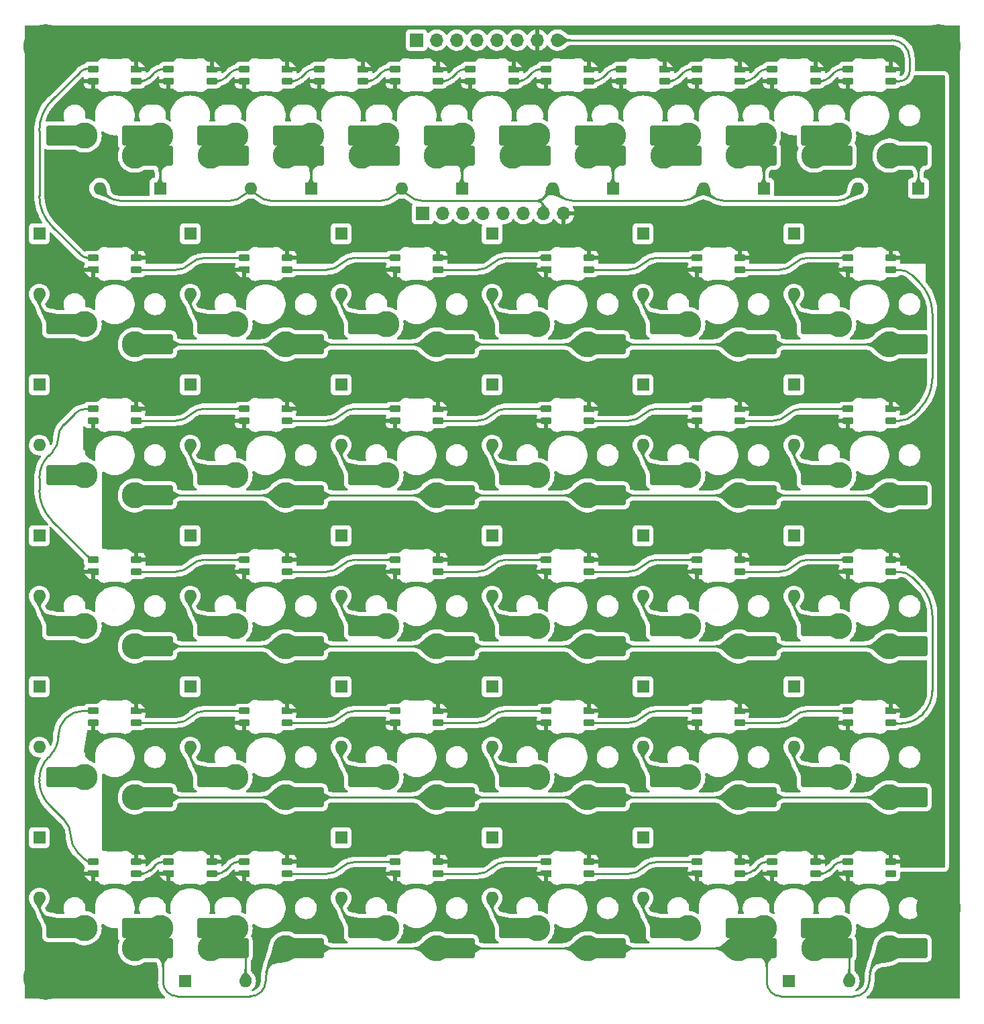
<source format=gbr>
%TF.GenerationSoftware,KiCad,Pcbnew,(6.0.9)*%
%TF.CreationDate,2022-12-06T20:11:38+01:00*%
%TF.ProjectId,tekskey-rounded-half,74656b73-6b65-4792-9d72-6f756e646564,rev?*%
%TF.SameCoordinates,Original*%
%TF.FileFunction,Copper,L1,Top*%
%TF.FilePolarity,Positive*%
%FSLAX46Y46*%
G04 Gerber Fmt 4.6, Leading zero omitted, Abs format (unit mm)*
G04 Created by KiCad (PCBNEW (6.0.9)) date 2022-12-06 20:11:38*
%MOMM*%
%LPD*%
G01*
G04 APERTURE LIST*
G04 Aperture macros list*
%AMRoundRect*
0 Rectangle with rounded corners*
0 $1 Rounding radius*
0 $2 $3 $4 $5 $6 $7 $8 $9 X,Y pos of 4 corners*
0 Add a 4 corners polygon primitive as box body*
4,1,4,$2,$3,$4,$5,$6,$7,$8,$9,$2,$3,0*
0 Add four circle primitives for the rounded corners*
1,1,$1+$1,$2,$3*
1,1,$1+$1,$4,$5*
1,1,$1+$1,$6,$7*
1,1,$1+$1,$8,$9*
0 Add four rect primitives between the rounded corners*
20,1,$1+$1,$2,$3,$4,$5,0*
20,1,$1+$1,$4,$5,$6,$7,0*
20,1,$1+$1,$6,$7,$8,$9,0*
20,1,$1+$1,$8,$9,$2,$3,0*%
%AMFreePoly0*
4,1,18,-0.410000,0.265000,0.000000,0.675000,0.328000,0.675000,0.359380,0.668758,0.385983,0.650983,0.403758,0.624380,0.410000,0.593000,0.410000,-0.593000,0.403758,-0.624380,0.385983,-0.650983,0.359380,-0.668758,0.328000,-0.675000,-0.328000,-0.675000,-0.359380,-0.668758,-0.385983,-0.650983,-0.403758,-0.624380,-0.410000,-0.593000,-0.410000,0.265000,-0.410000,0.265000,$1*%
G04 Aperture macros list end*
%TA.AperFunction,ComponentPad*%
%ADD10C,3.300000*%
%TD*%
%TA.AperFunction,SMDPad,CuDef*%
%ADD11R,1.650000X2.500000*%
%TD*%
%TA.AperFunction,SMDPad,CuDef*%
%ADD12RoundRect,0.250000X1.025000X1.000000X-1.025000X1.000000X-1.025000X-1.000000X1.025000X-1.000000X0*%
%TD*%
%TA.AperFunction,SMDPad,CuDef*%
%ADD13RoundRect,0.082000X0.593000X-0.328000X0.593000X0.328000X-0.593000X0.328000X-0.593000X-0.328000X0*%
%TD*%
%TA.AperFunction,SMDPad,CuDef*%
%ADD14FreePoly0,90.000000*%
%TD*%
%TA.AperFunction,ComponentPad*%
%ADD15C,5.600000*%
%TD*%
%TA.AperFunction,ComponentPad*%
%ADD16R,1.600000X1.600000*%
%TD*%
%TA.AperFunction,ComponentPad*%
%ADD17O,1.600000X1.600000*%
%TD*%
%TA.AperFunction,SMDPad,CuDef*%
%ADD18RoundRect,0.082000X-0.593000X0.328000X-0.593000X-0.328000X0.593000X-0.328000X0.593000X0.328000X0*%
%TD*%
%TA.AperFunction,SMDPad,CuDef*%
%ADD19FreePoly0,270.000000*%
%TD*%
%TA.AperFunction,ComponentPad*%
%ADD20R,1.700000X1.700000*%
%TD*%
%TA.AperFunction,ComponentPad*%
%ADD21O,1.700000X1.700000*%
%TD*%
%TA.AperFunction,ViaPad*%
%ADD22C,0.800000*%
%TD*%
%TA.AperFunction,Conductor*%
%ADD23C,0.250000*%
%TD*%
%TA.AperFunction,Conductor*%
%ADD24C,1.000000*%
%TD*%
%TA.AperFunction,Conductor*%
%ADD25C,2.000000*%
%TD*%
G04 APERTURE END LIST*
D10*
%TO.P,SW51B101,1,1*%
%TO.N,row5*%
X60979700Y-153415900D03*
D11*
X59154700Y-153415900D03*
D12*
X57429700Y-153415900D03*
%TO.P,SW51B101,2,2*%
%TO.N,Net-(D132-Pad2)*%
X70879700Y-155955900D03*
D10*
X67329700Y-155955900D03*
D11*
X69129700Y-155955900D03*
%TD*%
D13*
%TO.P,LED136,1,VDD*%
%TO.N,+5V*%
X134189700Y-145045900D03*
%TO.P,LED136,2,DOUT*%
%TO.N,Net-(LED136-Pad2)*%
X134189700Y-146545900D03*
%TO.P,LED136,3,DIN*%
%TO.N,Net-(LED135-Pad2)*%
X128739700Y-145045900D03*
D14*
%TO.P,LED136,4,VSS*%
%TO.N,GND*%
X128739700Y-146545900D03*
%TD*%
D15*
%TO.P,J106,1,Pin_1*%
%TO.N,GND*%
X159250702Y-150896810D03*
%TD*%
D16*
%TO.P,D128,1,K*%
%TO.N,col3*%
X102889700Y-122935900D03*
D17*
%TO.P,D128,2,A*%
%TO.N,Net-(D128-Pad2)*%
X102889700Y-130555900D03*
%TD*%
D16*
%TO.P,D102,1,K*%
%TO.N,Net-(D102-Pad1)*%
X80029700Y-60070900D03*
D17*
%TO.P,D102,2,A*%
%TO.N,row0*%
X72409700Y-60070900D03*
%TD*%
D13*
%TO.P,LED121,1,VDD*%
%TO.N,+5V*%
X96089700Y-106945900D03*
%TO.P,LED121,2,DOUT*%
%TO.N,Net-(LED121-Pad2)*%
X96089700Y-108445900D03*
%TO.P,LED121,3,DIN*%
%TO.N,Net-(LED120-Pad2)*%
X90639700Y-106945900D03*
D14*
%TO.P,LED121,4,VSS*%
%TO.N,GND*%
X90639700Y-108445900D03*
%TD*%
D18*
%TO.P,LED1B101,1,VDD*%
%TO.N,+5V*%
X81114700Y-46533400D03*
%TO.P,LED1B101,2,DOUT*%
%TO.N,Net-(LED102-Pad3)*%
X81114700Y-45033400D03*
%TO.P,LED1B101,3,DIN*%
%TO.N,Net-(LED103-Pad2)*%
X86564700Y-46533400D03*
D19*
%TO.P,LED1B101,4,VSS*%
%TO.N,GND*%
X86564700Y-45033400D03*
%TD*%
D13*
%TO.P,LED123,1,VDD*%
%TO.N,+5V*%
X134189700Y-106945900D03*
%TO.P,LED123,2,DOUT*%
%TO.N,Net-(LED123-Pad2)*%
X134189700Y-108445900D03*
%TO.P,LED123,3,DIN*%
%TO.N,Net-(LED122-Pad2)*%
X128739700Y-106945900D03*
D14*
%TO.P,LED123,4,VSS*%
%TO.N,GND*%
X128739700Y-108445900D03*
%TD*%
D16*
%TO.P,D129,1,K*%
%TO.N,col4*%
X121939700Y-122935900D03*
D17*
%TO.P,D129,2,A*%
%TO.N,Net-(D129-Pad2)*%
X121939700Y-130555900D03*
%TD*%
D13*
%TO.P,LED110,1,VDD*%
%TO.N,+5V*%
X115139700Y-68845900D03*
%TO.P,LED110,2,DOUT*%
%TO.N,Net-(LED110-Pad2)*%
X115139700Y-70345900D03*
%TO.P,LED110,3,DIN*%
%TO.N,Net-(LED109-Pad2)*%
X109689700Y-68845900D03*
D14*
%TO.P,LED110,4,VSS*%
%TO.N,GND*%
X109689700Y-70345900D03*
%TD*%
D11*
%TO.P,SW130,1,1*%
%TO.N,Net-(D130-Pad2)*%
X144879700Y-134365900D03*
D10*
X146704700Y-134365900D03*
D12*
X143154700Y-134365900D03*
D10*
%TO.P,SW130,2,2*%
%TO.N,row4*%
X153054700Y-136905900D03*
D11*
X154854700Y-136905900D03*
D12*
X156604700Y-136905900D03*
%TD*%
D11*
%TO.P,SW122,1,1*%
%TO.N,Net-(D122-Pad2)*%
X106779700Y-115315900D03*
D10*
X108604700Y-115315900D03*
D12*
X105054700Y-115315900D03*
%TO.P,SW122,2,2*%
%TO.N,row3*%
X118504700Y-117855900D03*
D10*
X114954700Y-117855900D03*
D11*
X116754700Y-117855900D03*
%TD*%
D10*
%TO.P,SW112,1,1*%
%TO.N,Net-(D112-Pad2)*%
X146704700Y-77215900D03*
D12*
X143154700Y-77215900D03*
D11*
X144879700Y-77215900D03*
D10*
%TO.P,SW112,2,2*%
%TO.N,row1*%
X153054700Y-79755900D03*
D12*
X156604700Y-79755900D03*
D11*
X154854700Y-79755900D03*
%TD*%
D13*
%TO.P,LED138,1,VDD*%
%TO.N,+5V*%
X153239700Y-145045900D03*
%TO.P,LED138,2,DOUT*%
%TO.N,unconnected-(LED138-Pad2)*%
X153239700Y-146545900D03*
%TO.P,LED138,3,DIN*%
%TO.N,Net-(LED137-Pad2)*%
X147789700Y-145045900D03*
D14*
%TO.P,LED138,4,VSS*%
%TO.N,GND*%
X147789700Y-146545900D03*
%TD*%
D12*
%TO.P,SW110,1,1*%
%TO.N,Net-(D110-Pad2)*%
X105054700Y-77215900D03*
D10*
X108604700Y-77215900D03*
D11*
X106779700Y-77215900D03*
%TO.P,SW110,2,2*%
%TO.N,row1*%
X116754700Y-79755900D03*
D10*
X114954700Y-79755900D03*
D12*
X118504700Y-79755900D03*
%TD*%
D16*
%TO.P,D122,1,K*%
%TO.N,col3*%
X102889700Y-103885900D03*
D17*
%TO.P,D122,2,A*%
%TO.N,Net-(D122-Pad2)*%
X102889700Y-111505900D03*
%TD*%
D11*
%TO.P,SW120,1,1*%
%TO.N,Net-(D120-Pad2)*%
X68679700Y-115315900D03*
D10*
X70504700Y-115315900D03*
D12*
X66954700Y-115315900D03*
D10*
%TO.P,SW120,2,2*%
%TO.N,row3*%
X76854700Y-117855900D03*
D12*
X80404700Y-117855900D03*
D11*
X78654700Y-117855900D03*
%TD*%
D16*
%TO.P,D125,1,K*%
%TO.N,col0*%
X45739700Y-122935900D03*
D17*
%TO.P,D125,2,A*%
%TO.N,Net-(D125-Pad2)*%
X45739700Y-130555900D03*
%TD*%
D15*
%TO.P,J103,1,Pin_1*%
%TO.N,GND*%
X159250702Y-42153060D03*
%TD*%
D10*
%TO.P,SW132,1,1*%
%TO.N,Net-(D132-Pad2)*%
X70504700Y-153415900D03*
D12*
X66954700Y-153415900D03*
D11*
X68679700Y-153415900D03*
%TO.P,SW132,2,2*%
%TO.N,row5*%
X78654700Y-155955900D03*
D12*
X80404700Y-155955900D03*
D10*
X76854700Y-155955900D03*
%TD*%
D11*
%TO.P,SW108,1,1*%
%TO.N,Net-(D108-Pad2)*%
X68679700Y-77215900D03*
D12*
X66954700Y-77215900D03*
D10*
X70504700Y-77215900D03*
D12*
%TO.P,SW108,2,2*%
%TO.N,row1*%
X80404700Y-79755900D03*
D10*
X76854700Y-79755900D03*
D11*
X78654700Y-79755900D03*
%TD*%
%TO.P,SW104,1,1*%
%TO.N,col3*%
X106779700Y-53403400D03*
D12*
X105054700Y-53403400D03*
D10*
X108604700Y-53403400D03*
D11*
%TO.P,SW104,2,2*%
%TO.N,Net-(D104-Pad1)*%
X116754700Y-55943400D03*
D12*
X118504700Y-55943400D03*
D10*
X114954700Y-55943400D03*
%TD*%
D13*
%TO.P,LED135,1,VDD*%
%TO.N,+5V*%
X115139700Y-145045900D03*
%TO.P,LED135,2,DOUT*%
%TO.N,Net-(LED135-Pad2)*%
X115139700Y-146545900D03*
%TO.P,LED135,3,DIN*%
%TO.N,Net-(LED134-Pad2)*%
X109689700Y-145045900D03*
D14*
%TO.P,LED135,4,VSS*%
%TO.N,GND*%
X109689700Y-146545900D03*
%TD*%
D10*
%TO.P,SW101,1,1*%
%TO.N,col0*%
X51454700Y-53403400D03*
D11*
X49629700Y-53403400D03*
D12*
X47904700Y-53403400D03*
D10*
%TO.P,SW101,2,2*%
%TO.N,Net-(D101-Pad1)*%
X57804700Y-55943400D03*
D11*
X59604700Y-55943400D03*
D12*
X61354700Y-55943400D03*
%TD*%
D16*
%TO.P,D126,1,K*%
%TO.N,col1*%
X64789700Y-122935900D03*
D17*
%TO.P,D126,2,A*%
%TO.N,Net-(D126-Pad2)*%
X64789700Y-130555900D03*
%TD*%
D16*
%TO.P,D131,1,K*%
%TO.N,col0*%
X45739700Y-141985900D03*
D17*
%TO.P,D131,2,A*%
%TO.N,Net-(D131-Pad2)*%
X45739700Y-149605900D03*
%TD*%
D18*
%TO.P,LED105,1,VDD*%
%TO.N,+5V*%
X128739700Y-46533400D03*
%TO.P,LED105,2,DOUT*%
%TO.N,Net-(LED105-Pad2)*%
X128739700Y-45033400D03*
%TO.P,LED105,3,DIN*%
%TO.N,Net-(LED105-Pad3)*%
X134189700Y-46533400D03*
D19*
%TO.P,LED105,4,VSS*%
%TO.N,GND*%
X134189700Y-45033400D03*
%TD*%
D16*
%TO.P,D106,1,K*%
%TO.N,Net-(D106-Pad1)*%
X156705950Y-60070900D03*
D17*
%TO.P,D106,2,A*%
%TO.N,row0*%
X149085950Y-60070900D03*
%TD*%
D12*
%TO.P,SW107,1,1*%
%TO.N,Net-(D107-Pad2)*%
X47904700Y-77215900D03*
D10*
X51454700Y-77215900D03*
D11*
X49629700Y-77215900D03*
%TO.P,SW107,2,2*%
%TO.N,row1*%
X59604700Y-79755900D03*
D12*
X61354700Y-79755900D03*
D10*
X57804700Y-79755900D03*
%TD*%
D15*
%TO.P,J105,1,Pin_1*%
%TO.N,GND*%
X46538202Y-42153060D03*
%TD*%
D18*
%TO.P,LED103,1,VDD*%
%TO.N,+5V*%
X90639700Y-46533400D03*
%TO.P,LED103,2,DOUT*%
%TO.N,Net-(LED103-Pad2)*%
X90639700Y-45033400D03*
%TO.P,LED103,3,DIN*%
%TO.N,Net-(LED103-Pad3)*%
X96089700Y-46533400D03*
D19*
%TO.P,LED103,4,VSS*%
%TO.N,GND*%
X96089700Y-45033400D03*
%TD*%
D11*
%TO.P,SW133,1,1*%
%TO.N,Net-(D133-Pad2)*%
X87729700Y-153415900D03*
D10*
X89554700Y-153415900D03*
D12*
X86004700Y-153415900D03*
D10*
%TO.P,SW133,2,2*%
%TO.N,row5*%
X95904700Y-155955900D03*
D12*
X99454700Y-155955900D03*
D11*
X97704700Y-155955900D03*
%TD*%
D20*
%TO.P,J102,1,Pin_1*%
%TO.N,col0*%
X93364700Y-41359310D03*
D21*
%TO.P,J102,2,Pin_2*%
%TO.N,col1*%
X95904700Y-41359310D03*
%TO.P,J102,3,Pin_3*%
%TO.N,col2*%
X98444700Y-41359310D03*
%TO.P,J102,4,Pin_4*%
%TO.N,col3*%
X100984700Y-41359310D03*
%TO.P,J102,5,Pin_5*%
%TO.N,col4*%
X103524700Y-41359310D03*
%TO.P,J102,6,Pin_6*%
%TO.N,col5*%
X106064700Y-41359310D03*
%TO.P,J102,7,Pin_7*%
%TO.N,GND*%
X108604700Y-41359310D03*
%TO.P,J102,8,Pin_8*%
%TO.N,LEDIN*%
X111144700Y-41359310D03*
%TD*%
D11*
%TO.P,SW123,1,1*%
%TO.N,Net-(D123-Pad2)*%
X125829700Y-115315900D03*
D10*
X127654700Y-115315900D03*
D12*
X124104700Y-115315900D03*
D10*
%TO.P,SW123,2,2*%
%TO.N,row3*%
X134004700Y-117855900D03*
D12*
X137554700Y-117855900D03*
D11*
X135804700Y-117855900D03*
%TD*%
D10*
%TO.P,SW131,1,1*%
%TO.N,Net-(D131-Pad2)*%
X51454700Y-153415900D03*
D12*
X47904700Y-153415900D03*
D11*
X49629700Y-153415900D03*
D10*
%TO.P,SW131,2,2*%
%TO.N,row5*%
X57804700Y-155955900D03*
D12*
X61354700Y-155955900D03*
D11*
X59604700Y-155955900D03*
%TD*%
D12*
%TO.P,SW114,1,1*%
%TO.N,Net-(D114-Pad2)*%
X66954700Y-96265900D03*
D10*
X70504700Y-96265900D03*
D11*
X68679700Y-96265900D03*
D12*
%TO.P,SW114,2,2*%
%TO.N,row2*%
X80404700Y-98805900D03*
D10*
X76854700Y-98805900D03*
D11*
X78654700Y-98805900D03*
%TD*%
D16*
%TO.P,D121,1,K*%
%TO.N,col2*%
X83839700Y-103885900D03*
D17*
%TO.P,D121,2,A*%
%TO.N,Net-(D121-Pad2)*%
X83839700Y-111505900D03*
%TD*%
D16*
%TO.P,D115,1,K*%
%TO.N,col2*%
X83839700Y-84835900D03*
D17*
%TO.P,D115,2,A*%
%TO.N,Net-(D115-Pad2)*%
X83839700Y-92455900D03*
%TD*%
D12*
%TO.P,SW121,1,1*%
%TO.N,Net-(D121-Pad2)*%
X86004700Y-115315900D03*
D10*
X89554700Y-115315900D03*
D11*
X87729700Y-115315900D03*
%TO.P,SW121,2,2*%
%TO.N,row3*%
X97704700Y-117855900D03*
D12*
X99454700Y-117855900D03*
D10*
X95904700Y-117855900D03*
%TD*%
D12*
%TO.P,SW103,1,1*%
%TO.N,col2*%
X86004700Y-53403400D03*
D11*
X87729700Y-53403400D03*
D10*
X89554700Y-53403400D03*
D12*
%TO.P,SW103,2,2*%
%TO.N,Net-(D103-Pad1)*%
X99454700Y-55943400D03*
D11*
X97704700Y-55943400D03*
D10*
X95904700Y-55943400D03*
%TD*%
D13*
%TO.P,LED109,1,VDD*%
%TO.N,+5V*%
X96089700Y-68845900D03*
%TO.P,LED109,2,DOUT*%
%TO.N,Net-(LED109-Pad2)*%
X96089700Y-70345900D03*
%TO.P,LED109,3,DIN*%
%TO.N,Net-(LED108-Pad2)*%
X90639700Y-68845900D03*
D14*
%TO.P,LED109,4,VSS*%
%TO.N,GND*%
X90639700Y-70345900D03*
%TD*%
D13*
%TO.P,LED108,1,VDD*%
%TO.N,+5V*%
X77039700Y-68845900D03*
%TO.P,LED108,2,DOUT*%
%TO.N,Net-(LED108-Pad2)*%
X77039700Y-70345900D03*
%TO.P,LED108,3,DIN*%
%TO.N,Net-(LED107-Pad2)*%
X71589700Y-68845900D03*
D14*
%TO.P,LED108,4,VSS*%
%TO.N,GND*%
X71589700Y-70345900D03*
%TD*%
D13*
%TO.P,LED132,1,VDD*%
%TO.N,+5V*%
X67514700Y-145045900D03*
%TO.P,LED132,2,DOUT*%
%TO.N,Net-(LED132-Pad2)*%
X67514700Y-146545900D03*
%TO.P,LED132,3,DIN*%
%TO.N,Net-(LED131-Pad2)*%
X62064700Y-145045900D03*
D14*
%TO.P,LED132,4,VSS*%
%TO.N,GND*%
X62064700Y-146545900D03*
%TD*%
D18*
%TO.P,LED101,1,VDD*%
%TO.N,+5V*%
X52539700Y-46533400D03*
%TO.P,LED101,2,DOUT*%
%TO.N,Net-(LED101-Pad2)*%
X52539700Y-45033400D03*
%TO.P,LED101,3,DIN*%
%TO.N,Net-(LED0B101-Pad2)*%
X57989700Y-46533400D03*
D19*
%TO.P,LED101,4,VSS*%
%TO.N,GND*%
X57989700Y-45033400D03*
%TD*%
D10*
%TO.P,SW135,1,1*%
%TO.N,Net-(D135-Pad2)*%
X127654700Y-153415900D03*
D12*
X124104700Y-153415900D03*
D11*
X125829700Y-153415900D03*
%TO.P,SW135,2,2*%
%TO.N,row5*%
X135804700Y-155955900D03*
D12*
X137554700Y-155955900D03*
D10*
X134004700Y-155955900D03*
%TD*%
D18*
%TO.P,LED126,1,VDD*%
%TO.N,+5V*%
X71589700Y-127495900D03*
%TO.P,LED126,2,DOUT*%
%TO.N,Net-(LED125-Pad3)*%
X71589700Y-125995900D03*
%TO.P,LED126,3,DIN*%
%TO.N,Net-(LED126-Pad3)*%
X77039700Y-127495900D03*
D19*
%TO.P,LED126,4,VSS*%
%TO.N,GND*%
X77039700Y-125995900D03*
%TD*%
D18*
%TO.P,LED117,1,VDD*%
%TO.N,+5V*%
X128739700Y-89395900D03*
%TO.P,LED117,2,DOUT*%
%TO.N,Net-(LED116-Pad3)*%
X128739700Y-87895900D03*
%TO.P,LED117,3,DIN*%
%TO.N,Net-(LED117-Pad3)*%
X134189700Y-89395900D03*
D19*
%TO.P,LED117,4,VSS*%
%TO.N,GND*%
X134189700Y-87895900D03*
%TD*%
D12*
%TO.P,SW3B101,1,1*%
%TO.N,Net-(D103-Pad1)*%
X95529700Y-53403400D03*
D11*
X97254700Y-53403400D03*
D10*
X99079700Y-53403400D03*
%TO.P,SW3B101,2,2*%
%TO.N,col3*%
X105429700Y-55943400D03*
D12*
X108979700Y-55943400D03*
D11*
X107229700Y-55943400D03*
%TD*%
D12*
%TO.P,SW2B101,1,1*%
%TO.N,Net-(D102-Pad1)*%
X76479700Y-53403400D03*
D10*
X80029700Y-53403400D03*
D11*
X78204700Y-53403400D03*
%TO.P,SW2B101,2,2*%
%TO.N,col2*%
X88179700Y-55943400D03*
D12*
X89929700Y-55943400D03*
D10*
X86379700Y-55943400D03*
%TD*%
D16*
%TO.P,D113,1,K*%
%TO.N,col0*%
X45739700Y-84835900D03*
D17*
%TO.P,D113,2,A*%
%TO.N,Net-(D113-Pad2)*%
X45739700Y-92455900D03*
%TD*%
D11*
%TO.P,SW126,1,1*%
%TO.N,Net-(D126-Pad2)*%
X68679700Y-134365900D03*
D12*
X66954700Y-134365900D03*
D10*
X70504700Y-134365900D03*
D11*
%TO.P,SW126,2,2*%
%TO.N,row4*%
X78654700Y-136905900D03*
D10*
X76854700Y-136905900D03*
D12*
X80404700Y-136905900D03*
%TD*%
D16*
%TO.P,D132,1,K*%
%TO.N,col1*%
X64154700Y-160083400D03*
D17*
%TO.P,D132,2,A*%
%TO.N,Net-(D132-Pad2)*%
X71774700Y-160083400D03*
%TD*%
D16*
%TO.P,D123,1,K*%
%TO.N,col4*%
X121939700Y-103885900D03*
D17*
%TO.P,D123,2,A*%
%TO.N,Net-(D123-Pad2)*%
X121939700Y-111505900D03*
%TD*%
D10*
%TO.P,SW102,1,1*%
%TO.N,col1*%
X70504700Y-53403400D03*
D12*
X66954700Y-53403400D03*
D11*
X68679700Y-53403400D03*
D10*
%TO.P,SW102,2,2*%
%TO.N,Net-(D102-Pad1)*%
X76854700Y-55943400D03*
D11*
X78654700Y-55943400D03*
D12*
X80404700Y-55943400D03*
%TD*%
D16*
%TO.P,D134,1,K*%
%TO.N,col3*%
X102889700Y-141985900D03*
D17*
%TO.P,D134,2,A*%
%TO.N,Net-(D134-Pad2)*%
X102889700Y-149605900D03*
%TD*%
D16*
%TO.P,D105,1,K*%
%TO.N,Net-(D105-Pad1)*%
X137179700Y-60070900D03*
D17*
%TO.P,D105,2,A*%
%TO.N,row0*%
X129559700Y-60070900D03*
%TD*%
D16*
%TO.P,D110,1,K*%
%TO.N,col3*%
X102889700Y-65785900D03*
D17*
%TO.P,D110,2,A*%
%TO.N,Net-(D110-Pad2)*%
X102889700Y-73405900D03*
%TD*%
D12*
%TO.P,SW55B101,1,1*%
%TO.N,row5*%
X133629700Y-153415900D03*
D10*
X137179700Y-153415900D03*
D11*
X135354700Y-153415900D03*
D12*
%TO.P,SW55B101,2,2*%
%TO.N,Net-(D136-Pad2)*%
X147079700Y-155955900D03*
D10*
X143529700Y-155955900D03*
D11*
X145329700Y-155955900D03*
%TD*%
D16*
%TO.P,D107,1,K*%
%TO.N,col0*%
X45739700Y-65785900D03*
D17*
%TO.P,D107,2,A*%
%TO.N,Net-(D107-Pad2)*%
X45739700Y-73405900D03*
%TD*%
D13*
%TO.P,LED120,1,VDD*%
%TO.N,+5V*%
X77039700Y-106945900D03*
%TO.P,LED120,2,DOUT*%
%TO.N,Net-(LED120-Pad2)*%
X77039700Y-108445900D03*
%TO.P,LED120,3,DIN*%
%TO.N,Net-(LED119-Pad2)*%
X71589700Y-106945900D03*
D14*
%TO.P,LED120,4,VSS*%
%TO.N,GND*%
X71589700Y-108445900D03*
%TD*%
D12*
%TO.P,SW118,1,1*%
%TO.N,Net-(D118-Pad2)*%
X143154700Y-96265900D03*
D10*
X146704700Y-96265900D03*
D11*
X144879700Y-96265900D03*
%TO.P,SW118,2,2*%
%TO.N,row2*%
X154854700Y-98805900D03*
D12*
X156604700Y-98805900D03*
D10*
X153054700Y-98805900D03*
%TD*%
D16*
%TO.P,D109,1,K*%
%TO.N,col2*%
X83839700Y-65785900D03*
D17*
%TO.P,D109,2,A*%
%TO.N,Net-(D109-Pad2)*%
X83839700Y-73405900D03*
%TD*%
D18*
%TO.P,LED102,1,VDD*%
%TO.N,+5V*%
X71589700Y-46533400D03*
%TO.P,LED102,2,DOUT*%
%TO.N,Net-(LED0B101-Pad3)*%
X71589700Y-45033400D03*
%TO.P,LED102,3,DIN*%
%TO.N,Net-(LED102-Pad3)*%
X77039700Y-46533400D03*
D19*
%TO.P,LED102,4,VSS*%
%TO.N,GND*%
X77039700Y-45033400D03*
%TD*%
D16*
%TO.P,D112,1,K*%
%TO.N,col5*%
X140989700Y-65785900D03*
D17*
%TO.P,D112,2,A*%
%TO.N,Net-(D112-Pad2)*%
X140989700Y-73405900D03*
%TD*%
D16*
%TO.P,D124,1,K*%
%TO.N,col5*%
X140989700Y-103885900D03*
D17*
%TO.P,D124,2,A*%
%TO.N,Net-(D124-Pad2)*%
X140989700Y-111505900D03*
%TD*%
D18*
%TO.P,LED114,1,VDD*%
%TO.N,+5V*%
X71589700Y-89395900D03*
%TO.P,LED114,2,DOUT*%
%TO.N,Net-(LED113-Pad3)*%
X71589700Y-87895900D03*
%TO.P,LED114,3,DIN*%
%TO.N,Net-(LED114-Pad3)*%
X77039700Y-89395900D03*
D19*
%TO.P,LED114,4,VSS*%
%TO.N,GND*%
X77039700Y-87895900D03*
%TD*%
D16*
%TO.P,D104,1,K*%
%TO.N,Net-(D104-Pad1)*%
X118129700Y-60070900D03*
D17*
%TO.P,D104,2,A*%
%TO.N,row0*%
X110509700Y-60070900D03*
%TD*%
D13*
%TO.P,LED133,1,VDD*%
%TO.N,+5V*%
X77039700Y-145045900D03*
%TO.P,LED133,2,DOUT*%
%TO.N,Net-(LED133-Pad2)*%
X77039700Y-146545900D03*
%TO.P,LED133,3,DIN*%
%TO.N,Net-(LED132-Pad2)*%
X71589700Y-145045900D03*
D14*
%TO.P,LED133,4,VSS*%
%TO.N,GND*%
X71589700Y-146545900D03*
%TD*%
D18*
%TO.P,LED118,1,VDD*%
%TO.N,+5V*%
X147789700Y-89395900D03*
%TO.P,LED118,2,DOUT*%
%TO.N,Net-(LED117-Pad3)*%
X147789700Y-87895900D03*
%TO.P,LED118,3,DIN*%
%TO.N,Net-(LED112-Pad2)*%
X153239700Y-89395900D03*
D19*
%TO.P,LED118,4,VSS*%
%TO.N,GND*%
X153239700Y-87895900D03*
%TD*%
D10*
%TO.P,SW4B101,1,1*%
%TO.N,Net-(D104-Pad1)*%
X118129700Y-53403400D03*
D12*
X114579700Y-53403400D03*
D11*
X116304700Y-53403400D03*
D12*
%TO.P,SW4B101,2,2*%
%TO.N,col4*%
X128029700Y-55943400D03*
D11*
X126279700Y-55943400D03*
D10*
X124479700Y-55943400D03*
%TD*%
D18*
%TO.P,LED116,1,VDD*%
%TO.N,+5V*%
X109689700Y-89395900D03*
%TO.P,LED116,2,DOUT*%
%TO.N,Net-(LED115-Pad3)*%
X109689700Y-87895900D03*
%TO.P,LED116,3,DIN*%
%TO.N,Net-(LED116-Pad3)*%
X115139700Y-89395900D03*
D19*
%TO.P,LED116,4,VSS*%
%TO.N,GND*%
X115139700Y-87895900D03*
%TD*%
D10*
%TO.P,SW106,1,1*%
%TO.N,col5*%
X146704700Y-53403400D03*
D11*
X144879700Y-53403400D03*
D12*
X143154700Y-53403400D03*
D10*
%TO.P,SW106,2,2*%
%TO.N,Net-(D106-Pad1)*%
X153054700Y-55943400D03*
D12*
X156604700Y-55943400D03*
D11*
X154854700Y-55943400D03*
%TD*%
D18*
%TO.P,LED125,1,VDD*%
%TO.N,+5V*%
X52539700Y-127495900D03*
%TO.P,LED125,2,DOUT*%
%TO.N,Net-(LED125-Pad2)*%
X52539700Y-125995900D03*
%TO.P,LED125,3,DIN*%
%TO.N,Net-(LED125-Pad3)*%
X57989700Y-127495900D03*
D19*
%TO.P,LED125,4,VSS*%
%TO.N,GND*%
X57989700Y-125995900D03*
%TD*%
D16*
%TO.P,D108,1,K*%
%TO.N,col1*%
X64789700Y-65785900D03*
D17*
%TO.P,D108,2,A*%
%TO.N,Net-(D108-Pad2)*%
X64789700Y-73405900D03*
%TD*%
D16*
%TO.P,D136,1,K*%
%TO.N,col5*%
X140354700Y-160083400D03*
D17*
%TO.P,D136,2,A*%
%TO.N,Net-(D136-Pad2)*%
X147974700Y-160083400D03*
%TD*%
D16*
%TO.P,D101,1,K*%
%TO.N,Net-(D101-Pad1)*%
X60979700Y-60070900D03*
D17*
%TO.P,D101,2,A*%
%TO.N,row0*%
X53359700Y-60070900D03*
%TD*%
D13*
%TO.P,LED137,1,VDD*%
%TO.N,+5V*%
X143714700Y-145045900D03*
%TO.P,LED137,2,DOUT*%
%TO.N,Net-(LED137-Pad2)*%
X143714700Y-146545900D03*
%TO.P,LED137,3,DIN*%
%TO.N,Net-(LED136-Pad2)*%
X138264700Y-145045900D03*
D14*
%TO.P,LED137,4,VSS*%
%TO.N,GND*%
X138264700Y-146545900D03*
%TD*%
D11*
%TO.P,SW113,1,1*%
%TO.N,Net-(D113-Pad2)*%
X49629700Y-96265900D03*
D12*
X47904700Y-96265900D03*
D10*
X51454700Y-96265900D03*
%TO.P,SW113,2,2*%
%TO.N,row2*%
X57804700Y-98805900D03*
D11*
X59604700Y-98805900D03*
D12*
X61354700Y-98805900D03*
%TD*%
D18*
%TO.P,LED3B101,1,VDD*%
%TO.N,+5V*%
X119214700Y-46533400D03*
%TO.P,LED3B101,2,DOUT*%
%TO.N,Net-(LED104-Pad3)*%
X119214700Y-45033400D03*
%TO.P,LED3B101,3,DIN*%
%TO.N,Net-(LED105-Pad2)*%
X124664700Y-46533400D03*
D19*
%TO.P,LED3B101,4,VSS*%
%TO.N,GND*%
X124664700Y-45033400D03*
%TD*%
D16*
%TO.P,D135,1,K*%
%TO.N,col4*%
X121939700Y-141985900D03*
D17*
%TO.P,D135,2,A*%
%TO.N,Net-(D135-Pad2)*%
X121939700Y-149605900D03*
%TD*%
D10*
%TO.P,SW1B101,1,1*%
%TO.N,Net-(D101-Pad1)*%
X60979700Y-53403400D03*
D12*
X57429700Y-53403400D03*
D11*
X59154700Y-53403400D03*
D12*
%TO.P,SW1B101,2,2*%
%TO.N,col1*%
X70879700Y-55943400D03*
D10*
X67329700Y-55943400D03*
D11*
X69129700Y-55943400D03*
%TD*%
D18*
%TO.P,LED106,1,VDD*%
%TO.N,+5V*%
X147789700Y-46533400D03*
%TO.P,LED106,2,DOUT*%
%TO.N,Net-(LED106-Pad2)*%
X147789700Y-45033400D03*
%TO.P,LED106,3,DIN*%
%TO.N,LEDIN*%
X153239700Y-46533400D03*
D19*
%TO.P,LED106,4,VSS*%
%TO.N,GND*%
X153239700Y-45033400D03*
%TD*%
D11*
%TO.P,SW105,1,1*%
%TO.N,col4*%
X125829700Y-53403400D03*
D10*
X127654700Y-53403400D03*
D12*
X124104700Y-53403400D03*
D11*
%TO.P,SW105,2,2*%
%TO.N,Net-(D105-Pad1)*%
X135804700Y-55943400D03*
D10*
X134004700Y-55943400D03*
D12*
X137554700Y-55943400D03*
%TD*%
D16*
%TO.P,D103,1,K*%
%TO.N,Net-(D103-Pad1)*%
X99079700Y-60070900D03*
D17*
%TO.P,D103,2,A*%
%TO.N,row0*%
X91459700Y-60070900D03*
%TD*%
D18*
%TO.P,LED0B101,1,VDD*%
%TO.N,+5V*%
X62064700Y-46533400D03*
%TO.P,LED0B101,2,DOUT*%
%TO.N,Net-(LED0B101-Pad2)*%
X62064700Y-45033400D03*
%TO.P,LED0B101,3,DIN*%
%TO.N,Net-(LED0B101-Pad3)*%
X67514700Y-46533400D03*
D19*
%TO.P,LED0B101,4,VSS*%
%TO.N,GND*%
X67514700Y-45033400D03*
%TD*%
D18*
%TO.P,LED104,1,VDD*%
%TO.N,+5V*%
X109689700Y-46533400D03*
%TO.P,LED104,2,DOUT*%
%TO.N,Net-(LED104-Pad2)*%
X109689700Y-45033400D03*
%TO.P,LED104,3,DIN*%
%TO.N,Net-(LED104-Pad3)*%
X115139700Y-46533400D03*
D19*
%TO.P,LED104,4,VSS*%
%TO.N,GND*%
X115139700Y-45033400D03*
%TD*%
D12*
%TO.P,SW5B101,1,1*%
%TO.N,Net-(D105-Pad1)*%
X133629700Y-53403400D03*
D11*
X135354700Y-53403400D03*
D10*
X137179700Y-53403400D03*
D11*
%TO.P,SW5B101,2,2*%
%TO.N,col5*%
X145329700Y-55943400D03*
D10*
X143529700Y-55943400D03*
D12*
X147079700Y-55943400D03*
%TD*%
D10*
%TO.P,SW119,1,1*%
%TO.N,Net-(D119-Pad2)*%
X51454700Y-115315900D03*
D12*
X47904700Y-115315900D03*
D11*
X49629700Y-115315900D03*
D12*
%TO.P,SW119,2,2*%
%TO.N,row3*%
X61354700Y-117855900D03*
D10*
X57804700Y-117855900D03*
D11*
X59604700Y-117855900D03*
%TD*%
D16*
%TO.P,D133,1,K*%
%TO.N,col2*%
X83839700Y-141985900D03*
D17*
%TO.P,D133,2,A*%
%TO.N,Net-(D133-Pad2)*%
X83839700Y-149605900D03*
%TD*%
D18*
%TO.P,LED127,1,VDD*%
%TO.N,+5V*%
X90639700Y-127495900D03*
%TO.P,LED127,2,DOUT*%
%TO.N,Net-(LED126-Pad3)*%
X90639700Y-125995900D03*
%TO.P,LED127,3,DIN*%
%TO.N,Net-(LED127-Pad3)*%
X96089700Y-127495900D03*
D19*
%TO.P,LED127,4,VSS*%
%TO.N,GND*%
X96089700Y-125995900D03*
%TD*%
D13*
%TO.P,LED134,1,VDD*%
%TO.N,+5V*%
X96089700Y-145045900D03*
%TO.P,LED134,2,DOUT*%
%TO.N,Net-(LED134-Pad2)*%
X96089700Y-146545900D03*
%TO.P,LED134,3,DIN*%
%TO.N,Net-(LED133-Pad2)*%
X90639700Y-145045900D03*
D14*
%TO.P,LED134,4,VSS*%
%TO.N,GND*%
X90639700Y-146545900D03*
%TD*%
D18*
%TO.P,LED2B101,1,VDD*%
%TO.N,+5V*%
X100164700Y-46533400D03*
%TO.P,LED2B101,2,DOUT*%
%TO.N,Net-(LED103-Pad3)*%
X100164700Y-45033400D03*
%TO.P,LED2B101,3,DIN*%
%TO.N,Net-(LED104-Pad2)*%
X105614700Y-46533400D03*
D19*
%TO.P,LED2B101,4,VSS*%
%TO.N,GND*%
X105614700Y-45033400D03*
%TD*%
D12*
%TO.P,SW127,1,1*%
%TO.N,Net-(D127-Pad2)*%
X86004700Y-134365900D03*
D11*
X87729700Y-134365900D03*
D10*
X89554700Y-134365900D03*
%TO.P,SW127,2,2*%
%TO.N,row4*%
X95904700Y-136905900D03*
D11*
X97704700Y-136905900D03*
D12*
X99454700Y-136905900D03*
%TD*%
D13*
%TO.P,LED122,1,VDD*%
%TO.N,+5V*%
X115139700Y-106945900D03*
%TO.P,LED122,2,DOUT*%
%TO.N,Net-(LED122-Pad2)*%
X115139700Y-108445900D03*
%TO.P,LED122,3,DIN*%
%TO.N,Net-(LED121-Pad2)*%
X109689700Y-106945900D03*
D14*
%TO.P,LED122,4,VSS*%
%TO.N,GND*%
X109689700Y-108445900D03*
%TD*%
D10*
%TO.P,SW136,1,1*%
%TO.N,Net-(D136-Pad2)*%
X146704700Y-153415900D03*
D12*
X143154700Y-153415900D03*
D11*
X144879700Y-153415900D03*
D12*
%TO.P,SW136,2,2*%
%TO.N,row5*%
X156604700Y-155955900D03*
D11*
X154854700Y-155955900D03*
D10*
X153054700Y-155955900D03*
%TD*%
D12*
%TO.P,SW117,1,1*%
%TO.N,Net-(D117-Pad2)*%
X124104700Y-96265900D03*
D10*
X127654700Y-96265900D03*
D11*
X125829700Y-96265900D03*
D12*
%TO.P,SW117,2,2*%
%TO.N,row2*%
X137554700Y-98805900D03*
D10*
X134004700Y-98805900D03*
D11*
X135804700Y-98805900D03*
%TD*%
D10*
%TO.P,SW125,1,1*%
%TO.N,Net-(D125-Pad2)*%
X51454700Y-134365900D03*
D12*
X47904700Y-134365900D03*
D11*
X49629700Y-134365900D03*
%TO.P,SW125,2,2*%
%TO.N,row4*%
X59604700Y-136905900D03*
D10*
X57804700Y-136905900D03*
D12*
X61354700Y-136905900D03*
%TD*%
D16*
%TO.P,D111,1,K*%
%TO.N,col4*%
X121939700Y-65785900D03*
D17*
%TO.P,D111,2,A*%
%TO.N,Net-(D111-Pad2)*%
X121939700Y-73405900D03*
%TD*%
D11*
%TO.P,SW111,1,1*%
%TO.N,Net-(D111-Pad2)*%
X125829700Y-77215900D03*
D12*
X124104700Y-77215900D03*
D10*
X127654700Y-77215900D03*
%TO.P,SW111,2,2*%
%TO.N,row1*%
X134004700Y-79755900D03*
D11*
X135804700Y-79755900D03*
D12*
X137554700Y-79755900D03*
%TD*%
D13*
%TO.P,LED124,1,VDD*%
%TO.N,+5V*%
X153239700Y-106945900D03*
%TO.P,LED124,2,DOUT*%
%TO.N,Net-(LED124-Pad2)*%
X153239700Y-108445900D03*
%TO.P,LED124,3,DIN*%
%TO.N,Net-(LED123-Pad2)*%
X147789700Y-106945900D03*
D14*
%TO.P,LED124,4,VSS*%
%TO.N,GND*%
X147789700Y-108445900D03*
%TD*%
D16*
%TO.P,D116,1,K*%
%TO.N,col3*%
X102889700Y-84835900D03*
D17*
%TO.P,D116,2,A*%
%TO.N,Net-(D116-Pad2)*%
X102889700Y-92455900D03*
%TD*%
D16*
%TO.P,D120,1,K*%
%TO.N,col1*%
X64789700Y-103885900D03*
D17*
%TO.P,D120,2,A*%
%TO.N,Net-(D120-Pad2)*%
X64789700Y-111505900D03*
%TD*%
D12*
%TO.P,SW129,1,1*%
%TO.N,Net-(D129-Pad2)*%
X124104700Y-134365900D03*
D10*
X127654700Y-134365900D03*
D11*
X125829700Y-134365900D03*
D10*
%TO.P,SW129,2,2*%
%TO.N,row4*%
X134004700Y-136905900D03*
D12*
X137554700Y-136905900D03*
D11*
X135804700Y-136905900D03*
%TD*%
D16*
%TO.P,D127,1,K*%
%TO.N,col2*%
X83839700Y-122935900D03*
D17*
%TO.P,D127,2,A*%
%TO.N,Net-(D127-Pad2)*%
X83839700Y-130555900D03*
%TD*%
D13*
%TO.P,LED111,1,VDD*%
%TO.N,+5V*%
X134189700Y-68845900D03*
%TO.P,LED111,2,DOUT*%
%TO.N,Net-(LED111-Pad2)*%
X134189700Y-70345900D03*
%TO.P,LED111,3,DIN*%
%TO.N,Net-(LED110-Pad2)*%
X128739700Y-68845900D03*
D14*
%TO.P,LED111,4,VSS*%
%TO.N,GND*%
X128739700Y-70345900D03*
%TD*%
D20*
%TO.P,J101,1,Pin_1*%
%TO.N,GND*%
X94158450Y-63245900D03*
D21*
%TO.P,J101,2,Pin_2*%
%TO.N,row1*%
X96698450Y-63245900D03*
%TO.P,J101,3,Pin_3*%
%TO.N,row2*%
X99238450Y-63245900D03*
%TO.P,J101,4,Pin_4*%
%TO.N,row3*%
X101778450Y-63245900D03*
%TO.P,J101,5,Pin_5*%
%TO.N,row4*%
X104318450Y-63245900D03*
%TO.P,J101,6,Pin_6*%
%TO.N,row5*%
X106858450Y-63245900D03*
%TO.P,J101,7,Pin_7*%
%TO.N,row0*%
X109398450Y-63245900D03*
%TO.P,J101,8,Pin_8*%
%TO.N,+5V*%
X111938450Y-63245900D03*
%TD*%
D12*
%TO.P,SW116,1,1*%
%TO.N,Net-(D116-Pad2)*%
X105054700Y-96265900D03*
D10*
X108604700Y-96265900D03*
D11*
X106779700Y-96265900D03*
%TO.P,SW116,2,2*%
%TO.N,row2*%
X116754700Y-98805900D03*
D12*
X118504700Y-98805900D03*
D10*
X114954700Y-98805900D03*
%TD*%
D18*
%TO.P,LED128,1,VDD*%
%TO.N,+5V*%
X109689700Y-127495900D03*
%TO.P,LED128,2,DOUT*%
%TO.N,Net-(LED127-Pad3)*%
X109689700Y-125995900D03*
%TO.P,LED128,3,DIN*%
%TO.N,Net-(LED128-Pad3)*%
X115139700Y-127495900D03*
D19*
%TO.P,LED128,4,VSS*%
%TO.N,GND*%
X115139700Y-125995900D03*
%TD*%
D16*
%TO.P,D130,1,K*%
%TO.N,col5*%
X140989700Y-122935900D03*
D17*
%TO.P,D130,2,A*%
%TO.N,Net-(D130-Pad2)*%
X140989700Y-130555900D03*
%TD*%
D18*
%TO.P,LED4B101,1,VDD*%
%TO.N,+5V*%
X138264700Y-46533400D03*
%TO.P,LED4B101,2,DOUT*%
%TO.N,Net-(LED105-Pad3)*%
X138264700Y-45033400D03*
%TO.P,LED4B101,3,DIN*%
%TO.N,Net-(LED106-Pad2)*%
X143714700Y-46533400D03*
D19*
%TO.P,LED4B101,4,VSS*%
%TO.N,GND*%
X143714700Y-45033400D03*
%TD*%
D16*
%TO.P,D114,1,K*%
%TO.N,col1*%
X64789700Y-84835900D03*
D17*
%TO.P,D114,2,A*%
%TO.N,Net-(D114-Pad2)*%
X64789700Y-92455900D03*
%TD*%
D10*
%TO.P,SW134,1,1*%
%TO.N,Net-(D134-Pad2)*%
X108604700Y-153415900D03*
D12*
X105054700Y-153415900D03*
D11*
X106779700Y-153415900D03*
D12*
%TO.P,SW134,2,2*%
%TO.N,row5*%
X118504700Y-155955900D03*
D10*
X114954700Y-155955900D03*
D11*
X116754700Y-155955900D03*
%TD*%
D18*
%TO.P,LED115,1,VDD*%
%TO.N,+5V*%
X90639700Y-89395900D03*
%TO.P,LED115,2,DOUT*%
%TO.N,Net-(LED114-Pad3)*%
X90639700Y-87895900D03*
%TO.P,LED115,3,DIN*%
%TO.N,Net-(LED115-Pad3)*%
X96089700Y-89395900D03*
D19*
%TO.P,LED115,4,VSS*%
%TO.N,GND*%
X96089700Y-87895900D03*
%TD*%
D18*
%TO.P,LED129,1,VDD*%
%TO.N,+5V*%
X128739700Y-127495900D03*
%TO.P,LED129,2,DOUT*%
%TO.N,Net-(LED128-Pad3)*%
X128739700Y-125995900D03*
%TO.P,LED129,3,DIN*%
%TO.N,Net-(LED129-Pad3)*%
X134189700Y-127495900D03*
D19*
%TO.P,LED129,4,VSS*%
%TO.N,GND*%
X134189700Y-125995900D03*
%TD*%
D12*
%TO.P,SW109,1,1*%
%TO.N,Net-(D109-Pad2)*%
X86004700Y-77215900D03*
D10*
X89554700Y-77215900D03*
D11*
X87729700Y-77215900D03*
D12*
%TO.P,SW109,2,2*%
%TO.N,row1*%
X99454700Y-79755900D03*
D10*
X95904700Y-79755900D03*
D11*
X97704700Y-79755900D03*
%TD*%
D16*
%TO.P,D118,1,K*%
%TO.N,col5*%
X140989700Y-84835900D03*
D17*
%TO.P,D118,2,A*%
%TO.N,Net-(D118-Pad2)*%
X140989700Y-92455900D03*
%TD*%
D11*
%TO.P,SW115,1,1*%
%TO.N,Net-(D115-Pad2)*%
X87729700Y-96265900D03*
D10*
X89554700Y-96265900D03*
D12*
X86004700Y-96265900D03*
%TO.P,SW115,2,2*%
%TO.N,row2*%
X99454700Y-98805900D03*
D11*
X97704700Y-98805900D03*
D10*
X95904700Y-98805900D03*
%TD*%
D18*
%TO.P,LED113,1,VDD*%
%TO.N,+5V*%
X52539700Y-89395900D03*
%TO.P,LED113,2,DOUT*%
%TO.N,Net-(LED113-Pad2)*%
X52539700Y-87895900D03*
%TO.P,LED113,3,DIN*%
%TO.N,Net-(LED113-Pad3)*%
X57989700Y-89395900D03*
D19*
%TO.P,LED113,4,VSS*%
%TO.N,GND*%
X57989700Y-87895900D03*
%TD*%
D16*
%TO.P,D119,1,K*%
%TO.N,col0*%
X45739700Y-103885900D03*
D17*
%TO.P,D119,2,A*%
%TO.N,Net-(D119-Pad2)*%
X45739700Y-111505900D03*
%TD*%
D10*
%TO.P,SW124,1,1*%
%TO.N,Net-(D124-Pad2)*%
X146704700Y-115315900D03*
D12*
X143154700Y-115315900D03*
D11*
X144879700Y-115315900D03*
D10*
%TO.P,SW124,2,2*%
%TO.N,row3*%
X153054700Y-117855900D03*
D11*
X154854700Y-117855900D03*
D12*
X156604700Y-117855900D03*
%TD*%
D16*
%TO.P,D117,1,K*%
%TO.N,col4*%
X121939700Y-84835900D03*
D17*
%TO.P,D117,2,A*%
%TO.N,Net-(D117-Pad2)*%
X121939700Y-92455900D03*
%TD*%
D18*
%TO.P,LED130,1,VDD*%
%TO.N,+5V*%
X147789700Y-127495900D03*
%TO.P,LED130,2,DOUT*%
%TO.N,Net-(LED129-Pad3)*%
X147789700Y-125995900D03*
%TO.P,LED130,3,DIN*%
%TO.N,Net-(LED124-Pad2)*%
X153239700Y-127495900D03*
D19*
%TO.P,LED130,4,VSS*%
%TO.N,GND*%
X153239700Y-125995900D03*
%TD*%
D13*
%TO.P,LED107,1,VDD*%
%TO.N,+5V*%
X57989700Y-68845900D03*
%TO.P,LED107,2,DOUT*%
%TO.N,Net-(LED107-Pad2)*%
X57989700Y-70345900D03*
%TO.P,LED107,3,DIN*%
%TO.N,Net-(LED101-Pad2)*%
X52539700Y-68845900D03*
D14*
%TO.P,LED107,4,VSS*%
%TO.N,GND*%
X52539700Y-70345900D03*
%TD*%
D13*
%TO.P,LED119,1,VDD*%
%TO.N,+5V*%
X57989700Y-106945900D03*
%TO.P,LED119,2,DOUT*%
%TO.N,Net-(LED119-Pad2)*%
X57989700Y-108445900D03*
%TO.P,LED119,3,DIN*%
%TO.N,Net-(LED113-Pad2)*%
X52539700Y-106945900D03*
D14*
%TO.P,LED119,4,VSS*%
%TO.N,GND*%
X52539700Y-108445900D03*
%TD*%
D12*
%TO.P,SW128,1,1*%
%TO.N,Net-(D128-Pad2)*%
X105054700Y-134365900D03*
D11*
X106779700Y-134365900D03*
D10*
X108604700Y-134365900D03*
%TO.P,SW128,2,2*%
%TO.N,row4*%
X114954700Y-136905900D03*
D11*
X116754700Y-136905900D03*
D12*
X118504700Y-136905900D03*
%TD*%
D13*
%TO.P,LED112,1,VDD*%
%TO.N,+5V*%
X153239700Y-68845900D03*
%TO.P,LED112,2,DOUT*%
%TO.N,Net-(LED112-Pad2)*%
X153239700Y-70345900D03*
%TO.P,LED112,3,DIN*%
%TO.N,Net-(LED111-Pad2)*%
X147789700Y-68845900D03*
D14*
%TO.P,LED112,4,VSS*%
%TO.N,GND*%
X147789700Y-70345900D03*
%TD*%
D13*
%TO.P,LED131,1,VDD*%
%TO.N,+5V*%
X57989700Y-145045900D03*
%TO.P,LED131,2,DOUT*%
%TO.N,Net-(LED131-Pad2)*%
X57989700Y-146545900D03*
%TO.P,LED131,3,DIN*%
%TO.N,Net-(LED125-Pad2)*%
X52539700Y-145045900D03*
D14*
%TO.P,LED131,4,VSS*%
%TO.N,GND*%
X52539700Y-146545900D03*
%TD*%
D15*
%TO.P,J104,1,Pin_1*%
%TO.N,GND*%
X46538202Y-159628060D03*
%TD*%
D22*
%TO.N,+5V*%
X109239700Y-91820900D03*
X117177200Y-103727150D03*
X117177200Y-142620900D03*
X107652200Y-129127150D03*
%TO.N,GND*%
X87019452Y-147721810D03*
X86225702Y-72315560D03*
X97338202Y-122321810D03*
X48125702Y-145340560D03*
X96544452Y-84221810D03*
X87019452Y-110415560D03*
%TD*%
D23*
%TO.N,row2*%
X61354700Y-98805900D02*
X76854700Y-98805900D01*
X80404700Y-98805900D02*
X95904700Y-98805900D01*
X99454700Y-98805900D02*
X114954700Y-98805900D01*
X118504700Y-98805900D02*
X134004700Y-98805900D01*
X137554700Y-98805900D02*
X153054700Y-98805900D01*
%TO.N,row0*%
X126849667Y-61658400D02*
X113219732Y-61658400D01*
X132269732Y-61658400D02*
X146375917Y-61658400D01*
X109160325Y-61420275D02*
X110509700Y-60070900D01*
X148292200Y-60864650D02*
X149085950Y-60070900D01*
X111303450Y-60864650D02*
X110509700Y-60070900D01*
X88749667Y-61658400D02*
X75119732Y-61658400D01*
X130353450Y-60864650D02*
X129559700Y-60070900D01*
X54153450Y-60864650D02*
X53359700Y-60070900D01*
X109398450Y-62471410D02*
X109398450Y-63245900D01*
X69699667Y-61658400D02*
X56069732Y-61658400D01*
X108585440Y-61658400D02*
X94169732Y-61658400D01*
X128765950Y-60864650D02*
X129559700Y-60070900D01*
X109398431Y-62471410D02*
G75*
G03*
X109160325Y-61896525I-813031J10D01*
G01*
X132269732Y-61658386D02*
G75*
G02*
X130353451Y-60864649I-32J2709986D01*
G01*
X108585440Y-61658369D02*
G75*
G02*
X109160325Y-61896525I-40J-813031D01*
G01*
X88749667Y-61658386D02*
G75*
G03*
X90665949Y-60864649I33J2709986D01*
G01*
X69699667Y-61658386D02*
G75*
G03*
X71615949Y-60864649I33J2709986D01*
G01*
X71615950Y-60864650D02*
G75*
G02*
X73203450Y-60864650I793750J-793750D01*
G01*
X109160303Y-61420253D02*
G75*
G02*
X108585440Y-61658400I-574903J574853D01*
G01*
X94169732Y-61658386D02*
G75*
G02*
X92253451Y-60864649I-32J2709986D01*
G01*
X56069732Y-61658386D02*
G75*
G02*
X54153451Y-60864649I-32J2709986D01*
G01*
X90665950Y-60864650D02*
G75*
G02*
X92253450Y-60864650I793750J-793750D01*
G01*
X146375917Y-61658422D02*
G75*
G03*
X148292200Y-60864650I-17J2710022D01*
G01*
X109160325Y-61896525D02*
G75*
G02*
X109160325Y-61420275I238075J238125D01*
G01*
X113219732Y-61658386D02*
G75*
G02*
X111303451Y-60864649I-32J2709986D01*
G01*
X75119732Y-61658386D02*
G75*
G02*
X73203451Y-60864649I-32J2709986D01*
G01*
X126849667Y-61658386D02*
G75*
G03*
X128765949Y-60864649I33J2709986D01*
G01*
D24*
%TO.N,col1*%
X67647200Y-53403400D02*
X70187200Y-55943400D01*
%TO.N,col2*%
X89237200Y-55943400D02*
X86697200Y-53403400D01*
%TO.N,col3*%
X108287200Y-55943400D02*
X105747200Y-53403400D01*
D23*
%TO.N,row1*%
X114954700Y-79755900D02*
X99454700Y-79755900D01*
X153054700Y-79755900D02*
X137554700Y-79755900D01*
X95904700Y-79755900D02*
X80404700Y-79755900D01*
X76854700Y-79755900D02*
X61354700Y-79755900D01*
X134004700Y-79755900D02*
X118504700Y-79755900D01*
D24*
%TO.N,row5*%
X60662200Y-155955900D02*
X59154700Y-154448400D01*
D23*
X99454700Y-155955900D02*
X114954700Y-155955900D01*
X118504700Y-155955900D02*
X134004700Y-155955900D01*
D25*
X136862200Y-155955900D02*
X134322200Y-153415900D01*
D23*
X139361675Y-162009310D02*
X148581981Y-162009310D01*
X75156599Y-157654001D02*
X76854700Y-155955900D01*
X151356599Y-157654001D02*
X153054700Y-155955900D01*
X80404700Y-155955900D02*
X95904700Y-155955900D01*
X137554700Y-160202335D02*
X137554700Y-155955900D01*
X72381981Y-162009310D02*
X63161675Y-162009310D01*
X150514700Y-160076592D02*
X150514700Y-159686525D01*
X74314700Y-159686525D02*
X74314700Y-160076592D01*
X61354700Y-160202335D02*
X61354700Y-155955900D01*
X149948620Y-161443230D02*
G75*
G03*
X150514700Y-160076592I-1366620J1366630D01*
G01*
X74314711Y-159686525D02*
G75*
G02*
X75156599Y-157654001I2874389J25D01*
G01*
X63161675Y-162009317D02*
G75*
G02*
X61883951Y-161480059I25J1807017D01*
G01*
X73748620Y-161443230D02*
G75*
G03*
X74314700Y-160076592I-1366620J1366630D01*
G01*
X72381981Y-162009299D02*
G75*
G03*
X73748620Y-161443230I19J1932699D01*
G01*
X61883963Y-161480047D02*
G75*
G02*
X61354700Y-160202335I1277737J1277747D01*
G01*
X148581981Y-162009299D02*
G75*
G03*
X149948620Y-161443230I19J1932699D01*
G01*
X150514711Y-159686525D02*
G75*
G02*
X151356599Y-157654001I2874389J25D01*
G01*
X139361675Y-162009317D02*
G75*
G02*
X138083951Y-161480059I25J1807017D01*
G01*
X138083963Y-161480047D02*
G75*
G02*
X137554700Y-160202335I1277737J1277747D01*
G01*
D24*
%TO.N,col5*%
X146387200Y-55943400D02*
X143847200Y-53403400D01*
D23*
%TO.N,row3*%
X153054700Y-117855900D02*
X137554700Y-117855900D01*
X80404700Y-117855900D02*
X95904700Y-117855900D01*
X114954700Y-117855900D02*
X99454700Y-117855900D01*
X76854700Y-117855900D02*
X61354700Y-117855900D01*
X134004700Y-117855900D02*
X118504700Y-117855900D01*
%TO.N,row4*%
X61354700Y-136905900D02*
X76854700Y-136905900D01*
X80404700Y-136905900D02*
X95904700Y-136905900D01*
X118504700Y-136905900D02*
X134004700Y-136905900D01*
X99454700Y-136905900D02*
X114954700Y-136905900D01*
X137554700Y-136905900D02*
X153054700Y-136905900D01*
D24*
%TO.N,col4*%
X127337200Y-55943400D02*
X124797200Y-53403400D01*
D23*
%TO.N,LEDIN*%
X153334752Y-41359310D02*
X111144700Y-41359310D01*
X154359399Y-46533400D02*
X153239700Y-46533400D01*
X155592972Y-45299828D02*
X155592972Y-43617531D01*
X154359399Y-46533391D02*
G75*
G03*
X155231667Y-46172095I1J1233591D01*
G01*
X153334752Y-41359336D02*
G75*
G02*
X154931555Y-42020728I48J-2258164D01*
G01*
X155592935Y-43617531D02*
G75*
G03*
X154931555Y-42020728I-2258235J31D01*
G01*
X155231653Y-46172081D02*
G75*
G03*
X155592972Y-45299828I-872253J872281D01*
G01*
%TO.N,Net-(LED0B101-Pad2)*%
X59613568Y-46109240D02*
X60203168Y-45519640D01*
X61377054Y-45033400D02*
X62064700Y-45033400D01*
X58589554Y-46533400D02*
X57989700Y-46533400D01*
X60203196Y-45519668D02*
G75*
G02*
X61377054Y-45033400I1173904J-1173832D01*
G01*
X58589554Y-46533360D02*
G75*
G03*
X59613568Y-46109240I46J1448160D01*
G01*
%TO.N,Net-(LED103-Pad2)*%
X89995950Y-45033400D02*
X90639700Y-45033400D01*
X87208450Y-46533400D02*
X86564700Y-46533400D01*
X88897000Y-45488600D02*
X88307399Y-46078201D01*
X87208450Y-46533379D02*
G75*
G03*
X88307399Y-46078201I50J1554079D01*
G01*
X88897015Y-45488615D02*
G75*
G02*
X89995950Y-45033400I1098985J-1098985D01*
G01*
%TO.N,Net-(LED104-Pad2)*%
X109045950Y-45033400D02*
X109689700Y-45033400D01*
X107947000Y-45488600D02*
X107357399Y-46078201D01*
X106258450Y-46533400D02*
X105614700Y-46533400D01*
X107947015Y-45488615D02*
G75*
G02*
X109045950Y-45033400I1098985J-1098985D01*
G01*
X106258450Y-46533379D02*
G75*
G03*
X107357399Y-46078201I50J1554079D01*
G01*
D24*
%TO.N,Net-(D101-Pad1)*%
X60662200Y-55943400D02*
X58122200Y-53403400D01*
D23*
X60979700Y-60070900D02*
X60979700Y-56260900D01*
%TO.N,Net-(D102-Pad1)*%
X80029700Y-56260900D02*
X80029700Y-60070900D01*
D24*
X80029700Y-56260900D02*
X78204700Y-54435900D01*
X78204700Y-54435900D02*
X78204700Y-53403400D01*
D23*
%TO.N,Net-(D103-Pad1)*%
X99079700Y-56260900D02*
X99079700Y-60070900D01*
D24*
X99079700Y-56260900D02*
X97254700Y-54435900D01*
X97254700Y-54435900D02*
X97254700Y-53403400D01*
D23*
%TO.N,Net-(D104-Pad1)*%
X118129700Y-56260900D02*
X118129700Y-60070900D01*
D24*
X116304700Y-54435900D02*
X118129700Y-56260900D01*
X116304700Y-54435900D02*
X116304700Y-53403400D01*
%TO.N,Net-(D105-Pad1)*%
X135354700Y-54435900D02*
X137179700Y-56260900D01*
D23*
X137179700Y-56260900D02*
X137179700Y-60070900D01*
D24*
X135354700Y-54435900D02*
X135354700Y-53403400D01*
D23*
%TO.N,Net-(D106-Pad1)*%
X156705950Y-60070900D02*
X156705950Y-56044650D01*
%TO.N,Net-(D107-Pad2)*%
X45739700Y-74228400D02*
X45739700Y-73405900D01*
X46321295Y-75632496D02*
X47904700Y-77215900D01*
X46321294Y-75632497D02*
G75*
G02*
X45739700Y-74228400I1404106J1404097D01*
G01*
%TO.N,Net-(D108-Pad2)*%
X65371295Y-75632496D02*
X66954700Y-77215900D01*
X64789700Y-74228400D02*
X64789700Y-73405900D01*
X65371294Y-75632497D02*
G75*
G02*
X64789700Y-74228400I1404106J1404097D01*
G01*
%TO.N,Net-(D109-Pad2)*%
X84421295Y-75632496D02*
X86004700Y-77215900D01*
X83839700Y-74228400D02*
X83839700Y-73405900D01*
X84421294Y-75632497D02*
G75*
G02*
X83839700Y-74228400I1404106J1404097D01*
G01*
%TO.N,Net-(D110-Pad2)*%
X103471295Y-75632496D02*
X105054700Y-77215900D01*
X102889700Y-74228400D02*
X102889700Y-73405900D01*
X103471294Y-75632497D02*
G75*
G02*
X102889700Y-74228400I1404106J1404097D01*
G01*
%TO.N,Net-(D111-Pad2)*%
X122521295Y-75632496D02*
X124104700Y-77215900D01*
X121939700Y-74228400D02*
X121939700Y-73405900D01*
X122521294Y-75632497D02*
G75*
G02*
X121939700Y-74228400I1404106J1404097D01*
G01*
%TO.N,Net-(D112-Pad2)*%
X141571295Y-75632496D02*
X143154700Y-77215900D01*
X140989700Y-74228400D02*
X140989700Y-73405900D01*
X141571294Y-75632497D02*
G75*
G02*
X140989700Y-74228400I1404106J1404097D01*
G01*
%TO.N,Net-(D114-Pad2)*%
X64789700Y-93278400D02*
X64789700Y-92455900D01*
X65371295Y-94682496D02*
X66954700Y-96265900D01*
X65371294Y-94682497D02*
G75*
G02*
X64789700Y-93278400I1404106J1404097D01*
G01*
%TO.N,Net-(D115-Pad2)*%
X84421295Y-94682496D02*
X86004700Y-96265900D01*
X83839700Y-93278400D02*
X83839700Y-92455900D01*
X84421294Y-94682497D02*
G75*
G02*
X83839700Y-93278400I1404106J1404097D01*
G01*
%TO.N,Net-(D116-Pad2)*%
X102889700Y-93278400D02*
X102889700Y-92455900D01*
X103471295Y-94682496D02*
X105054700Y-96265900D01*
X103471294Y-94682497D02*
G75*
G02*
X102889700Y-93278400I1404106J1404097D01*
G01*
%TO.N,Net-(D117-Pad2)*%
X122521295Y-94682496D02*
X124104700Y-96265900D01*
X121939700Y-93278400D02*
X121939700Y-92455900D01*
X122521294Y-94682497D02*
G75*
G02*
X121939700Y-93278400I1404106J1404097D01*
G01*
%TO.N,Net-(D118-Pad2)*%
X141571295Y-94682496D02*
X143154700Y-96265900D01*
X140989700Y-93278400D02*
X140989700Y-92455900D01*
X141571294Y-94682497D02*
G75*
G02*
X140989700Y-93278400I1404106J1404097D01*
G01*
%TO.N,Net-(D119-Pad2)*%
X45739700Y-112328400D02*
X45739700Y-111505900D01*
X46321295Y-113732496D02*
X47904700Y-115315900D01*
X46321294Y-113732497D02*
G75*
G02*
X45739700Y-112328400I1404106J1404097D01*
G01*
%TO.N,Net-(D120-Pad2)*%
X65371295Y-113732496D02*
X66954700Y-115315900D01*
X64789700Y-112328400D02*
X64789700Y-111505900D01*
X65371294Y-113732497D02*
G75*
G02*
X64789700Y-112328400I1404106J1404097D01*
G01*
%TO.N,Net-(D121-Pad2)*%
X84421295Y-113732496D02*
X86004700Y-115315900D01*
X83839700Y-112328400D02*
X83839700Y-111505900D01*
X84421294Y-113732497D02*
G75*
G02*
X83839700Y-112328400I1404106J1404097D01*
G01*
%TO.N,Net-(D122-Pad2)*%
X103471295Y-113732496D02*
X105054700Y-115315900D01*
X102889700Y-112328400D02*
X102889700Y-111505900D01*
X103471294Y-113732497D02*
G75*
G02*
X102889700Y-112328400I1404106J1404097D01*
G01*
%TO.N,Net-(D123-Pad2)*%
X121939700Y-112328400D02*
X121939700Y-111505900D01*
X122521295Y-113732496D02*
X124104700Y-115315900D01*
X122521294Y-113732497D02*
G75*
G02*
X121939700Y-112328400I1404106J1404097D01*
G01*
%TO.N,Net-(D124-Pad2)*%
X141571295Y-113732496D02*
X143154700Y-115315900D01*
X140989700Y-112328400D02*
X140989700Y-111505900D01*
X141571294Y-113732497D02*
G75*
G02*
X140989700Y-112328400I1404106J1404097D01*
G01*
%TO.N,Net-(D126-Pad2)*%
X65371295Y-132782496D02*
X66954700Y-134365900D01*
X64789700Y-131378400D02*
X64789700Y-130555900D01*
X65371294Y-132782497D02*
G75*
G02*
X64789700Y-131378400I1404106J1404097D01*
G01*
%TO.N,Net-(D127-Pad2)*%
X84421295Y-132782496D02*
X86004700Y-134365900D01*
X83839700Y-131378400D02*
X83839700Y-130555900D01*
X84421294Y-132782497D02*
G75*
G02*
X83839700Y-131378400I1404106J1404097D01*
G01*
%TO.N,Net-(D128-Pad2)*%
X103471295Y-132782496D02*
X105054700Y-134365900D01*
X102889700Y-131378400D02*
X102889700Y-130555900D01*
X103471294Y-132782497D02*
G75*
G02*
X102889700Y-131378400I1404106J1404097D01*
G01*
%TO.N,Net-(D129-Pad2)*%
X121939700Y-131378400D02*
X121939700Y-130555900D01*
X122521295Y-132782496D02*
X124104700Y-134365900D01*
X122521294Y-132782497D02*
G75*
G02*
X121939700Y-131378400I1404106J1404097D01*
G01*
%TO.N,Net-(D130-Pad2)*%
X141571295Y-132782496D02*
X143154700Y-134365900D01*
X140989700Y-131378400D02*
X140989700Y-130555900D01*
X141571294Y-132782497D02*
G75*
G02*
X140989700Y-131378400I1404106J1404097D01*
G01*
%TO.N,Net-(D131-Pad2)*%
X45739700Y-150428400D02*
X45739700Y-149605900D01*
X46321295Y-151832496D02*
X47904700Y-153415900D01*
X46321294Y-151832497D02*
G75*
G02*
X45739700Y-150428400I1404106J1404097D01*
G01*
D24*
%TO.N,Net-(D132-Pad2)*%
X70187200Y-155955900D02*
X68679700Y-154448400D01*
D23*
X71774700Y-156850900D02*
X71774700Y-160083400D01*
%TO.N,Net-(D133-Pad2)*%
X83839700Y-150428400D02*
X83839700Y-149605900D01*
X84421295Y-151832496D02*
X86004700Y-153415900D01*
X84421294Y-151832497D02*
G75*
G02*
X83839700Y-150428400I1404106J1404097D01*
G01*
%TO.N,Net-(D134-Pad2)*%
X102889700Y-150428400D02*
X102889700Y-149605900D01*
X103471295Y-151832496D02*
X105054700Y-153415900D01*
X103471294Y-151832497D02*
G75*
G02*
X102889700Y-150428400I1404106J1404097D01*
G01*
%TO.N,Net-(D135-Pad2)*%
X121939700Y-150428400D02*
X121939700Y-149605900D01*
X122521295Y-151832496D02*
X124104700Y-153415900D01*
X122521294Y-151832497D02*
G75*
G02*
X121939700Y-150428400I1404106J1404097D01*
G01*
D24*
%TO.N,Net-(D136-Pad2)*%
X146387200Y-155955900D02*
X143847200Y-153415900D01*
D23*
X147974700Y-156850900D02*
X147974700Y-160083400D01*
%TO.N,Net-(LED105-Pad2)*%
X125308450Y-46533400D02*
X124664700Y-46533400D01*
X128095950Y-45033400D02*
X128739700Y-45033400D01*
X126997000Y-45488600D02*
X126407399Y-46078201D01*
X126997015Y-45488615D02*
G75*
G02*
X128095950Y-45033400I1098985J-1098985D01*
G01*
X125308450Y-46533379D02*
G75*
G03*
X126407399Y-46078201I50J1554079D01*
G01*
%TO.N,Net-(LED0B101-Pad3)*%
X68158450Y-46533400D02*
X67514700Y-46533400D01*
X70945950Y-45033400D02*
X71589700Y-45033400D01*
X69847000Y-45488600D02*
X69257399Y-46078201D01*
X68158450Y-46533379D02*
G75*
G03*
X69257399Y-46078201I50J1554079D01*
G01*
X69847015Y-45488615D02*
G75*
G02*
X70945950Y-45033400I1098985J-1098985D01*
G01*
%TO.N,Net-(LED102-Pad3)*%
X79372000Y-45488600D02*
X78782399Y-46078201D01*
X77683450Y-46533400D02*
X77039700Y-46533400D01*
X80470950Y-45033400D02*
X81114700Y-45033400D01*
X79372015Y-45488615D02*
G75*
G02*
X80470950Y-45033400I1098985J-1098985D01*
G01*
X77683450Y-46533379D02*
G75*
G03*
X78782399Y-46078201I50J1554079D01*
G01*
%TO.N,Net-(LED106-Pad2)*%
X146047000Y-45488600D02*
X145457399Y-46078201D01*
X144358450Y-46533400D02*
X143714700Y-46533400D01*
X147145950Y-45033400D02*
X147789700Y-45033400D01*
X144358450Y-46533379D02*
G75*
G03*
X145457399Y-46078201I50J1554079D01*
G01*
X146047015Y-45488615D02*
G75*
G02*
X147145950Y-45033400I1098985J-1098985D01*
G01*
%TO.N,Net-(LED103-Pad3)*%
X96733450Y-46533400D02*
X96089700Y-46533400D01*
X99520950Y-45033400D02*
X100164700Y-45033400D01*
X97832399Y-46078201D02*
X98422000Y-45488600D01*
X96733450Y-46533379D02*
G75*
G03*
X97832399Y-46078201I50J1554079D01*
G01*
X98422015Y-45488615D02*
G75*
G02*
X99520950Y-45033400I1098985J-1098985D01*
G01*
%TO.N,Net-(LED132-Pad2)*%
X69847000Y-145501100D02*
X69257399Y-146090701D01*
X70945950Y-145045900D02*
X71589700Y-145045900D01*
X68158450Y-146545900D02*
X67514700Y-146545900D01*
X68158450Y-146545879D02*
G75*
G03*
X69257399Y-146090701I50J1554079D01*
G01*
X69847015Y-145501115D02*
G75*
G02*
X70945950Y-145045900I1098985J-1098985D01*
G01*
%TO.N,Net-(LED104-Pad3)*%
X115783450Y-46533400D02*
X115139700Y-46533400D01*
X118570950Y-45033400D02*
X119214700Y-45033400D01*
X117472000Y-45488600D02*
X116882399Y-46078201D01*
X117472015Y-45488615D02*
G75*
G02*
X118570950Y-45033400I1098985J-1098985D01*
G01*
X115783450Y-46533379D02*
G75*
G03*
X116882399Y-46078201I50J1554079D01*
G01*
%TO.N,Net-(LED137-Pad2)*%
X146047000Y-145501100D02*
X145457399Y-146090701D01*
X144358450Y-146545900D02*
X143714700Y-146545900D01*
X147145950Y-145045900D02*
X147789700Y-145045900D01*
X144358450Y-146545879D02*
G75*
G03*
X145457399Y-146090701I50J1554079D01*
G01*
X146047015Y-145501115D02*
G75*
G02*
X147145950Y-145045900I1098985J-1098985D01*
G01*
%TO.N,Net-(LED105-Pad3)*%
X137620950Y-45033400D02*
X138264700Y-45033400D01*
X134833450Y-46533400D02*
X134189700Y-46533400D01*
X135932399Y-46078201D02*
X136522000Y-45488600D01*
X136522015Y-45488615D02*
G75*
G02*
X137620950Y-45033400I1098985J-1098985D01*
G01*
X134833450Y-46533379D02*
G75*
G03*
X135932399Y-46078201I50J1554079D01*
G01*
%TO.N,Net-(LED101-Pad2)*%
X51939700Y-68845900D02*
X52539700Y-68845900D01*
X51895950Y-44989650D02*
X52495950Y-44989650D01*
X47333492Y-48952108D02*
X50871685Y-45413915D01*
X45739700Y-52799864D02*
X45739700Y-60991937D01*
X50915435Y-68421636D02*
X47333492Y-64839693D01*
X51939700Y-68845908D02*
G75*
G02*
X50915436Y-68421635I0J1448508D01*
G01*
X47333491Y-64839694D02*
G75*
G02*
X45739700Y-60991937I3847759J3847754D01*
G01*
X50871705Y-45413935D02*
G75*
G02*
X51895950Y-44989650I1024295J-1024265D01*
G01*
X45739690Y-52799864D02*
G75*
G02*
X47333493Y-48952109I5441610J-36D01*
G01*
%TO.N,Net-(LED107-Pad2)*%
X66600360Y-68845900D02*
X71589700Y-68845900D01*
X62979039Y-70345900D02*
X57989700Y-70345900D01*
X64789712Y-69595912D02*
G75*
G02*
X66600360Y-68845900I1810688J-1810688D01*
G01*
X62979039Y-70345916D02*
G75*
G03*
X64789700Y-69595900I-39J2560716D01*
G01*
%TO.N,Net-(LED108-Pad2)*%
X81998103Y-70345900D02*
X77039700Y-70345900D01*
X85725046Y-68802150D02*
X90595950Y-68802150D01*
X83861551Y-69574001D02*
G75*
G02*
X85725046Y-68802150I1863449J-1863499D01*
G01*
X81998103Y-70345916D02*
G75*
G03*
X83861575Y-69574025I-3J2635316D01*
G01*
%TO.N,Net-(LED109-Pad2)*%
X104775046Y-68802150D02*
X109645950Y-68802150D01*
X101048103Y-70345900D02*
X96089700Y-70345900D01*
X102911551Y-69574001D02*
G75*
G02*
X104775046Y-68802150I1863449J-1863499D01*
G01*
X101048103Y-70345916D02*
G75*
G03*
X102911575Y-69574025I-3J2635316D01*
G01*
%TO.N,Net-(LED110-Pad2)*%
X123825046Y-68802150D02*
X128695950Y-68802150D01*
X120098103Y-70345900D02*
X115139700Y-70345900D01*
X121961551Y-69574001D02*
G75*
G02*
X123825046Y-68802150I1863449J-1863499D01*
G01*
X120098103Y-70345916D02*
G75*
G03*
X121961575Y-69574025I-3J2635316D01*
G01*
%TO.N,Net-(LED111-Pad2)*%
X139148103Y-70345900D02*
X134189700Y-70345900D01*
X142875046Y-68802150D02*
X147745950Y-68802150D01*
X141011551Y-69574001D02*
G75*
G02*
X142875046Y-68802150I1863449J-1863499D01*
G01*
X139148103Y-70345916D02*
G75*
G03*
X141011575Y-69574025I-3J2635316D01*
G01*
%TO.N,Net-(LED112-Pad2)*%
X156886575Y-87830275D02*
X156056782Y-88660068D01*
X158452200Y-84050522D02*
X158452200Y-75818614D01*
X154236575Y-70345900D02*
X153239700Y-70345900D01*
X155938346Y-71050798D02*
X156858407Y-71970858D01*
X154280325Y-89395900D02*
X153239700Y-89395900D01*
X154280325Y-89395915D02*
G75*
G03*
X156056782Y-88660068I-25J2512315D01*
G01*
X154236575Y-70345929D02*
G75*
G02*
X155938345Y-71050799I25J-2406671D01*
G01*
X156886569Y-87830269D02*
G75*
G03*
X158452200Y-84050522I-3779769J3779769D01*
G01*
X158452174Y-75818614D02*
G75*
G03*
X156858406Y-71970859I-5441574J14D01*
G01*
%TO.N,Net-(LED113-Pad2)*%
X46935077Y-93759394D02*
X47419670Y-93274801D01*
X47338244Y-101976369D02*
X52307776Y-106945900D01*
X51670656Y-87895900D02*
X52539700Y-87895900D01*
X48831733Y-89865779D02*
X50187105Y-88510407D01*
X45744452Y-98128613D02*
X45744452Y-96633818D01*
X45744465Y-96633818D02*
G75*
G02*
X46935078Y-93759395I4065035J18D01*
G01*
X50187118Y-88510420D02*
G75*
G02*
X51670656Y-87895900I1483582J-1483580D01*
G01*
X48125682Y-91570290D02*
G75*
G02*
X48831733Y-89865779I2410518J-10D01*
G01*
X47338251Y-101976362D02*
G75*
G02*
X45744452Y-98128613I3847749J3847762D01*
G01*
X47419667Y-93274798D02*
G75*
G03*
X48125702Y-91570290I-1704467J1704498D01*
G01*
%TO.N,Net-(LED113-Pad3)*%
X62948103Y-89395900D02*
X57989700Y-89395900D01*
X66675046Y-87852150D02*
X71545950Y-87852150D01*
X64811551Y-88624001D02*
G75*
G02*
X66675046Y-87852150I1863449J-1863499D01*
G01*
X62948103Y-89395916D02*
G75*
G03*
X64811575Y-88624025I-3J2635316D01*
G01*
%TO.N,Net-(LED114-Pad3)*%
X81998103Y-89395900D02*
X77039700Y-89395900D01*
X85725046Y-87852150D02*
X90595950Y-87852150D01*
X83861551Y-88624001D02*
G75*
G02*
X85725046Y-87852150I1863449J-1863499D01*
G01*
X81998103Y-89395916D02*
G75*
G03*
X83861575Y-88624025I-3J2635316D01*
G01*
%TO.N,Net-(LED115-Pad3)*%
X101048103Y-89395900D02*
X96089700Y-89395900D01*
X104775046Y-87852150D02*
X109645950Y-87852150D01*
X102911551Y-88624001D02*
G75*
G02*
X104775046Y-87852150I1863449J-1863499D01*
G01*
X101048103Y-89395916D02*
G75*
G03*
X102911575Y-88624025I-3J2635316D01*
G01*
%TO.N,Net-(LED116-Pad3)*%
X120098103Y-89395900D02*
X115139700Y-89395900D01*
X123825046Y-87852150D02*
X128695950Y-87852150D01*
X121961551Y-88624001D02*
G75*
G02*
X123825046Y-87852150I1863449J-1863499D01*
G01*
X120098103Y-89395916D02*
G75*
G03*
X121961575Y-88624025I-3J2635316D01*
G01*
%TO.N,Net-(LED117-Pad3)*%
X138354353Y-89395900D02*
X134189700Y-89395900D01*
X142081296Y-87852150D02*
X147745950Y-87852150D01*
X140217826Y-88624026D02*
G75*
G02*
X142081296Y-87852150I1863474J-1863474D01*
G01*
X138354353Y-89395880D02*
G75*
G03*
X140217824Y-88624024I47J2635280D01*
G01*
%TO.N,Net-(LED119-Pad2)*%
X66675046Y-106902150D02*
X71545950Y-106902150D01*
X62948103Y-108445900D02*
X57989700Y-108445900D01*
X64811551Y-107674001D02*
G75*
G02*
X66675046Y-106902150I1863449J-1863499D01*
G01*
X62948103Y-108445916D02*
G75*
G03*
X64811575Y-107674025I-3J2635316D01*
G01*
%TO.N,Net-(LED120-Pad2)*%
X85725046Y-106902150D02*
X90595950Y-106902150D01*
X81998103Y-108445900D02*
X77039700Y-108445900D01*
X83861551Y-107674001D02*
G75*
G02*
X85725046Y-106902150I1863449J-1863499D01*
G01*
X81998103Y-108445916D02*
G75*
G03*
X83861575Y-107674025I-3J2635316D01*
G01*
%TO.N,Net-(LED121-Pad2)*%
X101048103Y-108445900D02*
X96089700Y-108445900D01*
X104775046Y-106902150D02*
X109645950Y-106902150D01*
X102911551Y-107674001D02*
G75*
G02*
X104775046Y-106902150I1863449J-1863499D01*
G01*
X101048103Y-108445916D02*
G75*
G03*
X102911575Y-107674025I-3J2635316D01*
G01*
%TO.N,Net-(LED122-Pad2)*%
X123825046Y-106902150D02*
X128695950Y-106902150D01*
X120098103Y-108445900D02*
X115139700Y-108445900D01*
X121961551Y-107674001D02*
G75*
G02*
X123825046Y-106902150I1863449J-1863499D01*
G01*
X120098103Y-108445916D02*
G75*
G03*
X121961575Y-107674025I-3J2635316D01*
G01*
%TO.N,Net-(LED123-Pad2)*%
X142875046Y-106902150D02*
X147745950Y-106902150D01*
X139148103Y-108445900D02*
X134189700Y-108445900D01*
X139148103Y-108445916D02*
G75*
G03*
X141011575Y-107674025I-3J2635316D01*
G01*
X141011551Y-107674001D02*
G75*
G02*
X142875046Y-106902150I1863449J-1863499D01*
G01*
%TO.N,Net-(LED124-Pad2)*%
X154677200Y-127539650D02*
X153283450Y-127539650D01*
X154236575Y-108445900D02*
X153239700Y-108445900D01*
X155938346Y-109150798D02*
X156858407Y-110070858D01*
X158452200Y-113918614D02*
X158452200Y-123474602D01*
X157056480Y-126554120D02*
X157261575Y-126349025D01*
X157261585Y-126349035D02*
G75*
G03*
X158452200Y-123474602I-2874485J2874435D01*
G01*
X158452174Y-113918614D02*
G75*
G03*
X156858406Y-110070859I-5441574J14D01*
G01*
X154236575Y-108445929D02*
G75*
G02*
X155938345Y-109150799I25J-2406671D01*
G01*
X154677200Y-127539638D02*
G75*
G03*
X157056480Y-126554120I0J3364838D01*
G01*
%TO.N,Net-(LED125-Pad2)*%
X48125702Y-129208949D02*
X48125702Y-129241123D01*
X51273781Y-125995900D02*
X52539700Y-125995900D01*
X48871302Y-139736162D02*
X47025684Y-137890543D01*
X51538194Y-144784304D02*
X50555101Y-143801210D01*
X46935077Y-131794811D02*
X47161870Y-131568018D01*
X52169746Y-145045900D02*
X52539700Y-145045900D01*
X45744452Y-134669235D02*
X45744452Y-134797373D01*
X49066782Y-126936980D02*
X49112722Y-126891040D01*
X45744477Y-134669235D02*
G75*
G02*
X46935078Y-131794812I4065023J35D01*
G01*
X52169746Y-145045882D02*
G75*
G02*
X51538195Y-144784303I-46J893082D01*
G01*
X49112731Y-126891049D02*
G75*
G02*
X51273781Y-125995900I2161069J-2161051D01*
G01*
X48125722Y-129208949D02*
G75*
G02*
X49066782Y-126936980I3212978J49D01*
G01*
X47025662Y-137890565D02*
G75*
G02*
X45744452Y-134797373I3093238J3093165D01*
G01*
X49713217Y-141768685D02*
G75*
G03*
X48871302Y-139736162I-2874417J-15D01*
G01*
X47161854Y-131568002D02*
G75*
G03*
X48125702Y-129241123I-2326854J2326902D01*
G01*
X50555099Y-143801212D02*
G75*
G02*
X49713202Y-141768685I2032501J2032512D01*
G01*
%TO.N,Net-(LED125-Pad3)*%
X63066539Y-127495900D02*
X57989700Y-127495900D01*
X66687860Y-125995900D02*
X71589700Y-125995900D01*
X63066539Y-127495916D02*
G75*
G03*
X64877200Y-126745900I-39J2560716D01*
G01*
X64877212Y-126745912D02*
G75*
G02*
X66687860Y-125995900I1810688J-1810688D01*
G01*
%TO.N,Net-(LED126-Pad3)*%
X82029039Y-127495900D02*
X77039700Y-127495900D01*
X85650360Y-125995900D02*
X90639700Y-125995900D01*
X82029039Y-127495916D02*
G75*
G03*
X83839700Y-126745900I-39J2560716D01*
G01*
X83839712Y-126745912D02*
G75*
G02*
X85650360Y-125995900I1810688J-1810688D01*
G01*
%TO.N,Net-(LED127-Pad3)*%
X101079039Y-127495900D02*
X96089700Y-127495900D01*
X104700360Y-125995900D02*
X109689700Y-125995900D01*
X102889712Y-126745912D02*
G75*
G02*
X104700360Y-125995900I1810688J-1810688D01*
G01*
X101079039Y-127495916D02*
G75*
G03*
X102889700Y-126745900I-39J2560716D01*
G01*
%TO.N,Net-(LED128-Pad3)*%
X120129039Y-127495900D02*
X115139700Y-127495900D01*
X123750360Y-125995900D02*
X128739700Y-125995900D01*
X121939712Y-126745912D02*
G75*
G02*
X123750360Y-125995900I1810688J-1810688D01*
G01*
X120129039Y-127495916D02*
G75*
G03*
X121939700Y-126745900I-39J2560716D01*
G01*
%TO.N,Net-(LED129-Pad3)*%
X142800360Y-125995900D02*
X147789700Y-125995900D01*
X139179039Y-127495900D02*
X134189700Y-127495900D01*
X140989712Y-126745912D02*
G75*
G02*
X142800360Y-125995900I1810688J-1810688D01*
G01*
X139179039Y-127495916D02*
G75*
G03*
X140989700Y-126745900I-39J2560716D01*
G01*
%TO.N,Net-(LED131-Pad2)*%
X61420950Y-145045900D02*
X62064700Y-145045900D01*
X58633450Y-146545900D02*
X57989700Y-146545900D01*
X60322000Y-145501100D02*
X59732399Y-146090701D01*
X58633450Y-146545879D02*
G75*
G03*
X59732399Y-146090701I50J1554079D01*
G01*
X60322015Y-145501115D02*
G75*
G02*
X61420950Y-145045900I1098985J-1098985D01*
G01*
%TO.N,Net-(LED133-Pad2)*%
X82029039Y-146545900D02*
X77039700Y-146545900D01*
X85650360Y-145045900D02*
X90639700Y-145045900D01*
X82029039Y-146545916D02*
G75*
G03*
X83839700Y-145795900I-39J2560716D01*
G01*
X83839712Y-145795912D02*
G75*
G02*
X85650360Y-145045900I1810688J-1810688D01*
G01*
%TO.N,Net-(LED134-Pad2)*%
X104700360Y-145045900D02*
X109689700Y-145045900D01*
X101079039Y-146545900D02*
X96089700Y-146545900D01*
X102889712Y-145795912D02*
G75*
G02*
X104700360Y-145045900I1810688J-1810688D01*
G01*
X101079039Y-146545916D02*
G75*
G03*
X102889700Y-145795900I-39J2560716D01*
G01*
%TO.N,Net-(LED135-Pad2)*%
X120129039Y-146545900D02*
X115139700Y-146545900D01*
X123750360Y-145045900D02*
X128739700Y-145045900D01*
X121939712Y-145795912D02*
G75*
G02*
X123750360Y-145045900I1810688J-1810688D01*
G01*
X120129039Y-146545916D02*
G75*
G03*
X121939700Y-145795900I-39J2560716D01*
G01*
%TO.N,Net-(LED136-Pad2)*%
X135932399Y-146090701D02*
X136522000Y-145501100D01*
X137620950Y-145045900D02*
X138264700Y-145045900D01*
X134833450Y-146545900D02*
X134189700Y-146545900D01*
X134833450Y-146545879D02*
G75*
G03*
X135932399Y-146090701I50J1554079D01*
G01*
X136522015Y-145501115D02*
G75*
G02*
X137620950Y-145045900I1098985J-1098985D01*
G01*
%TD*%
%TA.AperFunction,Conductor*%
%TO.N,row3*%
G36*
X76141711Y-116376890D02*
G01*
X77549716Y-117730900D01*
X77670931Y-117847467D01*
X77674519Y-117855671D01*
X77670931Y-117864333D01*
X76507987Y-118982680D01*
X76141711Y-119334910D01*
X76133372Y-119338175D01*
X76127926Y-119336709D01*
X75819696Y-119165764D01*
X75818628Y-119165094D01*
X75559941Y-118982680D01*
X75559149Y-118982069D01*
X75340506Y-118798012D01*
X75340112Y-118797664D01*
X75145158Y-118617980D01*
X74957876Y-118449059D01*
X74957723Y-118448921D01*
X74761678Y-118296820D01*
X74540688Y-118167823D01*
X74540242Y-118167653D01*
X74540237Y-118167651D01*
X74278873Y-118068247D01*
X74278872Y-118068247D01*
X74278418Y-118068074D01*
X73958533Y-118003718D01*
X73958123Y-118003694D01*
X73958121Y-118003694D01*
X73854129Y-117997669D01*
X73575722Y-117981539D01*
X73567662Y-117977640D01*
X73564700Y-117969859D01*
X73564700Y-117741941D01*
X73568127Y-117733668D01*
X73575722Y-117730261D01*
X73859316Y-117713831D01*
X73958121Y-117708107D01*
X73958123Y-117708107D01*
X73958533Y-117708083D01*
X74278418Y-117643727D01*
X74278873Y-117643554D01*
X74540237Y-117544150D01*
X74540242Y-117544148D01*
X74540688Y-117543978D01*
X74761678Y-117414981D01*
X74957723Y-117262880D01*
X75145158Y-117093821D01*
X75340113Y-116914137D01*
X75340506Y-116913789D01*
X75559149Y-116729732D01*
X75559941Y-116729121D01*
X75818628Y-116546707D01*
X75819696Y-116546037D01*
X76127926Y-116375091D01*
X76136823Y-116374076D01*
X76141711Y-116376890D01*
G37*
%TD.AperFunction*%
%TD*%
%TA.AperFunction,Conductor*%
%TO.N,row1*%
G36*
X100007109Y-78635061D02*
G01*
X100236572Y-78761577D01*
X100237575Y-78762199D01*
X100432431Y-78897338D01*
X100433182Y-78897905D01*
X100598649Y-79033602D01*
X100599012Y-79033912D01*
X100747240Y-79165944D01*
X100890113Y-79289792D01*
X101039548Y-79400929D01*
X101039880Y-79401115D01*
X101039885Y-79401118D01*
X101110960Y-79440888D01*
X101207634Y-79494982D01*
X101406461Y-79567577D01*
X101648120Y-79614341D01*
X101933652Y-79630283D01*
X101941721Y-79634166D01*
X101944700Y-79641965D01*
X101944700Y-79869835D01*
X101941273Y-79878108D01*
X101933652Y-79881517D01*
X101648120Y-79897460D01*
X101406461Y-79944224D01*
X101207634Y-80016819D01*
X101110960Y-80070913D01*
X101039885Y-80110683D01*
X101039880Y-80110686D01*
X101039548Y-80110872D01*
X100890113Y-80222009D01*
X100889961Y-80222141D01*
X100889957Y-80222144D01*
X100747240Y-80345857D01*
X100599012Y-80477889D01*
X100598649Y-80478199D01*
X100433182Y-80613896D01*
X100432436Y-80614459D01*
X100237575Y-80749602D01*
X100236572Y-80750224D01*
X100010397Y-80874926D01*
X100007109Y-80876739D01*
X99998210Y-80877732D01*
X99993350Y-80874926D01*
X99443183Y-80345857D01*
X98838469Y-79764333D01*
X98834881Y-79756129D01*
X98838469Y-79747467D01*
X98959685Y-79630900D01*
X99721910Y-78897905D01*
X99993350Y-78636874D01*
X100001689Y-78633609D01*
X100007109Y-78635061D01*
G37*
%TD.AperFunction*%
%TD*%
%TA.AperFunction,Conductor*%
%TO.N,Net-(D108-Pad2)*%
G36*
X65026794Y-74892172D02*
G01*
X65058401Y-74960174D01*
X65159697Y-75178113D01*
X65160164Y-75178685D01*
X65259946Y-75300984D01*
X65332476Y-75389882D01*
X65541638Y-75542237D01*
X65629241Y-75581216D01*
X65783312Y-75649770D01*
X65783317Y-75649772D01*
X65783686Y-75649936D01*
X65932511Y-75692593D01*
X66054931Y-75727681D01*
X66054936Y-75727682D01*
X66055127Y-75727737D01*
X66352466Y-75790399D01*
X66527133Y-75824421D01*
X66672038Y-75852646D01*
X66672384Y-75852719D01*
X67010467Y-75929249D01*
X67011234Y-75929450D01*
X67356738Y-76032685D01*
X67363683Y-76038337D01*
X67365086Y-76043666D01*
X67384703Y-77047131D01*
X67396371Y-77644016D01*
X67393106Y-77652355D01*
X67384902Y-77655943D01*
X67382962Y-77655819D01*
X67303115Y-77644016D01*
X65727989Y-77411181D01*
X65720306Y-77406581D01*
X65718232Y-77401923D01*
X65646574Y-77047131D01*
X65646573Y-77047126D01*
X65646516Y-77046845D01*
X65646436Y-77046580D01*
X65646433Y-77046570D01*
X65555085Y-76745810D01*
X65555001Y-76745533D01*
X65449661Y-76489338D01*
X65334842Y-76261558D01*
X65214891Y-76045487D01*
X65094301Y-75824690D01*
X65094032Y-75824168D01*
X65068631Y-75771542D01*
X64977173Y-75582056D01*
X64976809Y-75581216D01*
X64961662Y-75542237D01*
X64867908Y-75300984D01*
X64867571Y-75299989D01*
X64770842Y-74964684D01*
X64770605Y-74963703D01*
X64767853Y-74949735D01*
X64690296Y-74556114D01*
X64937264Y-74517300D01*
X65026794Y-74892172D01*
G37*
%TD.AperFunction*%
%TD*%
%TA.AperFunction,Conductor*%
%TO.N,Net-(LED0B101-Pad2)*%
G36*
X61891790Y-44669981D02*
G01*
X62207912Y-44973981D01*
X62260931Y-45024967D01*
X62264519Y-45033171D01*
X62260931Y-45041833D01*
X62029617Y-45264277D01*
X61891978Y-45396638D01*
X61883639Y-45399903D01*
X61878575Y-45398638D01*
X61788424Y-45352882D01*
X61788161Y-45352745D01*
X61702163Y-45306323D01*
X61624178Y-45264327D01*
X61624175Y-45264325D01*
X61624085Y-45264277D01*
X61550458Y-45227986D01*
X61477704Y-45198769D01*
X61477384Y-45198681D01*
X61477382Y-45198680D01*
X61402619Y-45178050D01*
X61402612Y-45178049D01*
X61402244Y-45177947D01*
X61320499Y-45166838D01*
X61271821Y-45166798D01*
X61229242Y-45166763D01*
X61228891Y-45166763D01*
X61158234Y-45175021D01*
X61124122Y-45179007D01*
X61124119Y-45179008D01*
X61123841Y-45179040D01*
X61123572Y-45179097D01*
X61123561Y-45179099D01*
X61054887Y-45193699D01*
X61012794Y-45202647D01*
X61003990Y-45201016D01*
X60999017Y-45194064D01*
X60943523Y-44973981D01*
X60944823Y-44965121D01*
X60952065Y-44959761D01*
X61073587Y-44929777D01*
X61186845Y-44902791D01*
X61284600Y-44879689D01*
X61284636Y-44879680D01*
X61284647Y-44879678D01*
X61371013Y-44858543D01*
X61371068Y-44858529D01*
X61450235Y-44837431D01*
X61450236Y-44837431D01*
X61450325Y-44837407D01*
X61477779Y-44829118D01*
X61526552Y-44814393D01*
X61526564Y-44814389D01*
X61526657Y-44814361D01*
X61526764Y-44814324D01*
X61526779Y-44814319D01*
X61604079Y-44787516D01*
X61604089Y-44787512D01*
X61604208Y-44787471D01*
X61687160Y-44754802D01*
X61779692Y-44714422D01*
X61878700Y-44667829D01*
X61887644Y-44667407D01*
X61891790Y-44669981D01*
G37*
%TD.AperFunction*%
%TD*%
%TA.AperFunction,Conductor*%
%TO.N,Net-(LED113-Pad2)*%
G36*
X51958945Y-106419568D02*
G01*
X52009109Y-106465337D01*
X52063426Y-106504633D01*
X52114982Y-106531773D01*
X52165118Y-106548609D01*
X52165578Y-106548686D01*
X52214793Y-106556928D01*
X52214800Y-106556929D01*
X52215178Y-106556992D01*
X52266505Y-106558772D01*
X52266758Y-106558758D01*
X52266764Y-106558758D01*
X52311542Y-106556290D01*
X52320440Y-106555800D01*
X52378327Y-106549928D01*
X52411704Y-106546271D01*
X52441376Y-106543020D01*
X52441628Y-106542995D01*
X52503050Y-106537609D01*
X52511591Y-106540300D01*
X52514740Y-106544459D01*
X52724944Y-107011181D01*
X52725217Y-107020132D01*
X52718660Y-107026834D01*
X52244182Y-107218596D01*
X52235228Y-107218518D01*
X52230905Y-107215351D01*
X52176295Y-107151476D01*
X52175819Y-107150881D01*
X52128407Y-107087492D01*
X52127994Y-107086903D01*
X52089448Y-107028164D01*
X52089164Y-107027709D01*
X52079371Y-107011181D01*
X52055908Y-106971586D01*
X52055810Y-106971416D01*
X52024410Y-106916118D01*
X51991451Y-106859916D01*
X51991446Y-106859907D01*
X51991405Y-106859838D01*
X51953355Y-106800830D01*
X51906758Y-106737231D01*
X51848111Y-106667179D01*
X51781738Y-106597078D01*
X51778538Y-106588716D01*
X51781961Y-106580762D01*
X51942785Y-106419938D01*
X51951058Y-106416511D01*
X51958945Y-106419568D01*
G37*
%TD.AperFunction*%
%TD*%
%TA.AperFunction,Conductor*%
%TO.N,Net-(LED103-Pad3)*%
G36*
X99991804Y-44669995D02*
G01*
X100360931Y-45024967D01*
X100364519Y-45033171D01*
X100360931Y-45041833D01*
X99991999Y-45396617D01*
X99983660Y-45399882D01*
X99978559Y-45398599D01*
X99893414Y-45355028D01*
X99893087Y-45354855D01*
X99811488Y-45309784D01*
X99811442Y-45309758D01*
X99737481Y-45268472D01*
X99737480Y-45268471D01*
X99737386Y-45268419D01*
X99667537Y-45232304D01*
X99667343Y-45232221D01*
X99667336Y-45232218D01*
X99619623Y-45211881D01*
X99598559Y-45202902D01*
X99527066Y-45181678D01*
X99526659Y-45181617D01*
X99526654Y-45181616D01*
X99488371Y-45175887D01*
X99449676Y-45170096D01*
X99363005Y-45169622D01*
X99263670Y-45181720D01*
X99263383Y-45181785D01*
X99159239Y-45205373D01*
X99150413Y-45203858D01*
X99145359Y-45197013D01*
X99086155Y-44977842D01*
X99087306Y-44968962D01*
X99094440Y-44963485D01*
X99210090Y-44932692D01*
X99210146Y-44932677D01*
X99318257Y-44904470D01*
X99411463Y-44880080D01*
X99411471Y-44880078D01*
X99443156Y-44871465D01*
X99493807Y-44857698D01*
X99569327Y-44835519D01*
X99642064Y-44811734D01*
X99642149Y-44811703D01*
X99642157Y-44811700D01*
X99715985Y-44784563D01*
X99715992Y-44784560D01*
X99716058Y-44784536D01*
X99795350Y-44752120D01*
X99883979Y-44712677D01*
X99978690Y-44667853D01*
X99987633Y-44667411D01*
X99991804Y-44669995D01*
G37*
%TD.AperFunction*%
%TD*%
%TA.AperFunction,Conductor*%
%TO.N,Net-(D122-Pad2)*%
G36*
X103126794Y-112992172D02*
G01*
X103158401Y-113060174D01*
X103259697Y-113278113D01*
X103260164Y-113278685D01*
X103359946Y-113400984D01*
X103432476Y-113489882D01*
X103641638Y-113642237D01*
X103729241Y-113681216D01*
X103883312Y-113749770D01*
X103883317Y-113749772D01*
X103883686Y-113749936D01*
X104032511Y-113792593D01*
X104154931Y-113827681D01*
X104154936Y-113827682D01*
X104155127Y-113827737D01*
X104452466Y-113890399D01*
X104627133Y-113924421D01*
X104772038Y-113952646D01*
X104772384Y-113952719D01*
X105110467Y-114029249D01*
X105111234Y-114029450D01*
X105456738Y-114132685D01*
X105463683Y-114138337D01*
X105465086Y-114143666D01*
X105484703Y-115147131D01*
X105496371Y-115744016D01*
X105493106Y-115752355D01*
X105484902Y-115755943D01*
X105482962Y-115755819D01*
X105403115Y-115744016D01*
X103827989Y-115511181D01*
X103820306Y-115506581D01*
X103818232Y-115501923D01*
X103746574Y-115147131D01*
X103746573Y-115147126D01*
X103746516Y-115146845D01*
X103746436Y-115146580D01*
X103746433Y-115146570D01*
X103655085Y-114845810D01*
X103655001Y-114845533D01*
X103549661Y-114589338D01*
X103434842Y-114361558D01*
X103314891Y-114145487D01*
X103194301Y-113924690D01*
X103194032Y-113924168D01*
X103168631Y-113871542D01*
X103077173Y-113682056D01*
X103076809Y-113681216D01*
X103061662Y-113642237D01*
X102967908Y-113400984D01*
X102967571Y-113399989D01*
X102870842Y-113064684D01*
X102870605Y-113063703D01*
X102867853Y-113049735D01*
X102790296Y-112656114D01*
X103037264Y-112617300D01*
X103126794Y-112992172D01*
G37*
%TD.AperFunction*%
%TD*%
%TA.AperFunction,Conductor*%
%TO.N,row5*%
G36*
X137920259Y-155711036D02*
G01*
X138673726Y-156494550D01*
X138676991Y-156502889D01*
X138675539Y-156508309D01*
X138549023Y-156737773D01*
X138548401Y-156738776D01*
X138413262Y-156933632D01*
X138412695Y-156934383D01*
X138276998Y-157099850D01*
X138276688Y-157100213D01*
X138144656Y-157248441D01*
X138020808Y-157391314D01*
X137909671Y-157540749D01*
X137815618Y-157708835D01*
X137743023Y-157907662D01*
X137696259Y-158149321D01*
X137696237Y-158149715D01*
X137680317Y-158434852D01*
X137676434Y-158442921D01*
X137668635Y-158445900D01*
X137440765Y-158445900D01*
X137432492Y-158442473D01*
X137429083Y-158434852D01*
X137413162Y-158149715D01*
X137413140Y-158149321D01*
X137366376Y-157907662D01*
X137293781Y-157708835D01*
X137199728Y-157540749D01*
X137088591Y-157391314D01*
X136964743Y-157248441D01*
X136832711Y-157100213D01*
X136832401Y-157099850D01*
X136696704Y-156934383D01*
X136696137Y-156933632D01*
X136561003Y-156738783D01*
X136560371Y-156737764D01*
X136560211Y-156737473D01*
X136429700Y-156500762D01*
X137554700Y-155330900D01*
X137920259Y-155711036D01*
G37*
%TD.AperFunction*%
%TD*%
%TA.AperFunction,Conductor*%
%TO.N,Net-(D107-Pad2)*%
G36*
X45748133Y-73014669D02*
G01*
X46453686Y-73748357D01*
X46456951Y-73756696D01*
X46455463Y-73762180D01*
X46380801Y-73895543D01*
X46380167Y-73896552D01*
X46294703Y-74018259D01*
X46294252Y-74018859D01*
X46207085Y-74127455D01*
X46123738Y-74228086D01*
X46049893Y-74325806D01*
X45990990Y-74425963D01*
X45952475Y-74533905D01*
X45952402Y-74534604D01*
X45939860Y-74654289D01*
X45939860Y-74654293D01*
X45939788Y-74654981D01*
X45939879Y-74655664D01*
X45939879Y-74655667D01*
X45947319Y-74711533D01*
X45958374Y-74794539D01*
X45958555Y-74795073D01*
X45958555Y-74795074D01*
X46010903Y-74949735D01*
X46010310Y-74958670D01*
X46009608Y-74959659D01*
X45783693Y-75055942D01*
X45698244Y-74867000D01*
X45661339Y-74795074D01*
X45618545Y-74711673D01*
X45618542Y-74711668D01*
X45618473Y-74711533D01*
X45543005Y-74581888D01*
X45542937Y-74581783D01*
X45542925Y-74581764D01*
X45470516Y-74470491D01*
X45470510Y-74470482D01*
X45470465Y-74470413D01*
X45399477Y-74369456D01*
X45328667Y-74271365D01*
X45256784Y-74168664D01*
X45256545Y-74168309D01*
X45182237Y-74053414D01*
X45181940Y-74052930D01*
X45103698Y-73918016D01*
X45103413Y-73917494D01*
X45081406Y-73874675D01*
X45023520Y-73762043D01*
X45022786Y-73753121D01*
X45025493Y-73748587D01*
X45731267Y-73014669D01*
X45739471Y-73011081D01*
X45748133Y-73014669D01*
G37*
%TD.AperFunction*%
%TD*%
%TA.AperFunction,Conductor*%
%TO.N,Net-(D102-Pad1)*%
G36*
X81241299Y-56650759D02*
G01*
X81311646Y-56791903D01*
X81312270Y-56800836D01*
X81309325Y-56805517D01*
X81260727Y-56852685D01*
X81137587Y-56972202D01*
X81136896Y-56972821D01*
X80964714Y-57115264D01*
X80964276Y-57115609D01*
X80844779Y-57205129D01*
X80800312Y-57238441D01*
X80800271Y-57238471D01*
X80647981Y-57351522D01*
X80647845Y-57351623D01*
X80510230Y-57465102D01*
X80390602Y-57588991D01*
X80292099Y-57733404D01*
X80217857Y-57908451D01*
X80171012Y-58124246D01*
X80170985Y-58124692D01*
X80155372Y-58379914D01*
X80151447Y-58387963D01*
X80143694Y-58390900D01*
X79915823Y-58390900D01*
X79907550Y-58387473D01*
X79904138Y-58379792D01*
X79888296Y-58066879D01*
X79888279Y-58066540D01*
X79888222Y-58066202D01*
X79843106Y-57799245D01*
X79843105Y-57799240D01*
X79843044Y-57798880D01*
X79775030Y-57574822D01*
X79690276Y-57381271D01*
X79594818Y-57205129D01*
X79594791Y-57205083D01*
X79594776Y-57205056D01*
X79494784Y-57033453D01*
X79494627Y-57033176D01*
X79396154Y-56853074D01*
X79395755Y-56852272D01*
X79304853Y-56650759D01*
X79304401Y-56649595D01*
X79267762Y-56537899D01*
X79267760Y-56537896D01*
X79226697Y-56412715D01*
X79168282Y-56127166D01*
X80591476Y-55346961D01*
X81241299Y-56650759D01*
G37*
%TD.AperFunction*%
%TD*%
%TA.AperFunction,Conductor*%
%TO.N,Net-(D119-Pad2)*%
G36*
X45748133Y-111114669D02*
G01*
X46453686Y-111848357D01*
X46456951Y-111856696D01*
X46455463Y-111862180D01*
X46380801Y-111995543D01*
X46380167Y-111996552D01*
X46294703Y-112118259D01*
X46294252Y-112118859D01*
X46207085Y-112227455D01*
X46123738Y-112328086D01*
X46049893Y-112425806D01*
X45990990Y-112525963D01*
X45952475Y-112633905D01*
X45952402Y-112634604D01*
X45939860Y-112754289D01*
X45939860Y-112754293D01*
X45939788Y-112754981D01*
X45939879Y-112755664D01*
X45939879Y-112755667D01*
X45947319Y-112811533D01*
X45958374Y-112894539D01*
X45958555Y-112895073D01*
X45958555Y-112895074D01*
X46010903Y-113049735D01*
X46010310Y-113058670D01*
X46009608Y-113059659D01*
X45783693Y-113155942D01*
X45698244Y-112967000D01*
X45661339Y-112895074D01*
X45618545Y-112811673D01*
X45618542Y-112811668D01*
X45618473Y-112811533D01*
X45543005Y-112681888D01*
X45542937Y-112681783D01*
X45542925Y-112681764D01*
X45470516Y-112570491D01*
X45470510Y-112570482D01*
X45470465Y-112570413D01*
X45399477Y-112469456D01*
X45328667Y-112371365D01*
X45256784Y-112268664D01*
X45256545Y-112268309D01*
X45182237Y-112153414D01*
X45181940Y-112152930D01*
X45103698Y-112018016D01*
X45103413Y-112017494D01*
X45081406Y-111974675D01*
X45023520Y-111862043D01*
X45022786Y-111853121D01*
X45025493Y-111848587D01*
X45731267Y-111114669D01*
X45739471Y-111111081D01*
X45748133Y-111114669D01*
G37*
%TD.AperFunction*%
%TD*%
%TA.AperFunction,Conductor*%
%TO.N,Net-(D131-Pad2)*%
G36*
X45976794Y-151092172D02*
G01*
X46008401Y-151160174D01*
X46109697Y-151378113D01*
X46110164Y-151378685D01*
X46209946Y-151500984D01*
X46282476Y-151589882D01*
X46491638Y-151742237D01*
X46579241Y-151781216D01*
X46733312Y-151849770D01*
X46733317Y-151849772D01*
X46733686Y-151849936D01*
X46882511Y-151892593D01*
X47004931Y-151927681D01*
X47004936Y-151927682D01*
X47005127Y-151927737D01*
X47302466Y-151990399D01*
X47477133Y-152024421D01*
X47622038Y-152052646D01*
X47622384Y-152052719D01*
X47960467Y-152129249D01*
X47961234Y-152129450D01*
X48306738Y-152232685D01*
X48313683Y-152238337D01*
X48315086Y-152243666D01*
X48334703Y-153247131D01*
X48346371Y-153844016D01*
X48343106Y-153852355D01*
X48334902Y-153855943D01*
X48332962Y-153855819D01*
X48253115Y-153844016D01*
X46677989Y-153611181D01*
X46670306Y-153606581D01*
X46668232Y-153601923D01*
X46596574Y-153247131D01*
X46596573Y-153247126D01*
X46596516Y-153246845D01*
X46596436Y-153246580D01*
X46596433Y-153246570D01*
X46505085Y-152945810D01*
X46505001Y-152945533D01*
X46399661Y-152689338D01*
X46284842Y-152461558D01*
X46164891Y-152245487D01*
X46044301Y-152024690D01*
X46044032Y-152024168D01*
X46018631Y-151971542D01*
X45927173Y-151782056D01*
X45926809Y-151781216D01*
X45911662Y-151742237D01*
X45817908Y-151500984D01*
X45817571Y-151499989D01*
X45720842Y-151164684D01*
X45720605Y-151163703D01*
X45717853Y-151149735D01*
X45640296Y-150756114D01*
X45887264Y-150717300D01*
X45976794Y-151092172D01*
G37*
%TD.AperFunction*%
%TD*%
%TA.AperFunction,Conductor*%
%TO.N,row3*%
G36*
X114241711Y-116376890D02*
G01*
X115649716Y-117730900D01*
X115770931Y-117847467D01*
X115774519Y-117855671D01*
X115770931Y-117864333D01*
X114607987Y-118982680D01*
X114241711Y-119334910D01*
X114233372Y-119338175D01*
X114227926Y-119336709D01*
X113919696Y-119165764D01*
X113918628Y-119165094D01*
X113659941Y-118982680D01*
X113659149Y-118982069D01*
X113440506Y-118798012D01*
X113440112Y-118797664D01*
X113245158Y-118617980D01*
X113057876Y-118449059D01*
X113057723Y-118448921D01*
X112861678Y-118296820D01*
X112640688Y-118167823D01*
X112640242Y-118167653D01*
X112640237Y-118167651D01*
X112378873Y-118068247D01*
X112378872Y-118068247D01*
X112378418Y-118068074D01*
X112058533Y-118003718D01*
X112058123Y-118003694D01*
X112058121Y-118003694D01*
X111954129Y-117997669D01*
X111675722Y-117981539D01*
X111667662Y-117977640D01*
X111664700Y-117969859D01*
X111664700Y-117741941D01*
X111668127Y-117733668D01*
X111675722Y-117730261D01*
X111959316Y-117713831D01*
X112058121Y-117708107D01*
X112058123Y-117708107D01*
X112058533Y-117708083D01*
X112378418Y-117643727D01*
X112378873Y-117643554D01*
X112640237Y-117544150D01*
X112640242Y-117544148D01*
X112640688Y-117543978D01*
X112861678Y-117414981D01*
X113057723Y-117262880D01*
X113245158Y-117093821D01*
X113440113Y-116914137D01*
X113440506Y-116913789D01*
X113659149Y-116729732D01*
X113659941Y-116729121D01*
X113918628Y-116546707D01*
X113919696Y-116546037D01*
X114227926Y-116375091D01*
X114236823Y-116374076D01*
X114241711Y-116376890D01*
G37*
%TD.AperFunction*%
%TD*%
%TA.AperFunction,Conductor*%
%TO.N,row4*%
G36*
X133291711Y-135426890D02*
G01*
X134699716Y-136780900D01*
X134820931Y-136897467D01*
X134824519Y-136905671D01*
X134820931Y-136914333D01*
X133657987Y-138032680D01*
X133291711Y-138384910D01*
X133283372Y-138388175D01*
X133277926Y-138386709D01*
X132969696Y-138215764D01*
X132968628Y-138215094D01*
X132709941Y-138032680D01*
X132709149Y-138032069D01*
X132490506Y-137848012D01*
X132490112Y-137847664D01*
X132295158Y-137667980D01*
X132107876Y-137499059D01*
X132107723Y-137498921D01*
X131911678Y-137346820D01*
X131690688Y-137217823D01*
X131690242Y-137217653D01*
X131690237Y-137217651D01*
X131428873Y-137118247D01*
X131428872Y-137118247D01*
X131428418Y-137118074D01*
X131108533Y-137053718D01*
X131108123Y-137053694D01*
X131108121Y-137053694D01*
X131004129Y-137047669D01*
X130725722Y-137031539D01*
X130717662Y-137027640D01*
X130714700Y-137019859D01*
X130714700Y-136791941D01*
X130718127Y-136783668D01*
X130725722Y-136780261D01*
X131009316Y-136763831D01*
X131108121Y-136758107D01*
X131108123Y-136758107D01*
X131108533Y-136758083D01*
X131428418Y-136693727D01*
X131428873Y-136693554D01*
X131690237Y-136594150D01*
X131690242Y-136594148D01*
X131690688Y-136593978D01*
X131911678Y-136464981D01*
X132107723Y-136312880D01*
X132295158Y-136143821D01*
X132490113Y-135964137D01*
X132490506Y-135963789D01*
X132709149Y-135779732D01*
X132709941Y-135779121D01*
X132968628Y-135596707D01*
X132969696Y-135596037D01*
X133277926Y-135425091D01*
X133286823Y-135424076D01*
X133291711Y-135426890D01*
G37*
%TD.AperFunction*%
%TD*%
%TA.AperFunction,Conductor*%
%TO.N,Net-(LED107-Pad2)*%
G36*
X58175873Y-69980792D02*
G01*
X58240050Y-70014282D01*
X58240572Y-70014573D01*
X58301552Y-70050678D01*
X58301886Y-70050884D01*
X58355785Y-70085285D01*
X58355803Y-70085296D01*
X58405809Y-70117343D01*
X58454936Y-70146257D01*
X58506393Y-70171382D01*
X58506682Y-70171487D01*
X58506687Y-70171489D01*
X58563071Y-70191949D01*
X58563388Y-70192064D01*
X58629132Y-70207648D01*
X58657841Y-70211280D01*
X58706562Y-70217444D01*
X58706566Y-70217444D01*
X58706832Y-70217478D01*
X58707095Y-70217488D01*
X58707099Y-70217488D01*
X58788431Y-70220485D01*
X58796572Y-70224214D01*
X58799700Y-70232177D01*
X58799700Y-70459623D01*
X58796273Y-70467896D01*
X58788431Y-70471315D01*
X58707099Y-70474313D01*
X58707095Y-70474313D01*
X58706832Y-70474323D01*
X58706566Y-70474357D01*
X58706562Y-70474357D01*
X58657841Y-70480521D01*
X58629132Y-70484153D01*
X58563388Y-70499737D01*
X58563071Y-70499852D01*
X58506687Y-70520312D01*
X58506682Y-70520314D01*
X58506393Y-70520419D01*
X58454936Y-70545544D01*
X58405809Y-70574458D01*
X58405723Y-70574513D01*
X58405715Y-70574518D01*
X58355803Y-70606505D01*
X58355785Y-70606516D01*
X58301886Y-70640917D01*
X58301561Y-70641117D01*
X58240572Y-70677228D01*
X58240050Y-70677519D01*
X58198716Y-70699088D01*
X58175872Y-70711008D01*
X58166952Y-70711797D01*
X58162349Y-70709068D01*
X58129550Y-70677526D01*
X57793469Y-70354333D01*
X57789881Y-70346129D01*
X57793469Y-70337467D01*
X58162350Y-69982732D01*
X58170688Y-69979467D01*
X58175873Y-69980792D01*
G37*
%TD.AperFunction*%
%TD*%
%TA.AperFunction,Conductor*%
%TO.N,Net-(LED102-Pad3)*%
G36*
X77225841Y-46168201D02*
G01*
X77310985Y-46211773D01*
X77311312Y-46211946D01*
X77392912Y-46257016D01*
X77392958Y-46257042D01*
X77466919Y-46298326D01*
X77467014Y-46298379D01*
X77536863Y-46334493D01*
X77537057Y-46334575D01*
X77537064Y-46334579D01*
X77594235Y-46358946D01*
X77605842Y-46363893D01*
X77677335Y-46385116D01*
X77677739Y-46385176D01*
X77677746Y-46385178D01*
X77722830Y-46391924D01*
X77754725Y-46396697D01*
X77839242Y-46397160D01*
X77841031Y-46397170D01*
X77841397Y-46397172D01*
X77920938Y-46387487D01*
X77940431Y-46385114D01*
X77940433Y-46385114D01*
X77940734Y-46385077D01*
X78045169Y-46361426D01*
X78053995Y-46362941D01*
X78059047Y-46369785D01*
X78066444Y-46397172D01*
X78118242Y-46588962D01*
X78117091Y-46597843D01*
X78109957Y-46603319D01*
X77994249Y-46634123D01*
X77886138Y-46662326D01*
X77792931Y-46686715D01*
X77792923Y-46686717D01*
X77761257Y-46695325D01*
X77710588Y-46709097D01*
X77635069Y-46731277D01*
X77562332Y-46755063D01*
X77534139Y-46765426D01*
X77488411Y-46782235D01*
X77488389Y-46782244D01*
X77488339Y-46782262D01*
X77488267Y-46782291D01*
X77488263Y-46782293D01*
X77409128Y-46814647D01*
X77409113Y-46814653D01*
X77409048Y-46814680D01*
X77408970Y-46814715D01*
X77408953Y-46814722D01*
X77320550Y-46854066D01*
X77320420Y-46854124D01*
X77225710Y-46898947D01*
X77216767Y-46899389D01*
X77212596Y-46896805D01*
X77017377Y-46709072D01*
X76843469Y-46541833D01*
X76839881Y-46533629D01*
X76843469Y-46524967D01*
X77212401Y-46170183D01*
X77220740Y-46166918D01*
X77225841Y-46168201D01*
G37*
%TD.AperFunction*%
%TD*%
%TA.AperFunction,Conductor*%
%TO.N,LEDIN*%
G36*
X111522734Y-40598412D02*
G01*
X111553855Y-40615370D01*
X111673444Y-40680535D01*
X111674363Y-40681092D01*
X111805413Y-40768993D01*
X111806057Y-40769460D01*
X111885773Y-40831483D01*
X111918388Y-40856859D01*
X111918684Y-40857097D01*
X112020155Y-40941478D01*
X112118441Y-41020115D01*
X112221248Y-41090289D01*
X112336426Y-41149396D01*
X112407546Y-41173264D01*
X112471421Y-41194701D01*
X112471424Y-41194702D01*
X112471827Y-41194837D01*
X112580865Y-41214294D01*
X112634941Y-41223944D01*
X112634945Y-41223944D01*
X112635301Y-41224008D01*
X112635669Y-41224027D01*
X112823604Y-41233737D01*
X112831689Y-41237586D01*
X112834700Y-41245421D01*
X112834700Y-41473199D01*
X112831273Y-41481472D01*
X112823604Y-41484883D01*
X112643586Y-41494185D01*
X112635301Y-41494613D01*
X112634945Y-41494677D01*
X112634941Y-41494677D01*
X112580865Y-41504327D01*
X112471827Y-41523784D01*
X112471424Y-41523919D01*
X112471421Y-41523920D01*
X112407546Y-41545357D01*
X112336426Y-41569225D01*
X112221248Y-41628332D01*
X112118441Y-41698506D01*
X112020155Y-41777143D01*
X112020117Y-41777175D01*
X111918684Y-41861524D01*
X111918388Y-41861762D01*
X111806057Y-41949161D01*
X111805413Y-41949628D01*
X111703773Y-42017803D01*
X111674363Y-42037529D01*
X111673444Y-42038086D01*
X111522734Y-42120208D01*
X111513830Y-42121157D01*
X111509026Y-42118367D01*
X111424964Y-42037529D01*
X110728469Y-41367743D01*
X110724881Y-41359539D01*
X110728469Y-41350877D01*
X110838131Y-41245421D01*
X111509026Y-40600253D01*
X111517365Y-40596988D01*
X111522734Y-40598412D01*
G37*
%TD.AperFunction*%
%TD*%
%TA.AperFunction,Conductor*%
%TO.N,Net-(D123-Pad2)*%
G36*
X122176794Y-112992172D02*
G01*
X122208401Y-113060174D01*
X122309697Y-113278113D01*
X122310164Y-113278685D01*
X122409946Y-113400984D01*
X122482476Y-113489882D01*
X122691638Y-113642237D01*
X122779241Y-113681216D01*
X122933312Y-113749770D01*
X122933317Y-113749772D01*
X122933686Y-113749936D01*
X123082511Y-113792593D01*
X123204931Y-113827681D01*
X123204936Y-113827682D01*
X123205127Y-113827737D01*
X123502466Y-113890399D01*
X123677133Y-113924421D01*
X123822038Y-113952646D01*
X123822384Y-113952719D01*
X124160467Y-114029249D01*
X124161234Y-114029450D01*
X124506738Y-114132685D01*
X124513683Y-114138337D01*
X124515086Y-114143666D01*
X124534703Y-115147131D01*
X124546371Y-115744016D01*
X124543106Y-115752355D01*
X124534902Y-115755943D01*
X124532962Y-115755819D01*
X124453115Y-115744016D01*
X122877989Y-115511181D01*
X122870306Y-115506581D01*
X122868232Y-115501923D01*
X122796574Y-115147131D01*
X122796573Y-115147126D01*
X122796516Y-115146845D01*
X122796436Y-115146580D01*
X122796433Y-115146570D01*
X122705085Y-114845810D01*
X122705001Y-114845533D01*
X122599661Y-114589338D01*
X122484842Y-114361558D01*
X122364891Y-114145487D01*
X122244301Y-113924690D01*
X122244032Y-113924168D01*
X122218631Y-113871542D01*
X122127173Y-113682056D01*
X122126809Y-113681216D01*
X122111662Y-113642237D01*
X122017908Y-113400984D01*
X122017571Y-113399989D01*
X121920842Y-113064684D01*
X121920605Y-113063703D01*
X121917853Y-113049735D01*
X121840296Y-112656114D01*
X122087264Y-112617300D01*
X122176794Y-112992172D01*
G37*
%TD.AperFunction*%
%TD*%
%TA.AperFunction,Conductor*%
%TO.N,Net-(D103-Pad1)*%
G36*
X97262896Y-53000057D02*
G01*
X97265415Y-53002042D01*
X97991611Y-53757198D01*
X97994876Y-53765537D01*
X97993759Y-53770301D01*
X97961286Y-53839120D01*
X97929154Y-53914312D01*
X97902805Y-53988916D01*
X97884241Y-54063265D01*
X97884197Y-54063635D01*
X97884197Y-54063637D01*
X97880028Y-54098992D01*
X97875464Y-54137688D01*
X97878475Y-54212518D01*
X97895275Y-54288085D01*
X97927866Y-54364720D01*
X97978249Y-54442755D01*
X98048427Y-54522520D01*
X97341320Y-55229627D01*
X97211312Y-55083579D01*
X97115707Y-54944436D01*
X97047135Y-54811962D01*
X97046630Y-54810843D01*
X96997259Y-54684152D01*
X96996988Y-54683380D01*
X96958831Y-54560751D01*
X96958764Y-54560525D01*
X96952364Y-54538392D01*
X96924312Y-54441393D01*
X96885967Y-54325137D01*
X96836123Y-54211130D01*
X96767130Y-54098598D01*
X96766832Y-54098250D01*
X96766829Y-54098246D01*
X96676760Y-53993094D01*
X96673981Y-53984582D01*
X96675551Y-53979569D01*
X96713872Y-53914152D01*
X97246887Y-53004238D01*
X97254025Y-52998832D01*
X97262896Y-53000057D01*
G37*
%TD.AperFunction*%
%TD*%
%TA.AperFunction,Conductor*%
%TO.N,row1*%
G36*
X133291711Y-78276890D02*
G01*
X134699716Y-79630900D01*
X134820931Y-79747467D01*
X134824519Y-79755671D01*
X134820931Y-79764333D01*
X133657987Y-80882680D01*
X133291711Y-81234910D01*
X133283372Y-81238175D01*
X133277926Y-81236709D01*
X132969696Y-81065764D01*
X132968628Y-81065094D01*
X132709941Y-80882680D01*
X132709149Y-80882069D01*
X132490506Y-80698012D01*
X132490112Y-80697664D01*
X132295158Y-80517980D01*
X132107876Y-80349059D01*
X132107723Y-80348921D01*
X131911678Y-80196820D01*
X131690688Y-80067823D01*
X131690242Y-80067653D01*
X131690237Y-80067651D01*
X131428873Y-79968247D01*
X131428872Y-79968247D01*
X131428418Y-79968074D01*
X131108533Y-79903718D01*
X131108123Y-79903694D01*
X131108121Y-79903694D01*
X131004129Y-79897669D01*
X130725722Y-79881539D01*
X130717662Y-79877640D01*
X130714700Y-79869859D01*
X130714700Y-79641941D01*
X130718127Y-79633668D01*
X130725722Y-79630261D01*
X131009316Y-79613831D01*
X131108121Y-79608107D01*
X131108123Y-79608107D01*
X131108533Y-79608083D01*
X131428418Y-79543727D01*
X131428873Y-79543554D01*
X131690237Y-79444150D01*
X131690242Y-79444148D01*
X131690688Y-79443978D01*
X131911678Y-79314981D01*
X132107723Y-79162880D01*
X132295158Y-78993821D01*
X132490113Y-78814137D01*
X132490506Y-78813789D01*
X132709149Y-78629732D01*
X132709941Y-78629121D01*
X132968628Y-78446707D01*
X132969696Y-78446037D01*
X133277926Y-78275091D01*
X133286823Y-78274076D01*
X133291711Y-78276890D01*
G37*
%TD.AperFunction*%
%TD*%
%TA.AperFunction,Conductor*%
%TO.N,Net-(LED105-Pad2)*%
G36*
X124850841Y-46168201D02*
G01*
X124935985Y-46211773D01*
X124936312Y-46211946D01*
X125017912Y-46257016D01*
X125017958Y-46257042D01*
X125091919Y-46298326D01*
X125092014Y-46298379D01*
X125161863Y-46334493D01*
X125162057Y-46334575D01*
X125162064Y-46334579D01*
X125219235Y-46358946D01*
X125230842Y-46363893D01*
X125302335Y-46385116D01*
X125302739Y-46385176D01*
X125302746Y-46385178D01*
X125347830Y-46391924D01*
X125379725Y-46396697D01*
X125464242Y-46397160D01*
X125466031Y-46397170D01*
X125466397Y-46397172D01*
X125545938Y-46387487D01*
X125565431Y-46385114D01*
X125565433Y-46385114D01*
X125565734Y-46385077D01*
X125670169Y-46361426D01*
X125678995Y-46362941D01*
X125684047Y-46369785D01*
X125691444Y-46397172D01*
X125743242Y-46588962D01*
X125742091Y-46597843D01*
X125734957Y-46603319D01*
X125619249Y-46634123D01*
X125511138Y-46662326D01*
X125417931Y-46686715D01*
X125417923Y-46686717D01*
X125386257Y-46695325D01*
X125335588Y-46709097D01*
X125260069Y-46731277D01*
X125187332Y-46755063D01*
X125159139Y-46765426D01*
X125113411Y-46782235D01*
X125113389Y-46782244D01*
X125113339Y-46782262D01*
X125113267Y-46782291D01*
X125113263Y-46782293D01*
X125034128Y-46814647D01*
X125034113Y-46814653D01*
X125034048Y-46814680D01*
X125033970Y-46814715D01*
X125033953Y-46814722D01*
X124945550Y-46854066D01*
X124945420Y-46854124D01*
X124850710Y-46898947D01*
X124841767Y-46899389D01*
X124837596Y-46896805D01*
X124642377Y-46709072D01*
X124468469Y-46541833D01*
X124464881Y-46533629D01*
X124468469Y-46524967D01*
X124837401Y-46170183D01*
X124845740Y-46166918D01*
X124850841Y-46168201D01*
G37*
%TD.AperFunction*%
%TD*%
%TA.AperFunction,Conductor*%
%TO.N,Net-(LED131-Pad2)*%
G36*
X58175841Y-146180701D02*
G01*
X58260985Y-146224273D01*
X58261312Y-146224446D01*
X58342912Y-146269516D01*
X58342958Y-146269542D01*
X58416919Y-146310826D01*
X58417014Y-146310879D01*
X58486863Y-146346993D01*
X58487057Y-146347075D01*
X58487064Y-146347079D01*
X58544235Y-146371446D01*
X58555842Y-146376393D01*
X58627335Y-146397616D01*
X58627739Y-146397676D01*
X58627746Y-146397678D01*
X58672830Y-146404424D01*
X58704725Y-146409197D01*
X58789242Y-146409660D01*
X58791031Y-146409670D01*
X58791397Y-146409672D01*
X58870938Y-146399987D01*
X58890431Y-146397614D01*
X58890433Y-146397614D01*
X58890734Y-146397577D01*
X58995169Y-146373926D01*
X59003995Y-146375441D01*
X59009047Y-146382285D01*
X59016444Y-146409672D01*
X59068242Y-146601462D01*
X59067091Y-146610343D01*
X59059957Y-146615819D01*
X58944249Y-146646623D01*
X58836138Y-146674826D01*
X58742931Y-146699215D01*
X58742923Y-146699217D01*
X58711257Y-146707825D01*
X58660588Y-146721597D01*
X58585069Y-146743777D01*
X58512332Y-146767563D01*
X58484139Y-146777926D01*
X58438411Y-146794735D01*
X58438389Y-146794744D01*
X58438339Y-146794762D01*
X58438267Y-146794791D01*
X58438263Y-146794793D01*
X58359128Y-146827147D01*
X58359113Y-146827153D01*
X58359048Y-146827180D01*
X58358970Y-146827215D01*
X58358953Y-146827222D01*
X58270550Y-146866566D01*
X58270420Y-146866624D01*
X58175710Y-146911447D01*
X58166767Y-146911889D01*
X58162596Y-146909305D01*
X57967377Y-146721572D01*
X57793469Y-146554333D01*
X57789881Y-146546129D01*
X57793469Y-146537467D01*
X58162401Y-146182683D01*
X58170740Y-146179418D01*
X58175841Y-146180701D01*
G37*
%TD.AperFunction*%
%TD*%
%TA.AperFunction,Conductor*%
%TO.N,Net-(D126-Pad2)*%
G36*
X65026794Y-132042172D02*
G01*
X65058401Y-132110174D01*
X65159697Y-132328113D01*
X65160164Y-132328685D01*
X65259946Y-132450984D01*
X65332476Y-132539882D01*
X65541638Y-132692237D01*
X65629241Y-132731216D01*
X65783312Y-132799770D01*
X65783317Y-132799772D01*
X65783686Y-132799936D01*
X65932511Y-132842593D01*
X66054931Y-132877681D01*
X66054936Y-132877682D01*
X66055127Y-132877737D01*
X66352466Y-132940399D01*
X66527133Y-132974421D01*
X66672038Y-133002646D01*
X66672384Y-133002719D01*
X67010467Y-133079249D01*
X67011234Y-133079450D01*
X67356738Y-133182685D01*
X67363683Y-133188337D01*
X67365086Y-133193666D01*
X67384703Y-134197131D01*
X67396371Y-134794016D01*
X67393106Y-134802355D01*
X67384902Y-134805943D01*
X67382962Y-134805819D01*
X67303115Y-134794016D01*
X65727989Y-134561181D01*
X65720306Y-134556581D01*
X65718232Y-134551923D01*
X65646574Y-134197131D01*
X65646573Y-134197126D01*
X65646516Y-134196845D01*
X65646436Y-134196580D01*
X65646433Y-134196570D01*
X65555085Y-133895810D01*
X65555001Y-133895533D01*
X65449661Y-133639338D01*
X65334842Y-133411558D01*
X65214891Y-133195487D01*
X65094301Y-132974690D01*
X65094032Y-132974168D01*
X65068631Y-132921542D01*
X64977173Y-132732056D01*
X64976809Y-132731216D01*
X64961662Y-132692237D01*
X64867908Y-132450984D01*
X64867571Y-132449989D01*
X64770842Y-132114684D01*
X64770605Y-132113703D01*
X64767853Y-132099735D01*
X64690296Y-131706114D01*
X64937264Y-131667300D01*
X65026794Y-132042172D01*
G37*
%TD.AperFunction*%
%TD*%
%TA.AperFunction,Conductor*%
%TO.N,Net-(D101-Pad1)*%
G36*
X61101853Y-58484327D02*
G01*
X61105264Y-58492005D01*
X61114219Y-58668162D01*
X61141192Y-58821869D01*
X61183238Y-58949345D01*
X61183427Y-58949720D01*
X61183430Y-58949727D01*
X61217423Y-59017143D01*
X61237978Y-59057909D01*
X61275514Y-59113864D01*
X61302903Y-59154695D01*
X61302910Y-59154704D01*
X61303031Y-59154885D01*
X61376017Y-59247594D01*
X61376049Y-59247633D01*
X61454457Y-59343235D01*
X61454681Y-59343518D01*
X61536026Y-59449178D01*
X61536492Y-59449828D01*
X61618489Y-59572899D01*
X61619031Y-59573798D01*
X61695609Y-59714664D01*
X61696550Y-59723569D01*
X61693763Y-59728362D01*
X60988133Y-60462131D01*
X60979929Y-60465719D01*
X60971267Y-60462131D01*
X60265637Y-59728362D01*
X60262372Y-59720023D01*
X60263791Y-59714664D01*
X60283549Y-59678319D01*
X60340376Y-59573784D01*
X60340902Y-59572911D01*
X60422907Y-59449828D01*
X60423373Y-59449178D01*
X60504718Y-59343518D01*
X60504942Y-59343235D01*
X60583350Y-59247633D01*
X60583382Y-59247594D01*
X60656368Y-59154885D01*
X60656489Y-59154704D01*
X60656496Y-59154695D01*
X60683885Y-59113864D01*
X60721421Y-59057909D01*
X60741976Y-59017143D01*
X60775969Y-58949727D01*
X60775972Y-58949720D01*
X60776161Y-58949345D01*
X60818207Y-58821869D01*
X60845180Y-58668162D01*
X60854135Y-58492005D01*
X60857978Y-58483917D01*
X60865820Y-58480900D01*
X61093580Y-58480900D01*
X61101853Y-58484327D01*
G37*
%TD.AperFunction*%
%TD*%
%TA.AperFunction,Conductor*%
%TO.N,row0*%
G36*
X110288601Y-59789265D02*
G01*
X111092171Y-59804974D01*
X111256883Y-59808194D01*
X111265087Y-59811782D01*
X111267854Y-59816510D01*
X111323111Y-59999496D01*
X111323320Y-60000287D01*
X111363138Y-60175591D01*
X111363232Y-60176045D01*
X111393302Y-60337872D01*
X111421594Y-60487779D01*
X111456093Y-60627270D01*
X111504829Y-60758073D01*
X111575828Y-60881917D01*
X111677120Y-61000531D01*
X111677518Y-61000859D01*
X111816411Y-61115379D01*
X111816415Y-61115382D01*
X111816733Y-61115644D01*
X111993261Y-61223234D01*
X111998541Y-61230465D01*
X111997493Y-61238732D01*
X111890438Y-61439348D01*
X111883520Y-61445034D01*
X111874735Y-61444229D01*
X111671065Y-61338743D01*
X111671058Y-61338740D01*
X111671001Y-61338710D01*
X111487873Y-61250693D01*
X111328223Y-61180982D01*
X111328077Y-61180925D01*
X111184754Y-61125102D01*
X111184736Y-61125095D01*
X111184658Y-61125065D01*
X111184584Y-61125039D01*
X111184572Y-61125035D01*
X111049867Y-61078457D01*
X111049849Y-61078451D01*
X111049788Y-61078430D01*
X111049713Y-61078406D01*
X111049681Y-61078396D01*
X110977096Y-61055647D01*
X110916221Y-61036567D01*
X110776566Y-60994963D01*
X110776550Y-60994958D01*
X110623533Y-60949138D01*
X110623385Y-60949093D01*
X110474670Y-60902411D01*
X110474669Y-60902411D01*
X110473264Y-60901970D01*
X110473263Y-60901970D01*
X110449427Y-60894488D01*
X110247160Y-60826593D01*
X110227029Y-59796787D01*
X110227447Y-59795719D01*
X110233654Y-59789265D01*
X110238570Y-59788287D01*
X110288601Y-59789265D01*
G37*
%TD.AperFunction*%
%TD*%
%TA.AperFunction,Conductor*%
%TO.N,row0*%
G36*
X109256986Y-61816787D02*
G01*
X109346177Y-61910046D01*
X109346522Y-61910424D01*
X109429643Y-62005311D01*
X109429934Y-62005656D01*
X109501548Y-62094081D01*
X109501761Y-62094353D01*
X109564491Y-62176656D01*
X109564586Y-62176783D01*
X109621139Y-62253420D01*
X109674024Y-62324569D01*
X109674112Y-62324681D01*
X109725741Y-62390398D01*
X109725751Y-62390410D01*
X109725835Y-62390517D01*
X109779197Y-62451591D01*
X109836736Y-62508121D01*
X109894201Y-62554843D01*
X109898458Y-62562720D01*
X109897558Y-62568565D01*
X109873017Y-62625281D01*
X109430173Y-63648694D01*
X109423742Y-63654926D01*
X109414789Y-63654786D01*
X109409245Y-63649797D01*
X108831185Y-62625281D01*
X108830104Y-62616392D01*
X108833593Y-62610797D01*
X108874617Y-62574262D01*
X108880944Y-62568566D01*
X108929899Y-62524489D01*
X108929956Y-62524438D01*
X108987879Y-62468526D01*
X109043699Y-62407459D01*
X109056421Y-62390517D01*
X109092477Y-62342501D01*
X109092480Y-62342496D01*
X109092728Y-62342166D01*
X109102415Y-62324473D01*
X109129989Y-62274106D01*
X109129989Y-62274105D01*
X109130278Y-62273578D01*
X109151661Y-62202628D01*
X109152190Y-62130246D01*
X109139778Y-62094081D01*
X109127482Y-62058253D01*
X109127480Y-62058250D01*
X109127176Y-62057363D01*
X109087752Y-62005656D01*
X109078136Y-61993044D01*
X109075845Y-61984387D01*
X109079167Y-61977676D01*
X109240257Y-61816600D01*
X109248531Y-61813174D01*
X109256986Y-61816787D01*
G37*
%TD.AperFunction*%
%TD*%
%TA.AperFunction,Conductor*%
%TO.N,Net-(D136-Pad2)*%
G36*
X144084121Y-152581879D02*
G01*
X144088351Y-152584971D01*
X144261545Y-152784930D01*
X144261857Y-152785306D01*
X144408979Y-152970242D01*
X144409249Y-152970594D01*
X144534264Y-153140589D01*
X144534438Y-153140833D01*
X144646485Y-153301942D01*
X144754746Y-153460266D01*
X144868280Y-153621715D01*
X144868349Y-153621807D01*
X144996187Y-153792269D01*
X144996198Y-153792283D01*
X144996249Y-153792351D01*
X145147815Y-153978235D01*
X145147882Y-153978310D01*
X145147897Y-153978328D01*
X145295026Y-154143706D01*
X145332144Y-154185428D01*
X145332228Y-154185515D01*
X145442697Y-154300042D01*
X145442706Y-154300051D01*
X145558397Y-154419991D01*
X144851291Y-155127097D01*
X144680555Y-154968503D01*
X144522238Y-154846331D01*
X144521951Y-154846159D01*
X144521946Y-154846155D01*
X144441684Y-154797899D01*
X144372451Y-154756273D01*
X144227305Y-154694022D01*
X144226909Y-154693916D01*
X144226907Y-154693915D01*
X144112627Y-154663246D01*
X144082911Y-154655271D01*
X143935380Y-154635712D01*
X143935087Y-154635703D01*
X143935085Y-154635703D01*
X143912774Y-154635028D01*
X143780822Y-154631038D01*
X143780654Y-154631044D01*
X143780641Y-154631044D01*
X143615430Y-154636937D01*
X143615423Y-154636937D01*
X143615349Y-154636940D01*
X143615264Y-154636946D01*
X143615240Y-154636947D01*
X143435072Y-154649112D01*
X143244281Y-154662665D01*
X143235786Y-154659833D01*
X143232765Y-154655755D01*
X142580604Y-153191793D01*
X142580367Y-153182841D01*
X142586951Y-153176167D01*
X144075167Y-152581766D01*
X144084121Y-152581879D01*
G37*
%TD.AperFunction*%
%TD*%
%TA.AperFunction,Conductor*%
%TO.N,Net-(LED127-Pad3)*%
G36*
X96275873Y-127130792D02*
G01*
X96340050Y-127164282D01*
X96340572Y-127164573D01*
X96401552Y-127200678D01*
X96401886Y-127200884D01*
X96455785Y-127235285D01*
X96455803Y-127235296D01*
X96505809Y-127267343D01*
X96554936Y-127296257D01*
X96606393Y-127321382D01*
X96606682Y-127321487D01*
X96606687Y-127321489D01*
X96663071Y-127341949D01*
X96663388Y-127342064D01*
X96729132Y-127357648D01*
X96757841Y-127361280D01*
X96806562Y-127367444D01*
X96806566Y-127367444D01*
X96806832Y-127367478D01*
X96807095Y-127367488D01*
X96807099Y-127367488D01*
X96888431Y-127370485D01*
X96896572Y-127374214D01*
X96899700Y-127382177D01*
X96899700Y-127609623D01*
X96896273Y-127617896D01*
X96888431Y-127621315D01*
X96807099Y-127624313D01*
X96807095Y-127624313D01*
X96806832Y-127624323D01*
X96806566Y-127624357D01*
X96806562Y-127624357D01*
X96757841Y-127630521D01*
X96729132Y-127634153D01*
X96663388Y-127649737D01*
X96663071Y-127649852D01*
X96606687Y-127670312D01*
X96606682Y-127670314D01*
X96606393Y-127670419D01*
X96554936Y-127695544D01*
X96505809Y-127724458D01*
X96505723Y-127724513D01*
X96505715Y-127724518D01*
X96455803Y-127756505D01*
X96455785Y-127756516D01*
X96401886Y-127790917D01*
X96401561Y-127791117D01*
X96340572Y-127827228D01*
X96340050Y-127827519D01*
X96298716Y-127849088D01*
X96275872Y-127861008D01*
X96266952Y-127861797D01*
X96262349Y-127859068D01*
X96229550Y-127827526D01*
X95893469Y-127504333D01*
X95889881Y-127496129D01*
X95893469Y-127487467D01*
X96262350Y-127132732D01*
X96270688Y-127129467D01*
X96275873Y-127130792D01*
G37*
%TD.AperFunction*%
%TD*%
%TA.AperFunction,Conductor*%
%TO.N,Net-(LED123-Pad2)*%
G36*
X134375873Y-108080792D02*
G01*
X134440050Y-108114282D01*
X134440572Y-108114573D01*
X134501552Y-108150678D01*
X134501886Y-108150884D01*
X134555785Y-108185285D01*
X134555803Y-108185296D01*
X134605809Y-108217343D01*
X134654936Y-108246257D01*
X134706393Y-108271382D01*
X134706682Y-108271487D01*
X134706687Y-108271489D01*
X134763071Y-108291949D01*
X134763388Y-108292064D01*
X134829132Y-108307648D01*
X134857841Y-108311280D01*
X134906562Y-108317444D01*
X134906566Y-108317444D01*
X134906832Y-108317478D01*
X134907095Y-108317488D01*
X134907099Y-108317488D01*
X134988431Y-108320485D01*
X134996572Y-108324214D01*
X134999700Y-108332177D01*
X134999700Y-108559623D01*
X134996273Y-108567896D01*
X134988431Y-108571315D01*
X134907099Y-108574313D01*
X134907095Y-108574313D01*
X134906832Y-108574323D01*
X134906566Y-108574357D01*
X134906562Y-108574357D01*
X134857841Y-108580521D01*
X134829132Y-108584153D01*
X134763388Y-108599737D01*
X134763071Y-108599852D01*
X134706687Y-108620312D01*
X134706682Y-108620314D01*
X134706393Y-108620419D01*
X134654936Y-108645544D01*
X134605809Y-108674458D01*
X134605723Y-108674513D01*
X134605715Y-108674518D01*
X134555803Y-108706505D01*
X134555785Y-108706516D01*
X134501886Y-108740917D01*
X134501561Y-108741117D01*
X134440572Y-108777228D01*
X134440050Y-108777519D01*
X134398716Y-108799088D01*
X134375872Y-108811008D01*
X134366952Y-108811797D01*
X134362349Y-108809068D01*
X134329550Y-108777526D01*
X133993469Y-108454333D01*
X133989881Y-108446129D01*
X133993469Y-108437467D01*
X134362350Y-108082732D01*
X134370688Y-108079467D01*
X134375873Y-108080792D01*
G37*
%TD.AperFunction*%
%TD*%
%TA.AperFunction,Conductor*%
%TO.N,row2*%
G36*
X138107109Y-97685061D02*
G01*
X138336572Y-97811577D01*
X138337575Y-97812199D01*
X138532431Y-97947338D01*
X138533182Y-97947905D01*
X138698649Y-98083602D01*
X138699012Y-98083912D01*
X138847240Y-98215944D01*
X138990113Y-98339792D01*
X139139548Y-98450929D01*
X139139880Y-98451115D01*
X139139885Y-98451118D01*
X139210960Y-98490888D01*
X139307634Y-98544982D01*
X139506461Y-98617577D01*
X139748120Y-98664341D01*
X140033652Y-98680283D01*
X140041721Y-98684166D01*
X140044700Y-98691965D01*
X140044700Y-98919835D01*
X140041273Y-98928108D01*
X140033652Y-98931517D01*
X139748120Y-98947460D01*
X139506461Y-98994224D01*
X139307634Y-99066819D01*
X139210960Y-99120913D01*
X139139885Y-99160683D01*
X139139880Y-99160686D01*
X139139548Y-99160872D01*
X138990113Y-99272009D01*
X138989961Y-99272141D01*
X138989957Y-99272144D01*
X138847240Y-99395857D01*
X138699012Y-99527889D01*
X138698649Y-99528199D01*
X138533182Y-99663896D01*
X138532436Y-99664459D01*
X138337575Y-99799602D01*
X138336572Y-99800224D01*
X138110397Y-99924926D01*
X138107109Y-99926739D01*
X138098210Y-99927732D01*
X138093350Y-99924926D01*
X137543183Y-99395857D01*
X136938469Y-98814333D01*
X136934881Y-98806129D01*
X136938469Y-98797467D01*
X137059685Y-98680900D01*
X137821910Y-97947905D01*
X138093350Y-97686874D01*
X138101689Y-97683609D01*
X138107109Y-97685061D01*
G37*
%TD.AperFunction*%
%TD*%
%TA.AperFunction,Conductor*%
%TO.N,Net-(LED104-Pad3)*%
G36*
X115325841Y-46168201D02*
G01*
X115410985Y-46211773D01*
X115411312Y-46211946D01*
X115492912Y-46257016D01*
X115492958Y-46257042D01*
X115566919Y-46298326D01*
X115567014Y-46298379D01*
X115636863Y-46334493D01*
X115637057Y-46334575D01*
X115637064Y-46334579D01*
X115694235Y-46358946D01*
X115705842Y-46363893D01*
X115777335Y-46385116D01*
X115777739Y-46385176D01*
X115777746Y-46385178D01*
X115822830Y-46391924D01*
X115854725Y-46396697D01*
X115939242Y-46397160D01*
X115941031Y-46397170D01*
X115941397Y-46397172D01*
X116020938Y-46387487D01*
X116040431Y-46385114D01*
X116040433Y-46385114D01*
X116040734Y-46385077D01*
X116145169Y-46361426D01*
X116153995Y-46362941D01*
X116159047Y-46369785D01*
X116166444Y-46397172D01*
X116218242Y-46588962D01*
X116217091Y-46597843D01*
X116209957Y-46603319D01*
X116094249Y-46634123D01*
X115986138Y-46662326D01*
X115892931Y-46686715D01*
X115892923Y-46686717D01*
X115861257Y-46695325D01*
X115810588Y-46709097D01*
X115735069Y-46731277D01*
X115662332Y-46755063D01*
X115634139Y-46765426D01*
X115588411Y-46782235D01*
X115588389Y-46782244D01*
X115588339Y-46782262D01*
X115588267Y-46782291D01*
X115588263Y-46782293D01*
X115509128Y-46814647D01*
X115509113Y-46814653D01*
X115509048Y-46814680D01*
X115508970Y-46814715D01*
X115508953Y-46814722D01*
X115420550Y-46854066D01*
X115420420Y-46854124D01*
X115325710Y-46898947D01*
X115316767Y-46899389D01*
X115312596Y-46896805D01*
X115117377Y-46709072D01*
X114943469Y-46541833D01*
X114939881Y-46533629D01*
X114943469Y-46524967D01*
X115312401Y-46170183D01*
X115320740Y-46166918D01*
X115325841Y-46168201D01*
G37*
%TD.AperFunction*%
%TD*%
%TA.AperFunction,Conductor*%
%TO.N,Net-(LED133-Pad2)*%
G36*
X77225873Y-146180792D02*
G01*
X77290050Y-146214282D01*
X77290572Y-146214573D01*
X77351552Y-146250678D01*
X77351886Y-146250884D01*
X77405785Y-146285285D01*
X77405803Y-146285296D01*
X77455809Y-146317343D01*
X77504936Y-146346257D01*
X77556393Y-146371382D01*
X77556682Y-146371487D01*
X77556687Y-146371489D01*
X77613071Y-146391949D01*
X77613388Y-146392064D01*
X77679132Y-146407648D01*
X77707841Y-146411280D01*
X77756562Y-146417444D01*
X77756566Y-146417444D01*
X77756832Y-146417478D01*
X77757095Y-146417488D01*
X77757099Y-146417488D01*
X77838431Y-146420485D01*
X77846572Y-146424214D01*
X77849700Y-146432177D01*
X77849700Y-146659623D01*
X77846273Y-146667896D01*
X77838431Y-146671315D01*
X77757099Y-146674313D01*
X77757095Y-146674313D01*
X77756832Y-146674323D01*
X77756566Y-146674357D01*
X77756562Y-146674357D01*
X77707841Y-146680521D01*
X77679132Y-146684153D01*
X77613388Y-146699737D01*
X77613071Y-146699852D01*
X77556687Y-146720312D01*
X77556682Y-146720314D01*
X77556393Y-146720419D01*
X77504936Y-146745544D01*
X77455809Y-146774458D01*
X77455723Y-146774513D01*
X77455715Y-146774518D01*
X77405803Y-146806505D01*
X77405785Y-146806516D01*
X77351886Y-146840917D01*
X77351561Y-146841117D01*
X77290572Y-146877228D01*
X77290050Y-146877519D01*
X77248716Y-146899088D01*
X77225872Y-146911008D01*
X77216952Y-146911797D01*
X77212349Y-146909068D01*
X77179550Y-146877526D01*
X76843469Y-146554333D01*
X76839881Y-146546129D01*
X76843469Y-146537467D01*
X77212350Y-146182732D01*
X77220688Y-146179467D01*
X77225873Y-146180792D01*
G37*
%TD.AperFunction*%
%TD*%
%TA.AperFunction,Conductor*%
%TO.N,Net-(D112-Pad2)*%
G36*
X141226794Y-74892172D02*
G01*
X141258401Y-74960174D01*
X141359697Y-75178113D01*
X141360164Y-75178685D01*
X141459946Y-75300984D01*
X141532476Y-75389882D01*
X141741638Y-75542237D01*
X141829241Y-75581216D01*
X141983312Y-75649770D01*
X141983317Y-75649772D01*
X141983686Y-75649936D01*
X142132511Y-75692593D01*
X142254931Y-75727681D01*
X142254936Y-75727682D01*
X142255127Y-75727737D01*
X142552466Y-75790399D01*
X142727133Y-75824421D01*
X142872038Y-75852646D01*
X142872384Y-75852719D01*
X143210467Y-75929249D01*
X143211234Y-75929450D01*
X143556738Y-76032685D01*
X143563683Y-76038337D01*
X143565086Y-76043666D01*
X143584703Y-77047131D01*
X143596371Y-77644016D01*
X143593106Y-77652355D01*
X143584902Y-77655943D01*
X143582962Y-77655819D01*
X143503115Y-77644016D01*
X141927989Y-77411181D01*
X141920306Y-77406581D01*
X141918232Y-77401923D01*
X141846574Y-77047131D01*
X141846573Y-77047126D01*
X141846516Y-77046845D01*
X141846436Y-77046580D01*
X141846433Y-77046570D01*
X141755085Y-76745810D01*
X141755001Y-76745533D01*
X141649661Y-76489338D01*
X141534842Y-76261558D01*
X141414891Y-76045487D01*
X141294301Y-75824690D01*
X141294032Y-75824168D01*
X141268631Y-75771542D01*
X141177173Y-75582056D01*
X141176809Y-75581216D01*
X141161662Y-75542237D01*
X141067908Y-75300984D01*
X141067571Y-75299989D01*
X140970842Y-74964684D01*
X140970605Y-74963703D01*
X140967853Y-74949735D01*
X140890296Y-74556114D01*
X141137264Y-74517300D01*
X141226794Y-74892172D01*
G37*
%TD.AperFunction*%
%TD*%
%TA.AperFunction,Conductor*%
%TO.N,row0*%
G36*
X129338601Y-59789265D02*
G01*
X130142171Y-59804974D01*
X130306883Y-59808194D01*
X130315087Y-59811782D01*
X130317854Y-59816510D01*
X130373111Y-59999496D01*
X130373320Y-60000287D01*
X130413138Y-60175591D01*
X130413232Y-60176045D01*
X130443302Y-60337872D01*
X130471594Y-60487779D01*
X130506093Y-60627270D01*
X130554829Y-60758073D01*
X130625828Y-60881917D01*
X130626185Y-60882335D01*
X130657151Y-60918596D01*
X130727120Y-61000531D01*
X130727518Y-61000859D01*
X130866411Y-61115379D01*
X130866415Y-61115382D01*
X130866733Y-61115644D01*
X131043261Y-61223234D01*
X131048541Y-61230465D01*
X131047493Y-61238732D01*
X130940438Y-61439348D01*
X130933520Y-61445034D01*
X130924735Y-61444229D01*
X130721065Y-61338743D01*
X130721058Y-61338740D01*
X130721001Y-61338710D01*
X130537873Y-61250693D01*
X130378223Y-61180982D01*
X130378077Y-61180925D01*
X130234754Y-61125102D01*
X130234736Y-61125095D01*
X130234658Y-61125065D01*
X130234584Y-61125039D01*
X130234572Y-61125035D01*
X130099867Y-61078457D01*
X130099849Y-61078451D01*
X130099788Y-61078430D01*
X130099713Y-61078406D01*
X130099681Y-61078396D01*
X130027096Y-61055647D01*
X129966221Y-61036567D01*
X129826566Y-60994963D01*
X129826550Y-60994958D01*
X129673533Y-60949138D01*
X129673385Y-60949093D01*
X129561411Y-60913944D01*
X129559700Y-60913407D01*
X129559699Y-60913407D01*
X129499427Y-60894488D01*
X129297160Y-60826593D01*
X129277029Y-59796787D01*
X129277447Y-59795719D01*
X129283654Y-59789265D01*
X129288570Y-59788287D01*
X129338601Y-59789265D01*
G37*
%TD.AperFunction*%
%TD*%
%TA.AperFunction,Conductor*%
%TO.N,Net-(D136-Pad2)*%
G36*
X148096853Y-158496827D02*
G01*
X148100264Y-158504505D01*
X148109219Y-158680662D01*
X148136192Y-158834369D01*
X148178238Y-158961845D01*
X148178427Y-158962220D01*
X148178430Y-158962227D01*
X148212423Y-159029643D01*
X148232978Y-159070409D01*
X148270514Y-159126364D01*
X148297903Y-159167195D01*
X148297910Y-159167204D01*
X148298031Y-159167385D01*
X148371017Y-159260094D01*
X148371049Y-159260133D01*
X148449457Y-159355735D01*
X148449681Y-159356018D01*
X148531026Y-159461678D01*
X148531492Y-159462328D01*
X148613489Y-159585399D01*
X148614031Y-159586298D01*
X148690609Y-159727164D01*
X148691550Y-159736069D01*
X148688763Y-159740862D01*
X147983133Y-160474631D01*
X147974929Y-160478219D01*
X147966267Y-160474631D01*
X147260637Y-159740862D01*
X147257372Y-159732523D01*
X147258791Y-159727164D01*
X147278549Y-159690819D01*
X147335376Y-159586284D01*
X147335902Y-159585411D01*
X147417907Y-159462328D01*
X147418373Y-159461678D01*
X147499718Y-159356018D01*
X147499942Y-159355735D01*
X147578350Y-159260133D01*
X147578382Y-159260094D01*
X147651368Y-159167385D01*
X147651489Y-159167204D01*
X147651496Y-159167195D01*
X147678885Y-159126364D01*
X147716421Y-159070409D01*
X147736976Y-159029643D01*
X147770969Y-158962227D01*
X147770972Y-158962220D01*
X147771161Y-158961845D01*
X147813207Y-158834369D01*
X147840180Y-158680662D01*
X147849135Y-158504505D01*
X147852978Y-158496417D01*
X147860820Y-158493400D01*
X148088580Y-158493400D01*
X148096853Y-158496827D01*
G37*
%TD.AperFunction*%
%TD*%
%TA.AperFunction,Conductor*%
%TO.N,Net-(LED125-Pad3)*%
G36*
X71417050Y-125632731D02*
G01*
X71785931Y-125987467D01*
X71789519Y-125995671D01*
X71785931Y-126004333D01*
X71449851Y-126327526D01*
X71417051Y-126359068D01*
X71408712Y-126362333D01*
X71403528Y-126361008D01*
X71377813Y-126347590D01*
X71339349Y-126327519D01*
X71338827Y-126327228D01*
X71277838Y-126291117D01*
X71277513Y-126290917D01*
X71223614Y-126256516D01*
X71223596Y-126256505D01*
X71173684Y-126224518D01*
X71173676Y-126224513D01*
X71173590Y-126224458D01*
X71124463Y-126195544D01*
X71073006Y-126170419D01*
X71072717Y-126170314D01*
X71072712Y-126170312D01*
X71016328Y-126149852D01*
X71016011Y-126149737D01*
X70950267Y-126134153D01*
X70921558Y-126130521D01*
X70872837Y-126124357D01*
X70872833Y-126124357D01*
X70872567Y-126124323D01*
X70872304Y-126124313D01*
X70872300Y-126124313D01*
X70790969Y-126121315D01*
X70782828Y-126117586D01*
X70779700Y-126109623D01*
X70779700Y-125882177D01*
X70783127Y-125873904D01*
X70790969Y-125870485D01*
X70872300Y-125867488D01*
X70872304Y-125867488D01*
X70872567Y-125867478D01*
X70872833Y-125867444D01*
X70872837Y-125867444D01*
X70921558Y-125861280D01*
X70950267Y-125857648D01*
X71016011Y-125842064D01*
X71016328Y-125841949D01*
X71072712Y-125821489D01*
X71072717Y-125821487D01*
X71073006Y-125821382D01*
X71124463Y-125796257D01*
X71173590Y-125767343D01*
X71223596Y-125735296D01*
X71223614Y-125735285D01*
X71277513Y-125700884D01*
X71277847Y-125700678D01*
X71338827Y-125664573D01*
X71339349Y-125664282D01*
X71403528Y-125630792D01*
X71412448Y-125630003D01*
X71417050Y-125632731D01*
G37*
%TD.AperFunction*%
%TD*%
%TA.AperFunction,Conductor*%
%TO.N,Net-(D114-Pad2)*%
G36*
X64798133Y-92064669D02*
G01*
X65503686Y-92798357D01*
X65506951Y-92806696D01*
X65505463Y-92812180D01*
X65430801Y-92945543D01*
X65430167Y-92946552D01*
X65344703Y-93068259D01*
X65344252Y-93068859D01*
X65257085Y-93177455D01*
X65173738Y-93278086D01*
X65099893Y-93375806D01*
X65040990Y-93475963D01*
X65002475Y-93583905D01*
X65002402Y-93584604D01*
X64989860Y-93704289D01*
X64989860Y-93704293D01*
X64989788Y-93704981D01*
X64989879Y-93705664D01*
X64989879Y-93705667D01*
X64997319Y-93761533D01*
X65008374Y-93844539D01*
X65008555Y-93845073D01*
X65008555Y-93845074D01*
X65060903Y-93999735D01*
X65060310Y-94008670D01*
X65059608Y-94009659D01*
X64833693Y-94105942D01*
X64748244Y-93917000D01*
X64711339Y-93845074D01*
X64668545Y-93761673D01*
X64668542Y-93761668D01*
X64668473Y-93761533D01*
X64593005Y-93631888D01*
X64592937Y-93631783D01*
X64592925Y-93631764D01*
X64520516Y-93520491D01*
X64520510Y-93520482D01*
X64520465Y-93520413D01*
X64449477Y-93419456D01*
X64378667Y-93321365D01*
X64306784Y-93218664D01*
X64306545Y-93218309D01*
X64232237Y-93103414D01*
X64231940Y-93102930D01*
X64153698Y-92968016D01*
X64153413Y-92967494D01*
X64131406Y-92924675D01*
X64073520Y-92812043D01*
X64072786Y-92803121D01*
X64075493Y-92798587D01*
X64781267Y-92064669D01*
X64789471Y-92061081D01*
X64798133Y-92064669D01*
G37*
%TD.AperFunction*%
%TD*%
%TA.AperFunction,Conductor*%
%TO.N,row2*%
G36*
X114241711Y-97326890D02*
G01*
X115649716Y-98680900D01*
X115770931Y-98797467D01*
X115774519Y-98805671D01*
X115770931Y-98814333D01*
X114607987Y-99932680D01*
X114241711Y-100284910D01*
X114233372Y-100288175D01*
X114227926Y-100286709D01*
X113919696Y-100115764D01*
X113918628Y-100115094D01*
X113659941Y-99932680D01*
X113659149Y-99932069D01*
X113440506Y-99748012D01*
X113440112Y-99747664D01*
X113245158Y-99567980D01*
X113057876Y-99399059D01*
X113057723Y-99398921D01*
X112861678Y-99246820D01*
X112640688Y-99117823D01*
X112640242Y-99117653D01*
X112640237Y-99117651D01*
X112378873Y-99018247D01*
X112378872Y-99018247D01*
X112378418Y-99018074D01*
X112058533Y-98953718D01*
X112058123Y-98953694D01*
X112058121Y-98953694D01*
X111954129Y-98947669D01*
X111675722Y-98931539D01*
X111667662Y-98927640D01*
X111664700Y-98919859D01*
X111664700Y-98691941D01*
X111668127Y-98683668D01*
X111675722Y-98680261D01*
X111959316Y-98663831D01*
X112058121Y-98658107D01*
X112058123Y-98658107D01*
X112058533Y-98658083D01*
X112378418Y-98593727D01*
X112378873Y-98593554D01*
X112640237Y-98494150D01*
X112640242Y-98494148D01*
X112640688Y-98493978D01*
X112861678Y-98364981D01*
X113057723Y-98212880D01*
X113245158Y-98043821D01*
X113440113Y-97864137D01*
X113440506Y-97863789D01*
X113659149Y-97679732D01*
X113659941Y-97679121D01*
X113918628Y-97496707D01*
X113919696Y-97496037D01*
X114227926Y-97325091D01*
X114236823Y-97324076D01*
X114241711Y-97326890D01*
G37*
%TD.AperFunction*%
%TD*%
%TA.AperFunction,Conductor*%
%TO.N,row1*%
G36*
X95191711Y-78276890D02*
G01*
X96599716Y-79630900D01*
X96720931Y-79747467D01*
X96724519Y-79755671D01*
X96720931Y-79764333D01*
X95557987Y-80882680D01*
X95191711Y-81234910D01*
X95183372Y-81238175D01*
X95177926Y-81236709D01*
X94869696Y-81065764D01*
X94868628Y-81065094D01*
X94609941Y-80882680D01*
X94609149Y-80882069D01*
X94390506Y-80698012D01*
X94390112Y-80697664D01*
X94195158Y-80517980D01*
X94007876Y-80349059D01*
X94007723Y-80348921D01*
X93811678Y-80196820D01*
X93590688Y-80067823D01*
X93590242Y-80067653D01*
X93590237Y-80067651D01*
X93328873Y-79968247D01*
X93328872Y-79968247D01*
X93328418Y-79968074D01*
X93008533Y-79903718D01*
X93008123Y-79903694D01*
X93008121Y-79903694D01*
X92904129Y-79897669D01*
X92625722Y-79881539D01*
X92617662Y-79877640D01*
X92614700Y-79869859D01*
X92614700Y-79641941D01*
X92618127Y-79633668D01*
X92625722Y-79630261D01*
X92909316Y-79613831D01*
X93008121Y-79608107D01*
X93008123Y-79608107D01*
X93008533Y-79608083D01*
X93328418Y-79543727D01*
X93328873Y-79543554D01*
X93590237Y-79444150D01*
X93590242Y-79444148D01*
X93590688Y-79443978D01*
X93811678Y-79314981D01*
X94007723Y-79162880D01*
X94195158Y-78993821D01*
X94390113Y-78814137D01*
X94390506Y-78813789D01*
X94609149Y-78629732D01*
X94609941Y-78629121D01*
X94868628Y-78446707D01*
X94869696Y-78446037D01*
X95177926Y-78275091D01*
X95186823Y-78274076D01*
X95191711Y-78276890D01*
G37*
%TD.AperFunction*%
%TD*%
%TA.AperFunction,Conductor*%
%TO.N,Net-(LED131-Pad2)*%
G36*
X61891804Y-144682495D02*
G01*
X62260931Y-145037467D01*
X62264519Y-145045671D01*
X62260931Y-145054333D01*
X61891999Y-145409117D01*
X61883660Y-145412382D01*
X61878559Y-145411099D01*
X61793414Y-145367528D01*
X61793087Y-145367355D01*
X61711488Y-145322284D01*
X61711442Y-145322258D01*
X61637481Y-145280972D01*
X61637480Y-145280971D01*
X61637386Y-145280919D01*
X61567537Y-145244804D01*
X61567343Y-145244721D01*
X61567336Y-145244718D01*
X61519623Y-145224381D01*
X61498559Y-145215402D01*
X61427066Y-145194178D01*
X61426659Y-145194117D01*
X61426654Y-145194116D01*
X61388371Y-145188387D01*
X61349676Y-145182596D01*
X61263005Y-145182122D01*
X61163670Y-145194220D01*
X61163383Y-145194285D01*
X61059239Y-145217873D01*
X61050413Y-145216358D01*
X61045359Y-145209513D01*
X60986155Y-144990342D01*
X60987306Y-144981462D01*
X60994440Y-144975985D01*
X61110090Y-144945192D01*
X61110146Y-144945177D01*
X61218257Y-144916970D01*
X61311463Y-144892580D01*
X61311471Y-144892578D01*
X61343156Y-144883965D01*
X61393807Y-144870198D01*
X61469327Y-144848019D01*
X61542064Y-144824234D01*
X61542149Y-144824203D01*
X61542157Y-144824200D01*
X61615985Y-144797063D01*
X61615992Y-144797060D01*
X61616058Y-144797036D01*
X61695350Y-144764620D01*
X61783979Y-144725177D01*
X61878690Y-144680353D01*
X61887633Y-144679911D01*
X61891804Y-144682495D01*
G37*
%TD.AperFunction*%
%TD*%
%TA.AperFunction,Conductor*%
%TO.N,Net-(LED104-Pad2)*%
G36*
X105800841Y-46168201D02*
G01*
X105885985Y-46211773D01*
X105886312Y-46211946D01*
X105967912Y-46257016D01*
X105967958Y-46257042D01*
X106041919Y-46298326D01*
X106042014Y-46298379D01*
X106111863Y-46334493D01*
X106112057Y-46334575D01*
X106112064Y-46334579D01*
X106169235Y-46358946D01*
X106180842Y-46363893D01*
X106252335Y-46385116D01*
X106252739Y-46385176D01*
X106252746Y-46385178D01*
X106297830Y-46391924D01*
X106329725Y-46396697D01*
X106414242Y-46397160D01*
X106416031Y-46397170D01*
X106416397Y-46397172D01*
X106495938Y-46387487D01*
X106515431Y-46385114D01*
X106515433Y-46385114D01*
X106515734Y-46385077D01*
X106620169Y-46361426D01*
X106628995Y-46362941D01*
X106634047Y-46369785D01*
X106641444Y-46397172D01*
X106693242Y-46588962D01*
X106692091Y-46597843D01*
X106684957Y-46603319D01*
X106569249Y-46634123D01*
X106461138Y-46662326D01*
X106367931Y-46686715D01*
X106367923Y-46686717D01*
X106336257Y-46695325D01*
X106285588Y-46709097D01*
X106210069Y-46731277D01*
X106137332Y-46755063D01*
X106109139Y-46765426D01*
X106063411Y-46782235D01*
X106063389Y-46782244D01*
X106063339Y-46782262D01*
X106063267Y-46782291D01*
X106063263Y-46782293D01*
X105984128Y-46814647D01*
X105984113Y-46814653D01*
X105984048Y-46814680D01*
X105983970Y-46814715D01*
X105983953Y-46814722D01*
X105895550Y-46854066D01*
X105895420Y-46854124D01*
X105800710Y-46898947D01*
X105791767Y-46899389D01*
X105787596Y-46896805D01*
X105592377Y-46709072D01*
X105418469Y-46541833D01*
X105414881Y-46533629D01*
X105418469Y-46524967D01*
X105787401Y-46170183D01*
X105795740Y-46166918D01*
X105800841Y-46168201D01*
G37*
%TD.AperFunction*%
%TD*%
%TA.AperFunction,Conductor*%
%TO.N,Net-(LED0B101-Pad2)*%
G36*
X58175855Y-46168242D02*
G01*
X58255999Y-46209623D01*
X58256340Y-46209808D01*
X58302863Y-46236144D01*
X58333496Y-46253485D01*
X58333600Y-46253545D01*
X58365505Y-46272042D01*
X58403625Y-46294142D01*
X58469680Y-46330041D01*
X58469883Y-46330133D01*
X58469893Y-46330138D01*
X58498249Y-46342990D01*
X58534865Y-46359586D01*
X58602366Y-46381167D01*
X58602778Y-46381235D01*
X58602783Y-46381236D01*
X58637170Y-46386893D01*
X58675364Y-46393177D01*
X58675802Y-46393181D01*
X58675808Y-46393182D01*
X58756645Y-46394004D01*
X58756646Y-46394004D01*
X58757045Y-46394008D01*
X58774585Y-46391766D01*
X58850270Y-46382092D01*
X58850272Y-46382092D01*
X58850590Y-46382051D01*
X58869603Y-46377437D01*
X58948316Y-46358335D01*
X58957164Y-46359714D01*
X58962309Y-46366437D01*
X59025740Y-46584488D01*
X59024761Y-46593389D01*
X59017752Y-46598997D01*
X58907836Y-46630734D01*
X58907835Y-46630729D01*
X58907817Y-46630739D01*
X58804872Y-46660269D01*
X58716217Y-46686033D01*
X58716173Y-46686046D01*
X58682688Y-46696180D01*
X58637969Y-46709713D01*
X58637906Y-46709733D01*
X58637888Y-46709739D01*
X58598432Y-46722543D01*
X58566223Y-46732995D01*
X58497077Y-46757562D01*
X58457237Y-46773135D01*
X58426725Y-46785062D01*
X58426710Y-46785068D01*
X58426626Y-46785101D01*
X58387396Y-46801795D01*
X58351059Y-46817258D01*
X58351042Y-46817266D01*
X58350968Y-46817297D01*
X58266198Y-46855835D01*
X58266128Y-46855868D01*
X58175721Y-46898920D01*
X58166778Y-46899383D01*
X58162581Y-46896790D01*
X57793469Y-46541833D01*
X57789881Y-46533629D01*
X57793469Y-46524967D01*
X57942164Y-46381974D01*
X58162378Y-46170205D01*
X58170716Y-46166940D01*
X58175855Y-46168242D01*
G37*
%TD.AperFunction*%
%TD*%
%TA.AperFunction,Conductor*%
%TO.N,row1*%
G36*
X61907109Y-78635061D02*
G01*
X62136572Y-78761577D01*
X62137575Y-78762199D01*
X62332431Y-78897338D01*
X62333182Y-78897905D01*
X62498649Y-79033602D01*
X62499012Y-79033912D01*
X62647240Y-79165944D01*
X62790113Y-79289792D01*
X62939548Y-79400929D01*
X62939880Y-79401115D01*
X62939885Y-79401118D01*
X63010960Y-79440888D01*
X63107634Y-79494982D01*
X63306461Y-79567577D01*
X63548120Y-79614341D01*
X63833652Y-79630283D01*
X63841721Y-79634166D01*
X63844700Y-79641965D01*
X63844700Y-79869835D01*
X63841273Y-79878108D01*
X63833652Y-79881517D01*
X63548120Y-79897460D01*
X63306461Y-79944224D01*
X63107634Y-80016819D01*
X63010960Y-80070913D01*
X62939885Y-80110683D01*
X62939880Y-80110686D01*
X62939548Y-80110872D01*
X62790113Y-80222009D01*
X62789961Y-80222141D01*
X62789957Y-80222144D01*
X62647240Y-80345857D01*
X62499012Y-80477889D01*
X62498649Y-80478199D01*
X62333182Y-80613896D01*
X62332436Y-80614459D01*
X62137575Y-80749602D01*
X62136572Y-80750224D01*
X61910397Y-80874926D01*
X61907109Y-80876739D01*
X61898210Y-80877732D01*
X61893350Y-80874926D01*
X61343183Y-80345857D01*
X60738469Y-79764333D01*
X60734881Y-79756129D01*
X60738469Y-79747467D01*
X60859685Y-79630900D01*
X61621910Y-78897905D01*
X61893350Y-78636874D01*
X61901689Y-78633609D01*
X61907109Y-78635061D01*
G37*
%TD.AperFunction*%
%TD*%
%TA.AperFunction,Conductor*%
%TO.N,Net-(D103-Pad1)*%
G36*
X100291299Y-56650759D02*
G01*
X100361646Y-56791903D01*
X100362270Y-56800836D01*
X100359325Y-56805517D01*
X100310727Y-56852685D01*
X100187587Y-56972202D01*
X100186896Y-56972821D01*
X100014714Y-57115264D01*
X100014276Y-57115609D01*
X99894779Y-57205129D01*
X99850312Y-57238441D01*
X99850271Y-57238471D01*
X99697981Y-57351522D01*
X99697845Y-57351623D01*
X99560230Y-57465102D01*
X99440602Y-57588991D01*
X99342099Y-57733404D01*
X99267857Y-57908451D01*
X99221012Y-58124246D01*
X99220985Y-58124692D01*
X99205372Y-58379914D01*
X99201447Y-58387963D01*
X99193694Y-58390900D01*
X98965823Y-58390900D01*
X98957550Y-58387473D01*
X98954138Y-58379792D01*
X98938296Y-58066879D01*
X98938279Y-58066540D01*
X98938222Y-58066202D01*
X98893106Y-57799245D01*
X98893105Y-57799240D01*
X98893044Y-57798880D01*
X98825030Y-57574822D01*
X98740276Y-57381271D01*
X98644818Y-57205129D01*
X98644791Y-57205083D01*
X98644776Y-57205056D01*
X98544784Y-57033453D01*
X98544627Y-57033176D01*
X98446154Y-56853074D01*
X98445755Y-56852272D01*
X98354853Y-56650759D01*
X98354401Y-56649595D01*
X98317762Y-56537899D01*
X98317760Y-56537896D01*
X98276697Y-56412715D01*
X98218282Y-56127166D01*
X99641476Y-55346961D01*
X100291299Y-56650759D01*
G37*
%TD.AperFunction*%
%TD*%
%TA.AperFunction,Conductor*%
%TO.N,+5V*%
G36*
X70412435Y-88665902D02*
G01*
X70458928Y-88719558D01*
X70469032Y-88789832D01*
X70460723Y-88820118D01*
X70425046Y-88906249D01*
X70420808Y-88922067D01*
X70407238Y-89025143D01*
X70406700Y-89033352D01*
X70406700Y-89123785D01*
X70411175Y-89139024D01*
X70412565Y-89140229D01*
X70420248Y-89141900D01*
X71717700Y-89141900D01*
X71785821Y-89161902D01*
X71832314Y-89215558D01*
X71843700Y-89267900D01*
X71843700Y-90295785D01*
X71848175Y-90311024D01*
X71849565Y-90312229D01*
X71857248Y-90313900D01*
X72088334Y-90313900D01*
X72156455Y-90333902D01*
X72195590Y-90373778D01*
X72202594Y-90385139D01*
X72202597Y-90385143D01*
X72205608Y-90390027D01*
X72328967Y-90526634D01*
X72333520Y-90530126D01*
X72470466Y-90635165D01*
X72470471Y-90635168D01*
X72475017Y-90638655D01*
X72638933Y-90722386D01*
X72685322Y-90736241D01*
X72809795Y-90773418D01*
X72809798Y-90773419D01*
X72815297Y-90775061D01*
X72859601Y-90779874D01*
X72992584Y-90794321D01*
X72992586Y-90794321D01*
X72998284Y-90794940D01*
X73090065Y-90788153D01*
X73176127Y-90781789D01*
X73176129Y-90781789D01*
X73181845Y-90781366D01*
X73228078Y-90769273D01*
X73354363Y-90736241D01*
X73354365Y-90736240D01*
X73359917Y-90734788D01*
X73365202Y-90732314D01*
X73382902Y-90724027D01*
X73485549Y-90675971D01*
X73494294Y-90672274D01*
X73516283Y-90663942D01*
X73516285Y-90663941D01*
X73516662Y-90664935D01*
X73563836Y-90654400D01*
X75059812Y-90654400D01*
X75079190Y-90655899D01*
X75094211Y-90658237D01*
X75128257Y-90668625D01*
X75264296Y-90732314D01*
X75264301Y-90732316D01*
X75269496Y-90734748D01*
X75275040Y-90736198D01*
X75275045Y-90736200D01*
X75379741Y-90763585D01*
X75447561Y-90781325D01*
X75453275Y-90781748D01*
X75453278Y-90781748D01*
X75554044Y-90789199D01*
X75631115Y-90794898D01*
X75636813Y-90794279D01*
X75636815Y-90794279D01*
X75808009Y-90775681D01*
X75814094Y-90775020D01*
X75819593Y-90773378D01*
X75819596Y-90773377D01*
X75944069Y-90736200D01*
X75990451Y-90722347D01*
X76085179Y-90673958D01*
X76149255Y-90641227D01*
X76149257Y-90641226D01*
X76154360Y-90638619D01*
X76300404Y-90526604D01*
X76423759Y-90390002D01*
X76433454Y-90374276D01*
X76486230Y-90326787D01*
X76540709Y-90314400D01*
X77604901Y-90314399D01*
X77671400Y-90314399D01*
X77675484Y-90313861D01*
X77675490Y-90313861D01*
X77778664Y-90300279D01*
X77778666Y-90300278D01*
X77786851Y-90299201D01*
X77930498Y-90239700D01*
X77992173Y-90192375D01*
X78047296Y-90150078D01*
X78047299Y-90150075D01*
X78053849Y-90145049D01*
X78059151Y-90138140D01*
X78104763Y-90078696D01*
X78162101Y-90036829D01*
X78204726Y-90029400D01*
X81944109Y-90029400D01*
X81961863Y-90030657D01*
X81984740Y-90033913D01*
X81990851Y-90033977D01*
X81993969Y-90034010D01*
X81993974Y-90034010D01*
X81998104Y-90034053D01*
X82003317Y-90033422D01*
X82012248Y-90032663D01*
X82187080Y-90024074D01*
X82315808Y-90017750D01*
X82315815Y-90017749D01*
X82318895Y-90017598D01*
X82321942Y-90017146D01*
X82321952Y-90017145D01*
X82633545Y-89970923D01*
X82633550Y-89970922D01*
X82636597Y-89970470D01*
X82656902Y-89965384D01*
X82945149Y-89893181D01*
X82945159Y-89893178D01*
X82948149Y-89892429D01*
X82951058Y-89891388D01*
X82951065Y-89891386D01*
X83086448Y-89842944D01*
X83250552Y-89784225D01*
X83305052Y-89758448D01*
X89456700Y-89758448D01*
X89457238Y-89766657D01*
X89470808Y-89869733D01*
X89475046Y-89885550D01*
X89528176Y-90013816D01*
X89536365Y-90027999D01*
X89620879Y-90138140D01*
X89632458Y-90149720D01*
X89742604Y-90234237D01*
X89756785Y-90242424D01*
X89885050Y-90295554D01*
X89900867Y-90299792D01*
X90003943Y-90313362D01*
X90012152Y-90313900D01*
X90367585Y-90313900D01*
X90382824Y-90309425D01*
X90384029Y-90308035D01*
X90385700Y-90300352D01*
X90385700Y-89668015D01*
X90381225Y-89652776D01*
X90379835Y-89651571D01*
X90372152Y-89649900D01*
X89474815Y-89649900D01*
X89459576Y-89654375D01*
X89458371Y-89655765D01*
X89456700Y-89663448D01*
X89456700Y-89758448D01*
X83305052Y-89758448D01*
X83399702Y-89713681D01*
X83538103Y-89648221D01*
X83538109Y-89648218D01*
X83540893Y-89646901D01*
X83816375Y-89481780D01*
X84074346Y-89290451D01*
X84076629Y-89288382D01*
X84076647Y-89288367D01*
X84288321Y-89096512D01*
X84297276Y-89089117D01*
X84299982Y-89087085D01*
X84299985Y-89087083D01*
X84303275Y-89084612D01*
X84307829Y-89080152D01*
X84308061Y-89079974D01*
X84308244Y-89079745D01*
X84312823Y-89075261D01*
X84322379Y-89063074D01*
X84337575Y-89046868D01*
X84471610Y-88927091D01*
X84482657Y-88918281D01*
X84605276Y-88831281D01*
X84654209Y-88796562D01*
X84666171Y-88789046D01*
X84714385Y-88762400D01*
X84850265Y-88687304D01*
X84862988Y-88681177D01*
X84925005Y-88655490D01*
X84973221Y-88645900D01*
X89394314Y-88645900D01*
X89462435Y-88665902D01*
X89508928Y-88719558D01*
X89519032Y-88789832D01*
X89510723Y-88820118D01*
X89475046Y-88906249D01*
X89470808Y-88922067D01*
X89457238Y-89025143D01*
X89456700Y-89033352D01*
X89456700Y-89123785D01*
X89461175Y-89139024D01*
X89462565Y-89140229D01*
X89470248Y-89141900D01*
X90767700Y-89141900D01*
X90835821Y-89161902D01*
X90882314Y-89215558D01*
X90893700Y-89267900D01*
X90893700Y-90295785D01*
X90898175Y-90311024D01*
X90899565Y-90312229D01*
X90907248Y-90313900D01*
X91138334Y-90313900D01*
X91206455Y-90333902D01*
X91245590Y-90373778D01*
X91252594Y-90385139D01*
X91252597Y-90385143D01*
X91255608Y-90390027D01*
X91378967Y-90526634D01*
X91383520Y-90530126D01*
X91520466Y-90635165D01*
X91520471Y-90635168D01*
X91525017Y-90638655D01*
X91688933Y-90722386D01*
X91735322Y-90736241D01*
X91859795Y-90773418D01*
X91859798Y-90773419D01*
X91865297Y-90775061D01*
X91909601Y-90779874D01*
X92042584Y-90794321D01*
X92042586Y-90794321D01*
X92048284Y-90794940D01*
X92140065Y-90788153D01*
X92226127Y-90781789D01*
X92226129Y-90781789D01*
X92231845Y-90781366D01*
X92278078Y-90769273D01*
X92404363Y-90736241D01*
X92404365Y-90736240D01*
X92409917Y-90734788D01*
X92415202Y-90732314D01*
X92432902Y-90724027D01*
X92535549Y-90675971D01*
X92544294Y-90672274D01*
X92566283Y-90663942D01*
X92566285Y-90663941D01*
X92566662Y-90664935D01*
X92613836Y-90654400D01*
X94109812Y-90654400D01*
X94129190Y-90655899D01*
X94144211Y-90658237D01*
X94178257Y-90668625D01*
X94314296Y-90732314D01*
X94314301Y-90732316D01*
X94319496Y-90734748D01*
X94325040Y-90736198D01*
X94325045Y-90736200D01*
X94429741Y-90763585D01*
X94497561Y-90781325D01*
X94503275Y-90781748D01*
X94503278Y-90781748D01*
X94604044Y-90789199D01*
X94681115Y-90794898D01*
X94686813Y-90794279D01*
X94686815Y-90794279D01*
X94858009Y-90775681D01*
X94864094Y-90775020D01*
X94869593Y-90773378D01*
X94869596Y-90773377D01*
X94994069Y-90736200D01*
X95040451Y-90722347D01*
X95135179Y-90673958D01*
X95199255Y-90641227D01*
X95199257Y-90641226D01*
X95204360Y-90638619D01*
X95350404Y-90526604D01*
X95473759Y-90390002D01*
X95483454Y-90374276D01*
X95536230Y-90326787D01*
X95590709Y-90314400D01*
X96654901Y-90314399D01*
X96721400Y-90314399D01*
X96725484Y-90313861D01*
X96725490Y-90313861D01*
X96828664Y-90300279D01*
X96828666Y-90300278D01*
X96836851Y-90299201D01*
X96980498Y-90239700D01*
X97042173Y-90192375D01*
X97097296Y-90150078D01*
X97097299Y-90150075D01*
X97103849Y-90145049D01*
X97109151Y-90138140D01*
X97154763Y-90078696D01*
X97212101Y-90036829D01*
X97254726Y-90029400D01*
X100994109Y-90029400D01*
X101011863Y-90030657D01*
X101034740Y-90033913D01*
X101040851Y-90033977D01*
X101043969Y-90034010D01*
X101043974Y-90034010D01*
X101048104Y-90034053D01*
X101053317Y-90033422D01*
X101062248Y-90032663D01*
X101237080Y-90024074D01*
X101365808Y-90017750D01*
X101365815Y-90017749D01*
X101368895Y-90017598D01*
X101371942Y-90017146D01*
X101371952Y-90017145D01*
X101683545Y-89970923D01*
X101683550Y-89970922D01*
X101686597Y-89970470D01*
X101706902Y-89965384D01*
X101995149Y-89893181D01*
X101995159Y-89893178D01*
X101998149Y-89892429D01*
X102001058Y-89891388D01*
X102001065Y-89891386D01*
X102136448Y-89842944D01*
X102300552Y-89784225D01*
X102355052Y-89758448D01*
X108506700Y-89758448D01*
X108507238Y-89766657D01*
X108520808Y-89869733D01*
X108525046Y-89885550D01*
X108578176Y-90013816D01*
X108586365Y-90027999D01*
X108670879Y-90138140D01*
X108682458Y-90149720D01*
X108792604Y-90234237D01*
X108806785Y-90242424D01*
X108935050Y-90295554D01*
X108950867Y-90299792D01*
X109053943Y-90313362D01*
X109062152Y-90313900D01*
X109417585Y-90313900D01*
X109432824Y-90309425D01*
X109434029Y-90308035D01*
X109435700Y-90300352D01*
X109435700Y-89668015D01*
X109431225Y-89652776D01*
X109429835Y-89651571D01*
X109422152Y-89649900D01*
X108524815Y-89649900D01*
X108509576Y-89654375D01*
X108508371Y-89655765D01*
X108506700Y-89663448D01*
X108506700Y-89758448D01*
X102355052Y-89758448D01*
X102449702Y-89713681D01*
X102588103Y-89648221D01*
X102588109Y-89648218D01*
X102590893Y-89646901D01*
X102866375Y-89481780D01*
X103124346Y-89290451D01*
X103126629Y-89288382D01*
X103126647Y-89288367D01*
X103338321Y-89096512D01*
X103347276Y-89089117D01*
X103349982Y-89087085D01*
X103349985Y-89087083D01*
X103353275Y-89084612D01*
X103357829Y-89080152D01*
X103358061Y-89079974D01*
X103358244Y-89079745D01*
X103362823Y-89075261D01*
X103372379Y-89063074D01*
X103387575Y-89046868D01*
X103521610Y-88927091D01*
X103532657Y-88918281D01*
X103655276Y-88831281D01*
X103704209Y-88796562D01*
X103716171Y-88789046D01*
X103764385Y-88762400D01*
X103900265Y-88687304D01*
X103912988Y-88681177D01*
X103975005Y-88655490D01*
X104023221Y-88645900D01*
X108444314Y-88645900D01*
X108512435Y-88665902D01*
X108558928Y-88719558D01*
X108569032Y-88789832D01*
X108560723Y-88820118D01*
X108525046Y-88906249D01*
X108520808Y-88922067D01*
X108507238Y-89025143D01*
X108506700Y-89033352D01*
X108506700Y-89123785D01*
X108511175Y-89139024D01*
X108512565Y-89140229D01*
X108520248Y-89141900D01*
X109817700Y-89141900D01*
X109885821Y-89161902D01*
X109932314Y-89215558D01*
X109943700Y-89267900D01*
X109943700Y-90295785D01*
X109948175Y-90311024D01*
X109949565Y-90312229D01*
X109957248Y-90313900D01*
X110188334Y-90313900D01*
X110256455Y-90333902D01*
X110295590Y-90373778D01*
X110302594Y-90385139D01*
X110302597Y-90385143D01*
X110305608Y-90390027D01*
X110428967Y-90526634D01*
X110433520Y-90530126D01*
X110570466Y-90635165D01*
X110570471Y-90635168D01*
X110575017Y-90638655D01*
X110738933Y-90722386D01*
X110785322Y-90736241D01*
X110909795Y-90773418D01*
X110909798Y-90773419D01*
X110915297Y-90775061D01*
X110959601Y-90779874D01*
X111092584Y-90794321D01*
X111092586Y-90794321D01*
X111098284Y-90794940D01*
X111190065Y-90788153D01*
X111276127Y-90781789D01*
X111276129Y-90781789D01*
X111281845Y-90781366D01*
X111328078Y-90769273D01*
X111454363Y-90736241D01*
X111454365Y-90736240D01*
X111459917Y-90734788D01*
X111465202Y-90732314D01*
X111482902Y-90724027D01*
X111585549Y-90675971D01*
X111594294Y-90672274D01*
X111616283Y-90663942D01*
X111616285Y-90663941D01*
X111616662Y-90664935D01*
X111663836Y-90654400D01*
X113159812Y-90654400D01*
X113179190Y-90655899D01*
X113194211Y-90658237D01*
X113228257Y-90668625D01*
X113364296Y-90732314D01*
X113364301Y-90732316D01*
X113369496Y-90734748D01*
X113375040Y-90736198D01*
X113375045Y-90736200D01*
X113479741Y-90763585D01*
X113547561Y-90781325D01*
X113553275Y-90781748D01*
X113553278Y-90781748D01*
X113654044Y-90789199D01*
X113731115Y-90794898D01*
X113736813Y-90794279D01*
X113736815Y-90794279D01*
X113908009Y-90775681D01*
X113914094Y-90775020D01*
X113919593Y-90773378D01*
X113919596Y-90773377D01*
X114044069Y-90736200D01*
X114090451Y-90722347D01*
X114185179Y-90673958D01*
X114249255Y-90641227D01*
X114249257Y-90641226D01*
X114254360Y-90638619D01*
X114400404Y-90526604D01*
X114523759Y-90390002D01*
X114533454Y-90374276D01*
X114586230Y-90326787D01*
X114640709Y-90314400D01*
X115704901Y-90314399D01*
X115771400Y-90314399D01*
X115775484Y-90313861D01*
X115775490Y-90313861D01*
X115878664Y-90300279D01*
X115878666Y-90300278D01*
X115886851Y-90299201D01*
X116030498Y-90239700D01*
X116092173Y-90192375D01*
X116147296Y-90150078D01*
X116147299Y-90150075D01*
X116153849Y-90145049D01*
X116159151Y-90138140D01*
X116204763Y-90078696D01*
X116262101Y-90036829D01*
X116304726Y-90029400D01*
X120044109Y-90029400D01*
X120061863Y-90030657D01*
X120084740Y-90033913D01*
X120090851Y-90033977D01*
X120093969Y-90034010D01*
X120093974Y-90034010D01*
X120098104Y-90034053D01*
X120103317Y-90033422D01*
X120112248Y-90032663D01*
X120287080Y-90024074D01*
X120415808Y-90017750D01*
X120415815Y-90017749D01*
X120418895Y-90017598D01*
X120421942Y-90017146D01*
X120421952Y-90017145D01*
X120733545Y-89970923D01*
X120733550Y-89970922D01*
X120736597Y-89970470D01*
X120756902Y-89965384D01*
X121045149Y-89893181D01*
X121045159Y-89893178D01*
X121048149Y-89892429D01*
X121051058Y-89891388D01*
X121051065Y-89891386D01*
X121186448Y-89842944D01*
X121350552Y-89784225D01*
X121405052Y-89758448D01*
X127556700Y-89758448D01*
X127557238Y-89766657D01*
X127570808Y-89869733D01*
X127575046Y-89885550D01*
X127628176Y-90013816D01*
X127636365Y-90027999D01*
X127720879Y-90138140D01*
X127732458Y-90149720D01*
X127842604Y-90234237D01*
X127856785Y-90242424D01*
X127985050Y-90295554D01*
X128000867Y-90299792D01*
X128103943Y-90313362D01*
X128112152Y-90313900D01*
X128467585Y-90313900D01*
X128482824Y-90309425D01*
X128484029Y-90308035D01*
X128485700Y-90300352D01*
X128485700Y-89668015D01*
X128481225Y-89652776D01*
X128479835Y-89651571D01*
X128472152Y-89649900D01*
X127574815Y-89649900D01*
X127559576Y-89654375D01*
X127558371Y-89655765D01*
X127556700Y-89663448D01*
X127556700Y-89758448D01*
X121405052Y-89758448D01*
X121499702Y-89713681D01*
X121638103Y-89648221D01*
X121638109Y-89648218D01*
X121640893Y-89646901D01*
X121916375Y-89481780D01*
X122174346Y-89290451D01*
X122176629Y-89288382D01*
X122176647Y-89288367D01*
X122388321Y-89096512D01*
X122397276Y-89089117D01*
X122399982Y-89087085D01*
X122399985Y-89087083D01*
X122403275Y-89084612D01*
X122407829Y-89080152D01*
X122408061Y-89079974D01*
X122408244Y-89079745D01*
X122412823Y-89075261D01*
X122422379Y-89063074D01*
X122437575Y-89046868D01*
X122571610Y-88927091D01*
X122582657Y-88918281D01*
X122705276Y-88831281D01*
X122754209Y-88796562D01*
X122766171Y-88789046D01*
X122814385Y-88762400D01*
X122950265Y-88687304D01*
X122962988Y-88681177D01*
X123025005Y-88655490D01*
X123073221Y-88645900D01*
X127494314Y-88645900D01*
X127562435Y-88665902D01*
X127608928Y-88719558D01*
X127619032Y-88789832D01*
X127610723Y-88820118D01*
X127575046Y-88906249D01*
X127570808Y-88922067D01*
X127557238Y-89025143D01*
X127556700Y-89033352D01*
X127556700Y-89123785D01*
X127561175Y-89139024D01*
X127562565Y-89140229D01*
X127570248Y-89141900D01*
X128867700Y-89141900D01*
X128935821Y-89161902D01*
X128982314Y-89215558D01*
X128993700Y-89267900D01*
X128993700Y-90295785D01*
X128998175Y-90311024D01*
X128999565Y-90312229D01*
X129007248Y-90313900D01*
X129238334Y-90313900D01*
X129306455Y-90333902D01*
X129345590Y-90373778D01*
X129352594Y-90385139D01*
X129352597Y-90385143D01*
X129355608Y-90390027D01*
X129478967Y-90526634D01*
X129483520Y-90530126D01*
X129620466Y-90635165D01*
X129620471Y-90635168D01*
X129625017Y-90638655D01*
X129788933Y-90722386D01*
X129835322Y-90736241D01*
X129959795Y-90773418D01*
X129959798Y-90773419D01*
X129965297Y-90775061D01*
X130009601Y-90779874D01*
X130142584Y-90794321D01*
X130142586Y-90794321D01*
X130148284Y-90794940D01*
X130240065Y-90788153D01*
X130326127Y-90781789D01*
X130326129Y-90781789D01*
X130331845Y-90781366D01*
X130378078Y-90769273D01*
X130504363Y-90736241D01*
X130504365Y-90736240D01*
X130509917Y-90734788D01*
X130515202Y-90732314D01*
X130532902Y-90724027D01*
X130635549Y-90675971D01*
X130644294Y-90672274D01*
X130666283Y-90663942D01*
X130666285Y-90663941D01*
X130666662Y-90664935D01*
X130713836Y-90654400D01*
X132209812Y-90654400D01*
X132229190Y-90655899D01*
X132244211Y-90658237D01*
X132278257Y-90668625D01*
X132414296Y-90732314D01*
X132414301Y-90732316D01*
X132419496Y-90734748D01*
X132425040Y-90736198D01*
X132425045Y-90736200D01*
X132529741Y-90763585D01*
X132597561Y-90781325D01*
X132603275Y-90781748D01*
X132603278Y-90781748D01*
X132704044Y-90789199D01*
X132781115Y-90794898D01*
X132786813Y-90794279D01*
X132786815Y-90794279D01*
X132958009Y-90775681D01*
X132964094Y-90775020D01*
X132969593Y-90773378D01*
X132969596Y-90773377D01*
X133094069Y-90736200D01*
X133140451Y-90722347D01*
X133235179Y-90673958D01*
X133299255Y-90641227D01*
X133299257Y-90641226D01*
X133304360Y-90638619D01*
X133450404Y-90526604D01*
X133573759Y-90390002D01*
X133583454Y-90374276D01*
X133636230Y-90326787D01*
X133690709Y-90314400D01*
X134754901Y-90314399D01*
X134821400Y-90314399D01*
X134825484Y-90313861D01*
X134825490Y-90313861D01*
X134928664Y-90300279D01*
X134928666Y-90300278D01*
X134936851Y-90299201D01*
X135080498Y-90239700D01*
X135142173Y-90192375D01*
X135197296Y-90150078D01*
X135197299Y-90150075D01*
X135203849Y-90145049D01*
X135209151Y-90138140D01*
X135254763Y-90078696D01*
X135312101Y-90036829D01*
X135354726Y-90029400D01*
X138300348Y-90029400D01*
X138318104Y-90030657D01*
X138336901Y-90033333D01*
X138336906Y-90033333D01*
X138340978Y-90033913D01*
X138347227Y-90033978D01*
X138350213Y-90034010D01*
X138350217Y-90034010D01*
X138354342Y-90034053D01*
X138358438Y-90033558D01*
X138358448Y-90033557D01*
X138360059Y-90033362D01*
X138368999Y-90032603D01*
X138672039Y-90017720D01*
X138672041Y-90017720D01*
X138675132Y-90017568D01*
X138882381Y-89986828D01*
X138989760Y-89970902D01*
X138989764Y-89970901D01*
X138992833Y-89970446D01*
X138995841Y-89969693D01*
X138995844Y-89969692D01*
X139301380Y-89893163D01*
X139301381Y-89893163D01*
X139304386Y-89892410D01*
X139455588Y-89838311D01*
X139603876Y-89785255D01*
X139603883Y-89785252D01*
X139606790Y-89784212D01*
X139661264Y-89758448D01*
X146606700Y-89758448D01*
X146607238Y-89766657D01*
X146620808Y-89869733D01*
X146625046Y-89885550D01*
X146678176Y-90013816D01*
X146686365Y-90027999D01*
X146770879Y-90138140D01*
X146782458Y-90149720D01*
X146892604Y-90234237D01*
X146906785Y-90242424D01*
X147035050Y-90295554D01*
X147050867Y-90299792D01*
X147153943Y-90313362D01*
X147162152Y-90313900D01*
X147517585Y-90313900D01*
X147532824Y-90309425D01*
X147534029Y-90308035D01*
X147535700Y-90300352D01*
X147535700Y-89668015D01*
X147531225Y-89652776D01*
X147529835Y-89651571D01*
X147522152Y-89649900D01*
X146624815Y-89649900D01*
X146609576Y-89654375D01*
X146608371Y-89655765D01*
X146606700Y-89663448D01*
X146606700Y-89758448D01*
X139661264Y-89758448D01*
X139755918Y-89713681D01*
X139894341Y-89648213D01*
X139894348Y-89648209D01*
X139897131Y-89646893D01*
X139998788Y-89585963D01*
X140169963Y-89483367D01*
X140169970Y-89483362D01*
X140172615Y-89481777D01*
X140175091Y-89479941D01*
X140175098Y-89479936D01*
X140428097Y-89292300D01*
X140428101Y-89292297D01*
X140430587Y-89290453D01*
X140567797Y-89166094D01*
X140644563Y-89096518D01*
X140653520Y-89089122D01*
X140656220Y-89087095D01*
X140659519Y-89084618D01*
X140664086Y-89080145D01*
X140664317Y-89079968D01*
X140664499Y-89079740D01*
X140669067Y-89075267D01*
X140671602Y-89072034D01*
X140671610Y-89072025D01*
X140678507Y-89063228D01*
X140693697Y-89047028D01*
X140827896Y-88927101D01*
X140838931Y-88918301D01*
X141010491Y-88796573D01*
X141022439Y-88789066D01*
X141206539Y-88687317D01*
X141219262Y-88681190D01*
X141281305Y-88655491D01*
X141329522Y-88645900D01*
X146544314Y-88645900D01*
X146612435Y-88665902D01*
X146658928Y-88719558D01*
X146669032Y-88789832D01*
X146660723Y-88820118D01*
X146625046Y-88906249D01*
X146620808Y-88922067D01*
X146607238Y-89025143D01*
X146606700Y-89033352D01*
X146606700Y-89123785D01*
X146611175Y-89139024D01*
X146612565Y-89140229D01*
X146620248Y-89141900D01*
X147917700Y-89141900D01*
X147985821Y-89161902D01*
X148032314Y-89215558D01*
X148043700Y-89267900D01*
X148043700Y-90295785D01*
X148048175Y-90311024D01*
X148049565Y-90312229D01*
X148057248Y-90313900D01*
X148288334Y-90313900D01*
X148356455Y-90333902D01*
X148395590Y-90373778D01*
X148402594Y-90385139D01*
X148402597Y-90385143D01*
X148405608Y-90390027D01*
X148528967Y-90526634D01*
X148533520Y-90530126D01*
X148670466Y-90635165D01*
X148670471Y-90635168D01*
X148675017Y-90638655D01*
X148838933Y-90722386D01*
X148885322Y-90736241D01*
X149009795Y-90773418D01*
X149009798Y-90773419D01*
X149015297Y-90775061D01*
X149059601Y-90779874D01*
X149192584Y-90794321D01*
X149192586Y-90794321D01*
X149198284Y-90794940D01*
X149290065Y-90788153D01*
X149376127Y-90781789D01*
X149376129Y-90781789D01*
X149381845Y-90781366D01*
X149428078Y-90769273D01*
X149554363Y-90736241D01*
X149554365Y-90736240D01*
X149559917Y-90734788D01*
X149565202Y-90732314D01*
X149582902Y-90724027D01*
X149685549Y-90675971D01*
X149694294Y-90672274D01*
X149716283Y-90663942D01*
X149716285Y-90663941D01*
X149716662Y-90664935D01*
X149763836Y-90654400D01*
X151259812Y-90654400D01*
X151279190Y-90655899D01*
X151294211Y-90658237D01*
X151328257Y-90668625D01*
X151464296Y-90732314D01*
X151464301Y-90732316D01*
X151469496Y-90734748D01*
X151475040Y-90736198D01*
X151475045Y-90736200D01*
X151579741Y-90763585D01*
X151647561Y-90781325D01*
X151653275Y-90781748D01*
X151653278Y-90781748D01*
X151754044Y-90789199D01*
X151831115Y-90794898D01*
X151836813Y-90794279D01*
X151836815Y-90794279D01*
X152008009Y-90775681D01*
X152014094Y-90775020D01*
X152019593Y-90773378D01*
X152019596Y-90773377D01*
X152144069Y-90736200D01*
X152190451Y-90722347D01*
X152285179Y-90673958D01*
X152349255Y-90641227D01*
X152349257Y-90641226D01*
X152354360Y-90638619D01*
X152500404Y-90526604D01*
X152623759Y-90390002D01*
X152633454Y-90374276D01*
X152686230Y-90326787D01*
X152740709Y-90314400D01*
X153804901Y-90314399D01*
X153871400Y-90314399D01*
X153875484Y-90313861D01*
X153875490Y-90313861D01*
X153978664Y-90300279D01*
X153978666Y-90300278D01*
X153986851Y-90299201D01*
X154130498Y-90239700D01*
X154253849Y-90145049D01*
X154306480Y-90076459D01*
X154363816Y-90034593D01*
X154400258Y-90027316D01*
X154434705Y-90025623D01*
X154585956Y-90018192D01*
X154585960Y-90018192D01*
X154589045Y-90018040D01*
X154768956Y-89991351D01*
X154891732Y-89973138D01*
X154891737Y-89973137D01*
X154894784Y-89972685D01*
X154917597Y-89966971D01*
X155191605Y-89898333D01*
X155191610Y-89898331D01*
X155194606Y-89897581D01*
X155197515Y-89896540D01*
X155197522Y-89896538D01*
X155327728Y-89849948D01*
X155485623Y-89793451D01*
X155488420Y-89792128D01*
X155488425Y-89792126D01*
X155574850Y-89751249D01*
X155765033Y-89661298D01*
X155781262Y-89651571D01*
X155828176Y-89623451D01*
X156030143Y-89502395D01*
X156190212Y-89383678D01*
X156275931Y-89320104D01*
X156275935Y-89320100D01*
X156278402Y-89318271D01*
X156309095Y-89290453D01*
X156447558Y-89164957D01*
X156448589Y-89166094D01*
X156450735Y-89163322D01*
X156450116Y-89162639D01*
X156453967Y-89159149D01*
X156453971Y-89159144D01*
X156456338Y-89156999D01*
X156456348Y-89156991D01*
X156482259Y-89133506D01*
X156491213Y-89126113D01*
X156498477Y-89120659D01*
X156501420Y-89117777D01*
X156501425Y-89117773D01*
X156505076Y-89114198D01*
X156505079Y-89114194D01*
X156508026Y-89111309D01*
X156510569Y-89108065D01*
X156510575Y-89108059D01*
X156527241Y-89086803D01*
X156537300Y-89075454D01*
X156966854Y-88645900D01*
X157658450Y-88645900D01*
X157658450Y-97047400D01*
X154351802Y-97047400D01*
X154285967Y-97028833D01*
X154060723Y-96890804D01*
X154060722Y-96890804D01*
X154057061Y-96888560D01*
X154053125Y-96886832D01*
X153791502Y-96771987D01*
X153791498Y-96771986D01*
X153787574Y-96770263D01*
X153504526Y-96689635D01*
X153500284Y-96689031D01*
X153500278Y-96689030D01*
X153217405Y-96648771D01*
X153213154Y-96648166D01*
X153058006Y-96647354D01*
X152923136Y-96646647D01*
X152923130Y-96646647D01*
X152918850Y-96646625D01*
X152914606Y-96647184D01*
X152914602Y-96647184D01*
X152786041Y-96664110D01*
X152627060Y-96685040D01*
X152622920Y-96686173D01*
X152622918Y-96686173D01*
X152605961Y-96690812D01*
X152343183Y-96762700D01*
X152072472Y-96878168D01*
X152068787Y-96880374D01*
X152068784Y-96880375D01*
X152042051Y-96896374D01*
X152038456Y-96898446D01*
X151770644Y-97046976D01*
X151746810Y-97061048D01*
X151745742Y-97061718D01*
X151745040Y-97062185D01*
X151745014Y-97062202D01*
X151728753Y-97073025D01*
X151722705Y-97077050D01*
X151464018Y-97259464D01*
X151463473Y-97259866D01*
X151463444Y-97259887D01*
X151446841Y-97272137D01*
X151446284Y-97272548D01*
X151445492Y-97273159D01*
X151428452Y-97286894D01*
X151209809Y-97470951D01*
X151200084Y-97479347D01*
X151199691Y-97479695D01*
X151192103Y-97486551D01*
X151073270Y-97596076D01*
X150999672Y-97663909D01*
X150998745Y-97664754D01*
X150831378Y-97815712D01*
X150824237Y-97821688D01*
X150757164Y-97873727D01*
X150680168Y-97933464D01*
X150666453Y-97942729D01*
X150544876Y-98013697D01*
X150527472Y-98023856D01*
X150508746Y-98032808D01*
X150345265Y-98094984D01*
X150325333Y-98100737D01*
X150214144Y-98123106D01*
X150101419Y-98145784D01*
X150083856Y-98148048D01*
X149747279Y-98167548D01*
X149747270Y-98167549D01*
X149746022Y-98167621D01*
X149706062Y-98171508D01*
X149706023Y-98171105D01*
X149692286Y-98172400D01*
X148136377Y-98172400D01*
X148068256Y-98152398D01*
X148021763Y-98098742D01*
X148011659Y-98028468D01*
X148041153Y-97963888D01*
X148058631Y-97947246D01*
X148149013Y-97876378D01*
X148152394Y-97873727D01*
X148156931Y-97869046D01*
X148354223Y-97665454D01*
X148357206Y-97662376D01*
X148531441Y-97425185D01*
X148588796Y-97319550D01*
X148669822Y-97170318D01*
X148669823Y-97170316D01*
X148671872Y-97166542D01*
X148724561Y-97027104D01*
X148774385Y-96895251D01*
X148774386Y-96895247D01*
X148775903Y-96891233D01*
X148822075Y-96689635D01*
X148840649Y-96608537D01*
X148840650Y-96608533D01*
X148841607Y-96604353D01*
X148847613Y-96537064D01*
X148867549Y-96313676D01*
X148867549Y-96313674D01*
X148867769Y-96311210D01*
X148868244Y-96265900D01*
X148860648Y-96154475D01*
X148848519Y-95976550D01*
X148848518Y-95976544D01*
X148848227Y-95972273D01*
X148826699Y-95868318D01*
X148832471Y-95797557D01*
X148875584Y-95741149D01*
X148942349Y-95717004D01*
X149011569Y-95732789D01*
X149030392Y-95745679D01*
X149040918Y-95754387D01*
X149306776Y-95923106D01*
X149310355Y-95924790D01*
X149310362Y-95924794D01*
X149588094Y-96055484D01*
X149588098Y-96055486D01*
X149591684Y-96057173D01*
X149891148Y-96154475D01*
X150200446Y-96213477D01*
X150294000Y-96219363D01*
X150434058Y-96228175D01*
X150434074Y-96228176D01*
X150436053Y-96228300D01*
X150593347Y-96228300D01*
X150595326Y-96228176D01*
X150595342Y-96228175D01*
X150735400Y-96219363D01*
X150828954Y-96213477D01*
X151138252Y-96154475D01*
X151437716Y-96057173D01*
X151441302Y-96055486D01*
X151441306Y-96055484D01*
X151719038Y-95924794D01*
X151719045Y-95924790D01*
X151722624Y-95923106D01*
X151988482Y-95754387D01*
X152231098Y-95553678D01*
X152446645Y-95324144D01*
X152631724Y-95069404D01*
X152649589Y-95036909D01*
X152781513Y-94796939D01*
X152781514Y-94796936D01*
X152783416Y-94793477D01*
X152899330Y-94500713D01*
X152977636Y-94195730D01*
X153017100Y-93883338D01*
X153017100Y-93660493D01*
X154207739Y-93660493D01*
X154216548Y-93895116D01*
X154230448Y-93961362D01*
X154261251Y-94108166D01*
X154264762Y-94124901D01*
X154351002Y-94343277D01*
X154353771Y-94347840D01*
X154468547Y-94536984D01*
X154472804Y-94544000D01*
X154626685Y-94721332D01*
X154630817Y-94724720D01*
X154804116Y-94866817D01*
X154804122Y-94866821D01*
X154808244Y-94870201D01*
X154812880Y-94872840D01*
X154812883Y-94872842D01*
X154924108Y-94936155D01*
X155012290Y-94986351D01*
X155232989Y-95066461D01*
X155238238Y-95067410D01*
X155238241Y-95067411D01*
X155319315Y-95082071D01*
X155464030Y-95108240D01*
X155468169Y-95108435D01*
X155468176Y-95108436D01*
X155487140Y-95109330D01*
X155487149Y-95109330D01*
X155488629Y-95109400D01*
X155653650Y-95109400D01*
X155734999Y-95102497D01*
X155823337Y-95095002D01*
X155823341Y-95095001D01*
X155828648Y-95094551D01*
X155833803Y-95093213D01*
X155833809Y-95093212D01*
X156050735Y-95036909D01*
X156050734Y-95036909D01*
X156055906Y-95035567D01*
X156060772Y-95033375D01*
X156060775Y-95033374D01*
X156265117Y-94941324D01*
X156265120Y-94941323D01*
X156269978Y-94939134D01*
X156464741Y-94808012D01*
X156634627Y-94645949D01*
X156774778Y-94457579D01*
X156803122Y-94401832D01*
X156878769Y-94253044D01*
X156878769Y-94253043D01*
X156881187Y-94248288D01*
X156950811Y-94024060D01*
X156967210Y-93900334D01*
X156980961Y-93796590D01*
X156980961Y-93796587D01*
X156981661Y-93791307D01*
X156972852Y-93556684D01*
X156955058Y-93471878D01*
X156925735Y-93332126D01*
X156925734Y-93332123D01*
X156924638Y-93326899D01*
X156838398Y-93108523D01*
X156716596Y-92907800D01*
X156562715Y-92730468D01*
X156552638Y-92722206D01*
X156385284Y-92584983D01*
X156385278Y-92584979D01*
X156381156Y-92581599D01*
X156376520Y-92578960D01*
X156376517Y-92578958D01*
X156181753Y-92468092D01*
X156177110Y-92465449D01*
X155956411Y-92385339D01*
X155951162Y-92384390D01*
X155951159Y-92384389D01*
X155870085Y-92369729D01*
X155725370Y-92343560D01*
X155721231Y-92343365D01*
X155721224Y-92343364D01*
X155702260Y-92342470D01*
X155702251Y-92342470D01*
X155700771Y-92342400D01*
X155535750Y-92342400D01*
X155454401Y-92349303D01*
X155366063Y-92356798D01*
X155366059Y-92356799D01*
X155360752Y-92357249D01*
X155355597Y-92358587D01*
X155355591Y-92358588D01*
X155177877Y-92404714D01*
X155133494Y-92416233D01*
X155128628Y-92418425D01*
X155128625Y-92418426D01*
X154924283Y-92510476D01*
X154924280Y-92510477D01*
X154919422Y-92512666D01*
X154724659Y-92643788D01*
X154720802Y-92647467D01*
X154720800Y-92647469D01*
X154676948Y-92689302D01*
X154554773Y-92805851D01*
X154414622Y-92994221D01*
X154412206Y-92998972D01*
X154412204Y-92998976D01*
X154349047Y-93123197D01*
X154308213Y-93203512D01*
X154238589Y-93427740D01*
X154237888Y-93433029D01*
X154213661Y-93615817D01*
X154207739Y-93660493D01*
X153017100Y-93660493D01*
X153017100Y-93568462D01*
X152977636Y-93256070D01*
X152899330Y-92951087D01*
X152783416Y-92658323D01*
X152777449Y-92647469D01*
X152633633Y-92385868D01*
X152633631Y-92385865D01*
X152631724Y-92382396D01*
X152446645Y-92127656D01*
X152231098Y-91898122D01*
X151988482Y-91697413D01*
X151722624Y-91528694D01*
X151719045Y-91527010D01*
X151719038Y-91527006D01*
X151441306Y-91396316D01*
X151441302Y-91396314D01*
X151437716Y-91394627D01*
X151138252Y-91297325D01*
X150828954Y-91238323D01*
X150735400Y-91232437D01*
X150595342Y-91223625D01*
X150595326Y-91223624D01*
X150593347Y-91223500D01*
X150436053Y-91223500D01*
X150434074Y-91223624D01*
X150434058Y-91223625D01*
X150294000Y-91232437D01*
X150200446Y-91238323D01*
X149891148Y-91297325D01*
X149591684Y-91394627D01*
X149588098Y-91396314D01*
X149588094Y-91396316D01*
X149310362Y-91527006D01*
X149310355Y-91527010D01*
X149306776Y-91528694D01*
X149040918Y-91697413D01*
X148798302Y-91898122D01*
X148582755Y-92127656D01*
X148397676Y-92382396D01*
X148395769Y-92385865D01*
X148395767Y-92385868D01*
X148251951Y-92647469D01*
X148245984Y-92658323D01*
X148130070Y-92951087D01*
X148051764Y-93256070D01*
X148012300Y-93568462D01*
X148012300Y-93883338D01*
X148051764Y-94195730D01*
X148052749Y-94199565D01*
X148052752Y-94199580D01*
X148085330Y-94326464D01*
X148082898Y-94397419D01*
X148042490Y-94455795D01*
X147976937Y-94483058D01*
X147907050Y-94470552D01*
X147897455Y-94465232D01*
X147710730Y-94350807D01*
X147710715Y-94350799D01*
X147707061Y-94348560D01*
X147703125Y-94346832D01*
X147441502Y-94231987D01*
X147441498Y-94231986D01*
X147437574Y-94230263D01*
X147154526Y-94149635D01*
X147150284Y-94149031D01*
X147150278Y-94149030D01*
X146980738Y-94124901D01*
X146904760Y-94114087D01*
X146840139Y-94084687D01*
X146801670Y-94025016D01*
X146797607Y-93972789D01*
X146820961Y-93796590D01*
X146820961Y-93796587D01*
X146821661Y-93791307D01*
X146812852Y-93556684D01*
X146795058Y-93471878D01*
X146765735Y-93332126D01*
X146765734Y-93332123D01*
X146764638Y-93326899D01*
X146678398Y-93108523D01*
X146556596Y-92907800D01*
X146402715Y-92730468D01*
X146392638Y-92722206D01*
X146225284Y-92584983D01*
X146225278Y-92584979D01*
X146221156Y-92581599D01*
X146216520Y-92578960D01*
X146216517Y-92578958D01*
X146021753Y-92468092D01*
X146017110Y-92465449D01*
X145796411Y-92385339D01*
X145791162Y-92384390D01*
X145791159Y-92384389D01*
X145710085Y-92369729D01*
X145565370Y-92343560D01*
X145561231Y-92343365D01*
X145561224Y-92343364D01*
X145542260Y-92342470D01*
X145542251Y-92342470D01*
X145540771Y-92342400D01*
X145375750Y-92342400D01*
X145294401Y-92349303D01*
X145206063Y-92356798D01*
X145206059Y-92356799D01*
X145200752Y-92357249D01*
X145195597Y-92358587D01*
X145195591Y-92358588D01*
X145017877Y-92404714D01*
X144973494Y-92416233D01*
X144968628Y-92418425D01*
X144968625Y-92418426D01*
X144764283Y-92510476D01*
X144764280Y-92510477D01*
X144759422Y-92512666D01*
X144564659Y-92643788D01*
X144560802Y-92647467D01*
X144560800Y-92647469D01*
X144516948Y-92689302D01*
X144394773Y-92805851D01*
X144254622Y-92994221D01*
X144252206Y-92998972D01*
X144252204Y-92998976D01*
X144189047Y-93123197D01*
X144148213Y-93203512D01*
X144078589Y-93427740D01*
X144077888Y-93433029D01*
X144053661Y-93615817D01*
X144047739Y-93660493D01*
X144056548Y-93895116D01*
X144070448Y-93961362D01*
X144101251Y-94108166D01*
X144104762Y-94124901D01*
X144106725Y-94129871D01*
X144106725Y-94129872D01*
X144187780Y-94335119D01*
X144194198Y-94405825D01*
X144161370Y-94468776D01*
X144099720Y-94503986D01*
X144070588Y-94507400D01*
X143443456Y-94507400D01*
X143407384Y-94502126D01*
X143358790Y-94487606D01*
X143358744Y-94487593D01*
X143358243Y-94487443D01*
X143357708Y-94487293D01*
X143341931Y-94482870D01*
X143341912Y-94482865D01*
X143341406Y-94482723D01*
X143340639Y-94482522D01*
X143340153Y-94482403D01*
X143340124Y-94482396D01*
X143324313Y-94478536D01*
X143324290Y-94478531D01*
X143323837Y-94478420D01*
X143210763Y-94452824D01*
X142985945Y-94401933D01*
X142985905Y-94401924D01*
X142985754Y-94401890D01*
X142978390Y-94400280D01*
X142978044Y-94400207D01*
X142970214Y-94398618D01*
X142969987Y-94398574D01*
X142969948Y-94398566D01*
X142655379Y-94337293D01*
X142653487Y-94336909D01*
X142474222Y-94299131D01*
X142383380Y-94279987D01*
X142374665Y-94277823D01*
X142168114Y-94218621D01*
X142151616Y-94212619D01*
X142012224Y-94150597D01*
X141989263Y-94137325D01*
X141986443Y-94135271D01*
X141901573Y-94073451D01*
X141878136Y-94051265D01*
X141831561Y-93994180D01*
X141824427Y-93984532D01*
X141808946Y-93961362D01*
X141800707Y-93947091D01*
X141772446Y-93889784D01*
X141754308Y-93853004D01*
X141747604Y-93835003D01*
X141747297Y-93835107D01*
X141730668Y-93785977D01*
X141722007Y-93760388D01*
X141719113Y-93689452D01*
X141740831Y-93644028D01*
X141751038Y-93630522D01*
X141774809Y-93599065D01*
X141778296Y-93594658D01*
X141852369Y-93505225D01*
X141852486Y-93505083D01*
X141852555Y-93505000D01*
X141857539Y-93498888D01*
X141944706Y-93390292D01*
X141954723Y-93377397D01*
X141955174Y-93376797D01*
X141964942Y-93363355D01*
X142050406Y-93241648D01*
X142060875Y-93225897D01*
X142064526Y-93220403D01*
X142064537Y-93220386D01*
X142064959Y-93219751D01*
X142065593Y-93218742D01*
X142065968Y-93218110D01*
X142065992Y-93218071D01*
X142078455Y-93197074D01*
X142078467Y-93197053D01*
X142078863Y-93196386D01*
X142116751Y-93128709D01*
X142123468Y-93118011D01*
X142127223Y-93112649D01*
X142129543Y-93107673D01*
X142129546Y-93107668D01*
X142132634Y-93101044D01*
X142136873Y-93092766D01*
X142153525Y-93063023D01*
X142173232Y-93014760D01*
X142174630Y-93011337D01*
X142177085Y-93005718D01*
X142221661Y-92910125D01*
X142221662Y-92910123D01*
X142223984Y-92905143D01*
X142250590Y-92805851D01*
X142281819Y-92689302D01*
X142281819Y-92689300D01*
X142283243Y-92683987D01*
X142303198Y-92455900D01*
X142283243Y-92227813D01*
X142281819Y-92222498D01*
X142225407Y-92011967D01*
X142225406Y-92011965D01*
X142223984Y-92006657D01*
X142172197Y-91895598D01*
X142129549Y-91804138D01*
X142129546Y-91804133D01*
X142127223Y-91799151D01*
X141995898Y-91611600D01*
X141834000Y-91449702D01*
X141829492Y-91446545D01*
X141829489Y-91446543D01*
X141751311Y-91391802D01*
X141646449Y-91318377D01*
X141641467Y-91316054D01*
X141641462Y-91316051D01*
X141443925Y-91223939D01*
X141443924Y-91223939D01*
X141438943Y-91221616D01*
X141433635Y-91220194D01*
X141433633Y-91220193D01*
X141223102Y-91163781D01*
X141223100Y-91163781D01*
X141217787Y-91162357D01*
X140989700Y-91142402D01*
X140761613Y-91162357D01*
X140756300Y-91163781D01*
X140756298Y-91163781D01*
X140545767Y-91220193D01*
X140545765Y-91220194D01*
X140540457Y-91221616D01*
X140535476Y-91223939D01*
X140535475Y-91223939D01*
X140337938Y-91316051D01*
X140337933Y-91316054D01*
X140332951Y-91318377D01*
X140228089Y-91391802D01*
X140149911Y-91446543D01*
X140149908Y-91446545D01*
X140145400Y-91449702D01*
X139983502Y-91611600D01*
X139852177Y-91799151D01*
X139849854Y-91804133D01*
X139849851Y-91804138D01*
X139807203Y-91895598D01*
X139755416Y-92006657D01*
X139753994Y-92011965D01*
X139753993Y-92011967D01*
X139697581Y-92222498D01*
X139696157Y-92227813D01*
X139676202Y-92455900D01*
X139696157Y-92683987D01*
X139697581Y-92689300D01*
X139697581Y-92689302D01*
X139728811Y-92805851D01*
X139755416Y-92905143D01*
X139757739Y-92910125D01*
X139757741Y-92910130D01*
X139800847Y-93002572D01*
X139805774Y-93014760D01*
X139816807Y-93046768D01*
X139818860Y-93050762D01*
X139818861Y-93050765D01*
X139850666Y-93112649D01*
X139896700Y-93202219D01*
X139902713Y-93213566D01*
X139902998Y-93214088D01*
X139909493Y-93225628D01*
X139987735Y-93360542D01*
X139994272Y-93371499D01*
X139994569Y-93371983D01*
X140001056Y-93382279D01*
X140001228Y-93382545D01*
X140001279Y-93382625D01*
X140033878Y-93433029D01*
X140075364Y-93497174D01*
X140080584Y-93505083D01*
X140080823Y-93505438D01*
X140086094Y-93513116D01*
X140086186Y-93513247D01*
X140157821Y-93615595D01*
X140157885Y-93615685D01*
X140157977Y-93615817D01*
X140162316Y-93621921D01*
X140162532Y-93622220D01*
X140162592Y-93622304D01*
X140230762Y-93716739D01*
X140231670Y-93718012D01*
X140293807Y-93806380D01*
X140296346Y-93810133D01*
X140353941Y-93898642D01*
X140357222Y-93903968D01*
X140416154Y-94005207D01*
X140419354Y-94011058D01*
X140455710Y-94081914D01*
X140466704Y-94112991D01*
X140466792Y-94112972D01*
X140471465Y-94134290D01*
X140471702Y-94135271D01*
X140471878Y-94135936D01*
X140471889Y-94135979D01*
X140477287Y-94156356D01*
X140477462Y-94157015D01*
X140505165Y-94253044D01*
X140570215Y-94478536D01*
X140574191Y-94492320D01*
X140581210Y-94514716D01*
X140581547Y-94515711D01*
X140589279Y-94536984D01*
X140589500Y-94537553D01*
X140589511Y-94537582D01*
X140661931Y-94723937D01*
X140698180Y-94817216D01*
X140705644Y-94835387D01*
X140706008Y-94836227D01*
X140714723Y-94855265D01*
X140831582Y-95097377D01*
X140837576Y-95109392D01*
X140837845Y-95109914D01*
X140843635Y-95120825D01*
X140843788Y-95121105D01*
X140843789Y-95121107D01*
X140862046Y-95154535D01*
X140956256Y-95327030D01*
X140964224Y-95341620D01*
X140964225Y-95341622D01*
X140965901Y-95344667D01*
X140965933Y-95344724D01*
X141079692Y-95549641D01*
X141082043Y-95554082D01*
X141180068Y-95748545D01*
X141184087Y-95757343D01*
X141203693Y-95805027D01*
X141268489Y-95962617D01*
X141272517Y-95973915D01*
X141346292Y-96216819D01*
X141349236Y-96228491D01*
X141368706Y-96324890D01*
X141371200Y-96349835D01*
X141371200Y-97316300D01*
X141371537Y-97319546D01*
X141371537Y-97319550D01*
X141376485Y-97367234D01*
X141382174Y-97422066D01*
X141384355Y-97428602D01*
X141384355Y-97428604D01*
X141402154Y-97481954D01*
X141438150Y-97589846D01*
X141531222Y-97740248D01*
X141656397Y-97865205D01*
X141662627Y-97869045D01*
X141662628Y-97869046D01*
X141776341Y-97939140D01*
X141823834Y-97991913D01*
X141835258Y-98061984D01*
X141806984Y-98127108D01*
X141747990Y-98166607D01*
X141710225Y-98172400D01*
X140098777Y-98172400D01*
X140073922Y-98169924D01*
X140066698Y-98168470D01*
X140066689Y-98168469D01*
X140062277Y-98167581D01*
X139884998Y-98157683D01*
X139820024Y-98154055D01*
X139803110Y-98151956D01*
X139674701Y-98127108D01*
X139654017Y-98123105D01*
X139634743Y-98117759D01*
X139588125Y-98100738D01*
X139531930Y-98080220D01*
X139513619Y-98071819D01*
X139426429Y-98023031D01*
X139412766Y-98014182D01*
X139389005Y-97996510D01*
X139346282Y-97939808D01*
X139338200Y-97895407D01*
X139338200Y-97755500D01*
X139337154Y-97745421D01*
X139327938Y-97656592D01*
X139327937Y-97656588D01*
X139327226Y-97649734D01*
X139271250Y-97481954D01*
X139178178Y-97331552D01*
X139053003Y-97206595D01*
X138994151Y-97170318D01*
X138908668Y-97117625D01*
X138908666Y-97117624D01*
X138902438Y-97113785D01*
X138822695Y-97087336D01*
X138741089Y-97060268D01*
X138741087Y-97060268D01*
X138734561Y-97058103D01*
X138727725Y-97057403D01*
X138727722Y-97057402D01*
X138684669Y-97052991D01*
X138630100Y-97047400D01*
X135301802Y-97047400D01*
X135235967Y-97028833D01*
X135010723Y-96890804D01*
X135010722Y-96890804D01*
X135007061Y-96888560D01*
X135003125Y-96886832D01*
X134741502Y-96771987D01*
X134741498Y-96771986D01*
X134737574Y-96770263D01*
X134454526Y-96689635D01*
X134450284Y-96689031D01*
X134450278Y-96689030D01*
X134167405Y-96648771D01*
X134163154Y-96648166D01*
X134008006Y-96647354D01*
X133873136Y-96646647D01*
X133873130Y-96646647D01*
X133868850Y-96646625D01*
X133864606Y-96647184D01*
X133864602Y-96647184D01*
X133736041Y-96664110D01*
X133577060Y-96685040D01*
X133572920Y-96686173D01*
X133572918Y-96686173D01*
X133555961Y-96690812D01*
X133293183Y-96762700D01*
X133022472Y-96878168D01*
X133018787Y-96880374D01*
X133018784Y-96880375D01*
X132992051Y-96896374D01*
X132988456Y-96898446D01*
X132720644Y-97046976D01*
X132696810Y-97061048D01*
X132695742Y-97061718D01*
X132695040Y-97062185D01*
X132695014Y-97062202D01*
X132678753Y-97073025D01*
X132672705Y-97077050D01*
X132414018Y-97259464D01*
X132413473Y-97259866D01*
X132413444Y-97259887D01*
X132396841Y-97272137D01*
X132396284Y-97272548D01*
X132395492Y-97273159D01*
X132378452Y-97286894D01*
X132159809Y-97470951D01*
X132150084Y-97479347D01*
X132149691Y-97479695D01*
X132142103Y-97486551D01*
X132023270Y-97596076D01*
X131949672Y-97663909D01*
X131948745Y-97664754D01*
X131781378Y-97815712D01*
X131774237Y-97821688D01*
X131707164Y-97873727D01*
X131630168Y-97933464D01*
X131616453Y-97942729D01*
X131494876Y-98013697D01*
X131477472Y-98023856D01*
X131458746Y-98032808D01*
X131295265Y-98094984D01*
X131275333Y-98100737D01*
X131164144Y-98123106D01*
X131051419Y-98145784D01*
X131033856Y-98148048D01*
X130697279Y-98167548D01*
X130697270Y-98167549D01*
X130696022Y-98167621D01*
X130656062Y-98171508D01*
X130656023Y-98171105D01*
X130642286Y-98172400D01*
X129086377Y-98172400D01*
X129018256Y-98152398D01*
X128971763Y-98098742D01*
X128961659Y-98028468D01*
X128991153Y-97963888D01*
X129008631Y-97947246D01*
X129099013Y-97876378D01*
X129102394Y-97873727D01*
X129106931Y-97869046D01*
X129304223Y-97665454D01*
X129307206Y-97662376D01*
X129481441Y-97425185D01*
X129538796Y-97319550D01*
X129619822Y-97170318D01*
X129619823Y-97170316D01*
X129621872Y-97166542D01*
X129674561Y-97027104D01*
X129724385Y-96895251D01*
X129724386Y-96895247D01*
X129725903Y-96891233D01*
X129772075Y-96689635D01*
X129790649Y-96608537D01*
X129790650Y-96608533D01*
X129791607Y-96604353D01*
X129797613Y-96537064D01*
X129817549Y-96313676D01*
X129817549Y-96313674D01*
X129817769Y-96311210D01*
X129818244Y-96265900D01*
X129810648Y-96154475D01*
X129798519Y-95976550D01*
X129798518Y-95976544D01*
X129798227Y-95972273D01*
X129776699Y-95868318D01*
X129782471Y-95797557D01*
X129825584Y-95741149D01*
X129892349Y-95717004D01*
X129961569Y-95732789D01*
X129980392Y-95745679D01*
X129990918Y-95754387D01*
X130256776Y-95923106D01*
X130260355Y-95924790D01*
X130260362Y-95924794D01*
X130538094Y-96055484D01*
X130538098Y-96055486D01*
X130541684Y-96057173D01*
X130841148Y-96154475D01*
X131150446Y-96213477D01*
X131244000Y-96219363D01*
X131384058Y-96228175D01*
X131384074Y-96228176D01*
X131386053Y-96228300D01*
X131543347Y-96228300D01*
X131545326Y-96228176D01*
X131545342Y-96228175D01*
X131685400Y-96219363D01*
X131778954Y-96213477D01*
X132088252Y-96154475D01*
X132387716Y-96057173D01*
X132391302Y-96055486D01*
X132391306Y-96055484D01*
X132669038Y-95924794D01*
X132669045Y-95924790D01*
X132672624Y-95923106D01*
X132938482Y-95754387D01*
X133181098Y-95553678D01*
X133396645Y-95324144D01*
X133581724Y-95069404D01*
X133599589Y-95036909D01*
X133731513Y-94796939D01*
X133731514Y-94796936D01*
X133733416Y-94793477D01*
X133849330Y-94500713D01*
X133927636Y-94195730D01*
X133967100Y-93883338D01*
X133967100Y-93660493D01*
X135157739Y-93660493D01*
X135166548Y-93895116D01*
X135180448Y-93961362D01*
X135211251Y-94108166D01*
X135214762Y-94124901D01*
X135301002Y-94343277D01*
X135303771Y-94347840D01*
X135418547Y-94536984D01*
X135422804Y-94544000D01*
X135576685Y-94721332D01*
X135580817Y-94724720D01*
X135754116Y-94866817D01*
X135754122Y-94866821D01*
X135758244Y-94870201D01*
X135762880Y-94872840D01*
X135762883Y-94872842D01*
X135874108Y-94936155D01*
X135962290Y-94986351D01*
X136182989Y-95066461D01*
X136188238Y-95067410D01*
X136188241Y-95067411D01*
X136269315Y-95082071D01*
X136414030Y-95108240D01*
X136418169Y-95108435D01*
X136418176Y-95108436D01*
X136437140Y-95109330D01*
X136437149Y-95109330D01*
X136438629Y-95109400D01*
X136603650Y-95109400D01*
X136684999Y-95102497D01*
X136773337Y-95095002D01*
X136773341Y-95095001D01*
X136778648Y-95094551D01*
X136783803Y-95093213D01*
X136783809Y-95093212D01*
X137000735Y-95036909D01*
X137000734Y-95036909D01*
X137005906Y-95035567D01*
X137010772Y-95033375D01*
X137010775Y-95033374D01*
X137215117Y-94941324D01*
X137215120Y-94941323D01*
X137219978Y-94939134D01*
X137414741Y-94808012D01*
X137584627Y-94645949D01*
X137724778Y-94457579D01*
X137753122Y-94401832D01*
X137828769Y-94253044D01*
X137828769Y-94253043D01*
X137831187Y-94248288D01*
X137900811Y-94024060D01*
X137917210Y-93900334D01*
X137930961Y-93796590D01*
X137930961Y-93796587D01*
X137931661Y-93791307D01*
X137922852Y-93556684D01*
X137905058Y-93471878D01*
X137875735Y-93332126D01*
X137875734Y-93332123D01*
X137874638Y-93326899D01*
X137788398Y-93108523D01*
X137666596Y-92907800D01*
X137512715Y-92730468D01*
X137502638Y-92722206D01*
X137335284Y-92584983D01*
X137335278Y-92584979D01*
X137331156Y-92581599D01*
X137326520Y-92578960D01*
X137326517Y-92578958D01*
X137131753Y-92468092D01*
X137127110Y-92465449D01*
X136906411Y-92385339D01*
X136901162Y-92384390D01*
X136901159Y-92384389D01*
X136820085Y-92369729D01*
X136675370Y-92343560D01*
X136671231Y-92343365D01*
X136671224Y-92343364D01*
X136652260Y-92342470D01*
X136652251Y-92342470D01*
X136650771Y-92342400D01*
X136485750Y-92342400D01*
X136404401Y-92349303D01*
X136316063Y-92356798D01*
X136316059Y-92356799D01*
X136310752Y-92357249D01*
X136305597Y-92358587D01*
X136305591Y-92358588D01*
X136127877Y-92404714D01*
X136083494Y-92416233D01*
X136078628Y-92418425D01*
X136078625Y-92418426D01*
X135874283Y-92510476D01*
X135874280Y-92510477D01*
X135869422Y-92512666D01*
X135674659Y-92643788D01*
X135670802Y-92647467D01*
X135670800Y-92647469D01*
X135626948Y-92689302D01*
X135504773Y-92805851D01*
X135364622Y-92994221D01*
X135362206Y-92998972D01*
X135362204Y-92998976D01*
X135299047Y-93123197D01*
X135258213Y-93203512D01*
X135188589Y-93427740D01*
X135187888Y-93433029D01*
X135163661Y-93615817D01*
X135157739Y-93660493D01*
X133967100Y-93660493D01*
X133967100Y-93568462D01*
X133927636Y-93256070D01*
X133849330Y-92951087D01*
X133733416Y-92658323D01*
X133727449Y-92647469D01*
X133583633Y-92385868D01*
X133583631Y-92385865D01*
X133581724Y-92382396D01*
X133396645Y-92127656D01*
X133181098Y-91898122D01*
X132938482Y-91697413D01*
X132672624Y-91528694D01*
X132669045Y-91527010D01*
X132669038Y-91527006D01*
X132391306Y-91396316D01*
X132391302Y-91396314D01*
X132387716Y-91394627D01*
X132088252Y-91297325D01*
X131778954Y-91238323D01*
X131685400Y-91232437D01*
X131545342Y-91223625D01*
X131545326Y-91223624D01*
X131543347Y-91223500D01*
X131386053Y-91223500D01*
X131384074Y-91223624D01*
X131384058Y-91223625D01*
X131244000Y-91232437D01*
X131150446Y-91238323D01*
X130841148Y-91297325D01*
X130541684Y-91394627D01*
X130538098Y-91396314D01*
X130538094Y-91396316D01*
X130260362Y-91527006D01*
X130260355Y-91527010D01*
X130256776Y-91528694D01*
X129990918Y-91697413D01*
X129748302Y-91898122D01*
X129532755Y-92127656D01*
X129347676Y-92382396D01*
X129345769Y-92385865D01*
X129345767Y-92385868D01*
X129201951Y-92647469D01*
X129195984Y-92658323D01*
X129080070Y-92951087D01*
X129001764Y-93256070D01*
X128962300Y-93568462D01*
X128962300Y-93883338D01*
X129001764Y-94195730D01*
X129002749Y-94199565D01*
X129002752Y-94199580D01*
X129035330Y-94326464D01*
X129032898Y-94397419D01*
X128992490Y-94455795D01*
X128926937Y-94483058D01*
X128857050Y-94470552D01*
X128847455Y-94465232D01*
X128660730Y-94350807D01*
X128660715Y-94350799D01*
X128657061Y-94348560D01*
X128653125Y-94346832D01*
X128391502Y-94231987D01*
X128391498Y-94231986D01*
X128387574Y-94230263D01*
X128104526Y-94149635D01*
X128100284Y-94149031D01*
X128100278Y-94149030D01*
X127930738Y-94124901D01*
X127854760Y-94114087D01*
X127790139Y-94084687D01*
X127751670Y-94025016D01*
X127747607Y-93972789D01*
X127770961Y-93796590D01*
X127770961Y-93796587D01*
X127771661Y-93791307D01*
X127762852Y-93556684D01*
X127745058Y-93471878D01*
X127715735Y-93332126D01*
X127715734Y-93332123D01*
X127714638Y-93326899D01*
X127628398Y-93108523D01*
X127506596Y-92907800D01*
X127352715Y-92730468D01*
X127342638Y-92722206D01*
X127175284Y-92584983D01*
X127175278Y-92584979D01*
X127171156Y-92581599D01*
X127166520Y-92578960D01*
X127166517Y-92578958D01*
X126971753Y-92468092D01*
X126967110Y-92465449D01*
X126746411Y-92385339D01*
X126741162Y-92384390D01*
X126741159Y-92384389D01*
X126660085Y-92369729D01*
X126515370Y-92343560D01*
X126511231Y-92343365D01*
X126511224Y-92343364D01*
X126492260Y-92342470D01*
X126492251Y-92342470D01*
X126490771Y-92342400D01*
X126325750Y-92342400D01*
X126244401Y-92349303D01*
X126156063Y-92356798D01*
X126156059Y-92356799D01*
X126150752Y-92357249D01*
X126145597Y-92358587D01*
X126145591Y-92358588D01*
X125967877Y-92404714D01*
X125923494Y-92416233D01*
X125918628Y-92418425D01*
X125918625Y-92418426D01*
X125714283Y-92510476D01*
X125714280Y-92510477D01*
X125709422Y-92512666D01*
X125514659Y-92643788D01*
X125510802Y-92647467D01*
X125510800Y-92647469D01*
X125466948Y-92689302D01*
X125344773Y-92805851D01*
X125204622Y-92994221D01*
X125202206Y-92998972D01*
X125202204Y-92998976D01*
X125139047Y-93123197D01*
X125098213Y-93203512D01*
X125028589Y-93427740D01*
X125027888Y-93433029D01*
X125003661Y-93615817D01*
X124997739Y-93660493D01*
X125006548Y-93895116D01*
X125020448Y-93961362D01*
X125051251Y-94108166D01*
X125054762Y-94124901D01*
X125056725Y-94129871D01*
X125056725Y-94129872D01*
X125137780Y-94335119D01*
X125144198Y-94405825D01*
X125111370Y-94468776D01*
X125049720Y-94503986D01*
X125020588Y-94507400D01*
X124393456Y-94507400D01*
X124357384Y-94502126D01*
X124308790Y-94487606D01*
X124308744Y-94487593D01*
X124308243Y-94487443D01*
X124307708Y-94487293D01*
X124291931Y-94482870D01*
X124291912Y-94482865D01*
X124291406Y-94482723D01*
X124290639Y-94482522D01*
X124290153Y-94482403D01*
X124290124Y-94482396D01*
X124274313Y-94478536D01*
X124274290Y-94478531D01*
X124273837Y-94478420D01*
X124160763Y-94452824D01*
X123935945Y-94401933D01*
X123935905Y-94401924D01*
X123935754Y-94401890D01*
X123928390Y-94400280D01*
X123928044Y-94400207D01*
X123920214Y-94398618D01*
X123919987Y-94398574D01*
X123919948Y-94398566D01*
X123605379Y-94337293D01*
X123603487Y-94336909D01*
X123424222Y-94299131D01*
X123333380Y-94279987D01*
X123324665Y-94277823D01*
X123118114Y-94218621D01*
X123101616Y-94212619D01*
X122962224Y-94150597D01*
X122939263Y-94137325D01*
X122936443Y-94135271D01*
X122851573Y-94073451D01*
X122828136Y-94051265D01*
X122781561Y-93994180D01*
X122774427Y-93984532D01*
X122758946Y-93961362D01*
X122750707Y-93947091D01*
X122722446Y-93889784D01*
X122704308Y-93853004D01*
X122697604Y-93835003D01*
X122697297Y-93835107D01*
X122680668Y-93785977D01*
X122672007Y-93760388D01*
X122669113Y-93689452D01*
X122690831Y-93644028D01*
X122701038Y-93630522D01*
X122724809Y-93599065D01*
X122728296Y-93594658D01*
X122802369Y-93505225D01*
X122802486Y-93505083D01*
X122802555Y-93505000D01*
X122807539Y-93498888D01*
X122894706Y-93390292D01*
X122904723Y-93377397D01*
X122905174Y-93376797D01*
X122914942Y-93363355D01*
X123000406Y-93241648D01*
X123010875Y-93225897D01*
X123014526Y-93220403D01*
X123014537Y-93220386D01*
X123014959Y-93219751D01*
X123015593Y-93218742D01*
X123015968Y-93218110D01*
X123015992Y-93218071D01*
X123028455Y-93197074D01*
X123028467Y-93197053D01*
X123028863Y-93196386D01*
X123066751Y-93128709D01*
X123073468Y-93118011D01*
X123077223Y-93112649D01*
X123079543Y-93107673D01*
X123079546Y-93107668D01*
X123082634Y-93101044D01*
X123086873Y-93092766D01*
X123103525Y-93063023D01*
X123123232Y-93014760D01*
X123124630Y-93011337D01*
X123127085Y-93005718D01*
X123171661Y-92910125D01*
X123171662Y-92910123D01*
X123173984Y-92905143D01*
X123200590Y-92805851D01*
X123231819Y-92689302D01*
X123231819Y-92689300D01*
X123233243Y-92683987D01*
X123253198Y-92455900D01*
X123233243Y-92227813D01*
X123231819Y-92222498D01*
X123175407Y-92011967D01*
X123175406Y-92011965D01*
X123173984Y-92006657D01*
X123122197Y-91895598D01*
X123079549Y-91804138D01*
X123079546Y-91804133D01*
X123077223Y-91799151D01*
X122945898Y-91611600D01*
X122784000Y-91449702D01*
X122779492Y-91446545D01*
X122779489Y-91446543D01*
X122701311Y-91391802D01*
X122596449Y-91318377D01*
X122591467Y-91316054D01*
X122591462Y-91316051D01*
X122393925Y-91223939D01*
X122393924Y-91223939D01*
X122388943Y-91221616D01*
X122383635Y-91220194D01*
X122383633Y-91220193D01*
X122173102Y-91163781D01*
X122173100Y-91163781D01*
X122167787Y-91162357D01*
X121939700Y-91142402D01*
X121711613Y-91162357D01*
X121706300Y-91163781D01*
X121706298Y-91163781D01*
X121495767Y-91220193D01*
X121495765Y-91220194D01*
X121490457Y-91221616D01*
X121485476Y-91223939D01*
X121485475Y-91223939D01*
X121287938Y-91316051D01*
X121287933Y-91316054D01*
X121282951Y-91318377D01*
X121178089Y-91391802D01*
X121099911Y-91446543D01*
X121099908Y-91446545D01*
X121095400Y-91449702D01*
X120933502Y-91611600D01*
X120802177Y-91799151D01*
X120799854Y-91804133D01*
X120799851Y-91804138D01*
X120757203Y-91895598D01*
X120705416Y-92006657D01*
X120703994Y-92011965D01*
X120703993Y-92011967D01*
X120647581Y-92222498D01*
X120646157Y-92227813D01*
X120626202Y-92455900D01*
X120646157Y-92683987D01*
X120647581Y-92689300D01*
X120647581Y-92689302D01*
X120678811Y-92805851D01*
X120705416Y-92905143D01*
X120707739Y-92910125D01*
X120707741Y-92910130D01*
X120750847Y-93002572D01*
X120755774Y-93014760D01*
X120766807Y-93046768D01*
X120768860Y-93050762D01*
X120768861Y-93050765D01*
X120800666Y-93112649D01*
X120846700Y-93202219D01*
X120852713Y-93213566D01*
X120852998Y-93214088D01*
X120859493Y-93225628D01*
X120937735Y-93360542D01*
X120944272Y-93371499D01*
X120944569Y-93371983D01*
X120951056Y-93382279D01*
X120951228Y-93382545D01*
X120951279Y-93382625D01*
X120983878Y-93433029D01*
X121025364Y-93497174D01*
X121030584Y-93505083D01*
X121030823Y-93505438D01*
X121036094Y-93513116D01*
X121036186Y-93513247D01*
X121107821Y-93615595D01*
X121107885Y-93615685D01*
X121107977Y-93615817D01*
X121112316Y-93621921D01*
X121112532Y-93622220D01*
X121112592Y-93622304D01*
X121180762Y-93716739D01*
X121181670Y-93718012D01*
X121243807Y-93806380D01*
X121246346Y-93810133D01*
X121303941Y-93898642D01*
X121307222Y-93903968D01*
X121366154Y-94005207D01*
X121369354Y-94011058D01*
X121405710Y-94081914D01*
X121416704Y-94112991D01*
X121416792Y-94112972D01*
X121421465Y-94134290D01*
X121421702Y-94135271D01*
X121421878Y-94135936D01*
X121421889Y-94135979D01*
X121427287Y-94156356D01*
X121427462Y-94157015D01*
X121455165Y-94253044D01*
X121520215Y-94478536D01*
X121524191Y-94492320D01*
X121531210Y-94514716D01*
X121531547Y-94515711D01*
X121539279Y-94536984D01*
X121539500Y-94537553D01*
X121539511Y-94537582D01*
X121611931Y-94723937D01*
X121648180Y-94817216D01*
X121655644Y-94835387D01*
X121656008Y-94836227D01*
X121664723Y-94855265D01*
X121781582Y-95097377D01*
X121787576Y-95109392D01*
X121787845Y-95109914D01*
X121793635Y-95120825D01*
X121793788Y-95121105D01*
X121793789Y-95121107D01*
X121812046Y-95154535D01*
X121906256Y-95327030D01*
X121914224Y-95341620D01*
X121914225Y-95341622D01*
X121915901Y-95344667D01*
X121915933Y-95344724D01*
X122029692Y-95549641D01*
X122032043Y-95554082D01*
X122130068Y-95748545D01*
X122134087Y-95757343D01*
X122153693Y-95805027D01*
X122218489Y-95962617D01*
X122222517Y-95973915D01*
X122296292Y-96216819D01*
X122299236Y-96228491D01*
X122318706Y-96324890D01*
X122321200Y-96349835D01*
X122321200Y-97316300D01*
X122321537Y-97319546D01*
X122321537Y-97319550D01*
X122326485Y-97367234D01*
X122332174Y-97422066D01*
X122334355Y-97428602D01*
X122334355Y-97428604D01*
X122352154Y-97481954D01*
X122388150Y-97589846D01*
X122481222Y-97740248D01*
X122606397Y-97865205D01*
X122612627Y-97869045D01*
X122612628Y-97869046D01*
X122726341Y-97939140D01*
X122773834Y-97991913D01*
X122785258Y-98061984D01*
X122756984Y-98127108D01*
X122697990Y-98166607D01*
X122660225Y-98172400D01*
X121048777Y-98172400D01*
X121023922Y-98169924D01*
X121016698Y-98168470D01*
X121016689Y-98168469D01*
X121012277Y-98167581D01*
X120834998Y-98157683D01*
X120770024Y-98154055D01*
X120753110Y-98151956D01*
X120624701Y-98127108D01*
X120604017Y-98123105D01*
X120584743Y-98117759D01*
X120538125Y-98100738D01*
X120481930Y-98080220D01*
X120463619Y-98071819D01*
X120376429Y-98023031D01*
X120362766Y-98014182D01*
X120339005Y-97996510D01*
X120296282Y-97939808D01*
X120288200Y-97895407D01*
X120288200Y-97755500D01*
X120287154Y-97745421D01*
X120277938Y-97656592D01*
X120277937Y-97656588D01*
X120277226Y-97649734D01*
X120221250Y-97481954D01*
X120128178Y-97331552D01*
X120003003Y-97206595D01*
X119944151Y-97170318D01*
X119858668Y-97117625D01*
X119858666Y-97117624D01*
X119852438Y-97113785D01*
X119772695Y-97087336D01*
X119691089Y-97060268D01*
X119691087Y-97060268D01*
X119684561Y-97058103D01*
X119677725Y-97057403D01*
X119677722Y-97057402D01*
X119634669Y-97052991D01*
X119580100Y-97047400D01*
X116251802Y-97047400D01*
X116185967Y-97028833D01*
X115960723Y-96890804D01*
X115960722Y-96890804D01*
X115957061Y-96888560D01*
X115953125Y-96886832D01*
X115691502Y-96771987D01*
X115691498Y-96771986D01*
X115687574Y-96770263D01*
X115404526Y-96689635D01*
X115400284Y-96689031D01*
X115400278Y-96689030D01*
X115117405Y-96648771D01*
X115113154Y-96648166D01*
X114958006Y-96647354D01*
X114823136Y-96646647D01*
X114823130Y-96646647D01*
X114818850Y-96646625D01*
X114814606Y-96647184D01*
X114814602Y-96647184D01*
X114686041Y-96664110D01*
X114527060Y-96685040D01*
X114522920Y-96686173D01*
X114522918Y-96686173D01*
X114505961Y-96690812D01*
X114243183Y-96762700D01*
X113972472Y-96878168D01*
X113968787Y-96880374D01*
X113968784Y-96880375D01*
X113942051Y-96896374D01*
X113938456Y-96898446D01*
X113670644Y-97046976D01*
X113646810Y-97061048D01*
X113645742Y-97061718D01*
X113645040Y-97062185D01*
X113645014Y-97062202D01*
X113628753Y-97073025D01*
X113622705Y-97077050D01*
X113364018Y-97259464D01*
X113363473Y-97259866D01*
X113363444Y-97259887D01*
X113346841Y-97272137D01*
X113346284Y-97272548D01*
X113345492Y-97273159D01*
X113328452Y-97286894D01*
X113109809Y-97470951D01*
X113100084Y-97479347D01*
X113099691Y-97479695D01*
X113092103Y-97486551D01*
X112973270Y-97596076D01*
X112899672Y-97663909D01*
X112898745Y-97664754D01*
X112731378Y-97815712D01*
X112724237Y-97821688D01*
X112657164Y-97873727D01*
X112580168Y-97933464D01*
X112566453Y-97942729D01*
X112444876Y-98013697D01*
X112427472Y-98023856D01*
X112408746Y-98032808D01*
X112245265Y-98094984D01*
X112225333Y-98100737D01*
X112114144Y-98123106D01*
X112001419Y-98145784D01*
X111983856Y-98148048D01*
X111647279Y-98167548D01*
X111647270Y-98167549D01*
X111646022Y-98167621D01*
X111606062Y-98171508D01*
X111606023Y-98171105D01*
X111592286Y-98172400D01*
X110036377Y-98172400D01*
X109968256Y-98152398D01*
X109921763Y-98098742D01*
X109911659Y-98028468D01*
X109941153Y-97963888D01*
X109958631Y-97947246D01*
X110049013Y-97876378D01*
X110052394Y-97873727D01*
X110056931Y-97869046D01*
X110254223Y-97665454D01*
X110257206Y-97662376D01*
X110431441Y-97425185D01*
X110488796Y-97319550D01*
X110569822Y-97170318D01*
X110569823Y-97170316D01*
X110571872Y-97166542D01*
X110624561Y-97027104D01*
X110674385Y-96895251D01*
X110674386Y-96895247D01*
X110675903Y-96891233D01*
X110722075Y-96689635D01*
X110740649Y-96608537D01*
X110740650Y-96608533D01*
X110741607Y-96604353D01*
X110747613Y-96537064D01*
X110767549Y-96313676D01*
X110767549Y-96313674D01*
X110767769Y-96311210D01*
X110768244Y-96265900D01*
X110760648Y-96154475D01*
X110748519Y-95976550D01*
X110748518Y-95976544D01*
X110748227Y-95972273D01*
X110726699Y-95868318D01*
X110732471Y-95797557D01*
X110775584Y-95741149D01*
X110842349Y-95717004D01*
X110911569Y-95732789D01*
X110930392Y-95745679D01*
X110940918Y-95754387D01*
X111206776Y-95923106D01*
X111210355Y-95924790D01*
X111210362Y-95924794D01*
X111488094Y-96055484D01*
X111488098Y-96055486D01*
X111491684Y-96057173D01*
X111791148Y-96154475D01*
X112100446Y-96213477D01*
X112194000Y-96219363D01*
X112334058Y-96228175D01*
X112334074Y-96228176D01*
X112336053Y-96228300D01*
X112493347Y-96228300D01*
X112495326Y-96228176D01*
X112495342Y-96228175D01*
X112635400Y-96219363D01*
X112728954Y-96213477D01*
X113038252Y-96154475D01*
X113337716Y-96057173D01*
X113341302Y-96055486D01*
X113341306Y-96055484D01*
X113619038Y-95924794D01*
X113619045Y-95924790D01*
X113622624Y-95923106D01*
X113888482Y-95754387D01*
X114131098Y-95553678D01*
X114346645Y-95324144D01*
X114531724Y-95069404D01*
X114549589Y-95036909D01*
X114681513Y-94796939D01*
X114681514Y-94796936D01*
X114683416Y-94793477D01*
X114799330Y-94500713D01*
X114877636Y-94195730D01*
X114917100Y-93883338D01*
X114917100Y-93660493D01*
X116107739Y-93660493D01*
X116116548Y-93895116D01*
X116130448Y-93961362D01*
X116161251Y-94108166D01*
X116164762Y-94124901D01*
X116251002Y-94343277D01*
X116253771Y-94347840D01*
X116368547Y-94536984D01*
X116372804Y-94544000D01*
X116526685Y-94721332D01*
X116530817Y-94724720D01*
X116704116Y-94866817D01*
X116704122Y-94866821D01*
X116708244Y-94870201D01*
X116712880Y-94872840D01*
X116712883Y-94872842D01*
X116824108Y-94936155D01*
X116912290Y-94986351D01*
X117132989Y-95066461D01*
X117138238Y-95067410D01*
X117138241Y-95067411D01*
X117219315Y-95082071D01*
X117364030Y-95108240D01*
X117368169Y-95108435D01*
X117368176Y-95108436D01*
X117387140Y-95109330D01*
X117387149Y-95109330D01*
X117388629Y-95109400D01*
X117553650Y-95109400D01*
X117634999Y-95102497D01*
X117723337Y-95095002D01*
X117723341Y-95095001D01*
X117728648Y-95094551D01*
X117733803Y-95093213D01*
X117733809Y-95093212D01*
X117950735Y-95036909D01*
X117950734Y-95036909D01*
X117955906Y-95035567D01*
X117960772Y-95033375D01*
X117960775Y-95033374D01*
X118165117Y-94941324D01*
X118165120Y-94941323D01*
X118169978Y-94939134D01*
X118364741Y-94808012D01*
X118534627Y-94645949D01*
X118674778Y-94457579D01*
X118703122Y-94401832D01*
X118778769Y-94253044D01*
X118778769Y-94253043D01*
X118781187Y-94248288D01*
X118850811Y-94024060D01*
X118867210Y-93900334D01*
X118880961Y-93796590D01*
X118880961Y-93796587D01*
X118881661Y-93791307D01*
X118872852Y-93556684D01*
X118855058Y-93471878D01*
X118825735Y-93332126D01*
X118825734Y-93332123D01*
X118824638Y-93326899D01*
X118738398Y-93108523D01*
X118616596Y-92907800D01*
X118462715Y-92730468D01*
X118452638Y-92722206D01*
X118285284Y-92584983D01*
X118285278Y-92584979D01*
X118281156Y-92581599D01*
X118276520Y-92578960D01*
X118276517Y-92578958D01*
X118081753Y-92468092D01*
X118077110Y-92465449D01*
X117856411Y-92385339D01*
X117851162Y-92384390D01*
X117851159Y-92384389D01*
X117770085Y-92369729D01*
X117625370Y-92343560D01*
X117621231Y-92343365D01*
X117621224Y-92343364D01*
X117602260Y-92342470D01*
X117602251Y-92342470D01*
X117600771Y-92342400D01*
X117435750Y-92342400D01*
X117354401Y-92349303D01*
X117266063Y-92356798D01*
X117266059Y-92356799D01*
X117260752Y-92357249D01*
X117255597Y-92358587D01*
X117255591Y-92358588D01*
X117077877Y-92404714D01*
X117033494Y-92416233D01*
X117028628Y-92418425D01*
X117028625Y-92418426D01*
X116824283Y-92510476D01*
X116824280Y-92510477D01*
X116819422Y-92512666D01*
X116624659Y-92643788D01*
X116620802Y-92647467D01*
X116620800Y-92647469D01*
X116576948Y-92689302D01*
X116454773Y-92805851D01*
X116314622Y-92994221D01*
X116312206Y-92998972D01*
X116312204Y-92998976D01*
X116249047Y-93123197D01*
X116208213Y-93203512D01*
X116138589Y-93427740D01*
X116137888Y-93433029D01*
X116113661Y-93615817D01*
X116107739Y-93660493D01*
X114917100Y-93660493D01*
X114917100Y-93568462D01*
X114877636Y-93256070D01*
X114799330Y-92951087D01*
X114683416Y-92658323D01*
X114677449Y-92647469D01*
X114533633Y-92385868D01*
X114533631Y-92385865D01*
X114531724Y-92382396D01*
X114346645Y-92127656D01*
X114131098Y-91898122D01*
X113888482Y-91697413D01*
X113622624Y-91528694D01*
X113619045Y-91527010D01*
X113619038Y-91527006D01*
X113341306Y-91396316D01*
X113341302Y-91396314D01*
X113337716Y-91394627D01*
X113038252Y-91297325D01*
X112728954Y-91238323D01*
X112635400Y-91232437D01*
X112495342Y-91223625D01*
X112495326Y-91223624D01*
X112493347Y-91223500D01*
X112336053Y-91223500D01*
X112334074Y-91223624D01*
X112334058Y-91223625D01*
X112194000Y-91232437D01*
X112100446Y-91238323D01*
X111791148Y-91297325D01*
X111491684Y-91394627D01*
X111488098Y-91396314D01*
X111488094Y-91396316D01*
X111210362Y-91527006D01*
X111210355Y-91527010D01*
X111206776Y-91528694D01*
X110940918Y-91697413D01*
X110698302Y-91898122D01*
X110482755Y-92127656D01*
X110297676Y-92382396D01*
X110295769Y-92385865D01*
X110295767Y-92385868D01*
X110151951Y-92647469D01*
X110145984Y-92658323D01*
X110030070Y-92951087D01*
X109951764Y-93256070D01*
X109912300Y-93568462D01*
X109912300Y-93883338D01*
X109951764Y-94195730D01*
X109952749Y-94199565D01*
X109952752Y-94199580D01*
X109985330Y-94326464D01*
X109982898Y-94397419D01*
X109942490Y-94455795D01*
X109876937Y-94483058D01*
X109807050Y-94470552D01*
X109797455Y-94465232D01*
X109610730Y-94350807D01*
X109610715Y-94350799D01*
X109607061Y-94348560D01*
X109603125Y-94346832D01*
X109341502Y-94231987D01*
X109341498Y-94231986D01*
X109337574Y-94230263D01*
X109054526Y-94149635D01*
X109050284Y-94149031D01*
X109050278Y-94149030D01*
X108880738Y-94124901D01*
X108804760Y-94114087D01*
X108740139Y-94084687D01*
X108701670Y-94025016D01*
X108697607Y-93972789D01*
X108720961Y-93796590D01*
X108720961Y-93796587D01*
X108721661Y-93791307D01*
X108712852Y-93556684D01*
X108695058Y-93471878D01*
X108665735Y-93332126D01*
X108665734Y-93332123D01*
X108664638Y-93326899D01*
X108578398Y-93108523D01*
X108456596Y-92907800D01*
X108302715Y-92730468D01*
X108292638Y-92722206D01*
X108125284Y-92584983D01*
X108125278Y-92584979D01*
X108121156Y-92581599D01*
X108116520Y-92578960D01*
X108116517Y-92578958D01*
X107921753Y-92468092D01*
X107917110Y-92465449D01*
X107696411Y-92385339D01*
X107691162Y-92384390D01*
X107691159Y-92384389D01*
X107610085Y-92369729D01*
X107465370Y-92343560D01*
X107461231Y-92343365D01*
X107461224Y-92343364D01*
X107442260Y-92342470D01*
X107442251Y-92342470D01*
X107440771Y-92342400D01*
X107275750Y-92342400D01*
X107194401Y-92349303D01*
X107106063Y-92356798D01*
X107106059Y-92356799D01*
X107100752Y-92357249D01*
X107095597Y-92358587D01*
X107095591Y-92358588D01*
X106917877Y-92404714D01*
X106873494Y-92416233D01*
X106868628Y-92418425D01*
X106868625Y-92418426D01*
X106664283Y-92510476D01*
X106664280Y-92510477D01*
X106659422Y-92512666D01*
X106464659Y-92643788D01*
X106460802Y-92647467D01*
X106460800Y-92647469D01*
X106416948Y-92689302D01*
X106294773Y-92805851D01*
X106154622Y-92994221D01*
X106152206Y-92998972D01*
X106152204Y-92998976D01*
X106089047Y-93123197D01*
X106048213Y-93203512D01*
X105978589Y-93427740D01*
X105977888Y-93433029D01*
X105953661Y-93615817D01*
X105947739Y-93660493D01*
X105956548Y-93895116D01*
X105970448Y-93961362D01*
X106001251Y-94108166D01*
X106004762Y-94124901D01*
X106006725Y-94129871D01*
X106006725Y-94129872D01*
X106087780Y-94335119D01*
X106094198Y-94405825D01*
X106061370Y-94468776D01*
X105999720Y-94503986D01*
X105970588Y-94507400D01*
X105343456Y-94507400D01*
X105307384Y-94502126D01*
X105258790Y-94487606D01*
X105258744Y-94487593D01*
X105258243Y-94487443D01*
X105257708Y-94487293D01*
X105241931Y-94482870D01*
X105241912Y-94482865D01*
X105241406Y-94482723D01*
X105240639Y-94482522D01*
X105240153Y-94482403D01*
X105240124Y-94482396D01*
X105224313Y-94478536D01*
X105224290Y-94478531D01*
X105223837Y-94478420D01*
X105110763Y-94452824D01*
X104885945Y-94401933D01*
X104885905Y-94401924D01*
X104885754Y-94401890D01*
X104878390Y-94400280D01*
X104878044Y-94400207D01*
X104870214Y-94398618D01*
X104869987Y-94398574D01*
X104869948Y-94398566D01*
X104555379Y-94337293D01*
X104553487Y-94336909D01*
X104374222Y-94299131D01*
X104283380Y-94279987D01*
X104274665Y-94277823D01*
X104068114Y-94218621D01*
X104051616Y-94212619D01*
X103912224Y-94150597D01*
X103889263Y-94137325D01*
X103886443Y-94135271D01*
X103801573Y-94073451D01*
X103778136Y-94051265D01*
X103731561Y-93994180D01*
X103724427Y-93984532D01*
X103708946Y-93961362D01*
X103700707Y-93947091D01*
X103672446Y-93889784D01*
X103654308Y-93853004D01*
X103647604Y-93835003D01*
X103647297Y-93835107D01*
X103630668Y-93785977D01*
X103622007Y-93760388D01*
X103619113Y-93689452D01*
X103640831Y-93644028D01*
X103651038Y-93630522D01*
X103674809Y-93599065D01*
X103678296Y-93594658D01*
X103752369Y-93505225D01*
X103752486Y-93505083D01*
X103752555Y-93505000D01*
X103757539Y-93498888D01*
X103844706Y-93390292D01*
X103854723Y-93377397D01*
X103855174Y-93376797D01*
X103864942Y-93363355D01*
X103950406Y-93241648D01*
X103960875Y-93225897D01*
X103964526Y-93220403D01*
X103964537Y-93220386D01*
X103964959Y-93219751D01*
X103965593Y-93218742D01*
X103965968Y-93218110D01*
X103965992Y-93218071D01*
X103978455Y-93197074D01*
X103978467Y-93197053D01*
X103978863Y-93196386D01*
X104016751Y-93128709D01*
X104023468Y-93118011D01*
X104027223Y-93112649D01*
X104029543Y-93107673D01*
X104029546Y-93107668D01*
X104032634Y-93101044D01*
X104036873Y-93092766D01*
X104053525Y-93063023D01*
X104073232Y-93014760D01*
X104074630Y-93011337D01*
X104077085Y-93005718D01*
X104121661Y-92910125D01*
X104121662Y-92910123D01*
X104123984Y-92905143D01*
X104150590Y-92805851D01*
X104181819Y-92689302D01*
X104181819Y-92689300D01*
X104183243Y-92683987D01*
X104203198Y-92455900D01*
X104183243Y-92227813D01*
X104181819Y-92222498D01*
X104125407Y-92011967D01*
X104125406Y-92011965D01*
X104123984Y-92006657D01*
X104072197Y-91895598D01*
X104029549Y-91804138D01*
X104029546Y-91804133D01*
X104027223Y-91799151D01*
X103895898Y-91611600D01*
X103734000Y-91449702D01*
X103729492Y-91446545D01*
X103729489Y-91446543D01*
X103651311Y-91391802D01*
X103546449Y-91318377D01*
X103541467Y-91316054D01*
X103541462Y-91316051D01*
X103343925Y-91223939D01*
X103343924Y-91223939D01*
X103338943Y-91221616D01*
X103333635Y-91220194D01*
X103333633Y-91220193D01*
X103123102Y-91163781D01*
X103123100Y-91163781D01*
X103117787Y-91162357D01*
X102889700Y-91142402D01*
X102661613Y-91162357D01*
X102656300Y-91163781D01*
X102656298Y-91163781D01*
X102445767Y-91220193D01*
X102445765Y-91220194D01*
X102440457Y-91221616D01*
X102435476Y-91223939D01*
X102435475Y-91223939D01*
X102237938Y-91316051D01*
X102237933Y-91316054D01*
X102232951Y-91318377D01*
X102128089Y-91391802D01*
X102049911Y-91446543D01*
X102049908Y-91446545D01*
X102045400Y-91449702D01*
X101883502Y-91611600D01*
X101752177Y-91799151D01*
X101749854Y-91804133D01*
X101749851Y-91804138D01*
X101707203Y-91895598D01*
X101655416Y-92006657D01*
X101653994Y-92011965D01*
X101653993Y-92011967D01*
X101597581Y-92222498D01*
X101596157Y-92227813D01*
X101576202Y-92455900D01*
X101596157Y-92683987D01*
X101597581Y-92689300D01*
X101597581Y-92689302D01*
X101628811Y-92805851D01*
X101655416Y-92905143D01*
X101657739Y-92910125D01*
X101657741Y-92910130D01*
X101700847Y-93002572D01*
X101705774Y-93014760D01*
X101716807Y-93046768D01*
X101718860Y-93050762D01*
X101718861Y-93050765D01*
X101750666Y-93112649D01*
X101796700Y-93202219D01*
X101802713Y-93213566D01*
X101802998Y-93214088D01*
X101809493Y-93225628D01*
X101887735Y-93360542D01*
X101894272Y-93371499D01*
X101894569Y-93371983D01*
X101901056Y-93382279D01*
X101901228Y-93382545D01*
X101901279Y-93382625D01*
X101933878Y-93433029D01*
X101975364Y-93497174D01*
X101980584Y-93505083D01*
X101980823Y-93505438D01*
X101986094Y-93513116D01*
X101986186Y-93513247D01*
X102057821Y-93615595D01*
X102057885Y-93615685D01*
X102057977Y-93615817D01*
X102062316Y-93621921D01*
X102062532Y-93622220D01*
X102062592Y-93622304D01*
X102130762Y-93716739D01*
X102131670Y-93718012D01*
X102193807Y-93806380D01*
X102196346Y-93810133D01*
X102253941Y-93898642D01*
X102257222Y-93903968D01*
X102316154Y-94005207D01*
X102319354Y-94011058D01*
X102355710Y-94081914D01*
X102366704Y-94112991D01*
X102366792Y-94112972D01*
X102371465Y-94134290D01*
X102371702Y-94135271D01*
X102371878Y-94135936D01*
X102371889Y-94135979D01*
X102377287Y-94156356D01*
X102377462Y-94157015D01*
X102405165Y-94253044D01*
X102470215Y-94478536D01*
X102474191Y-94492320D01*
X102481210Y-94514716D01*
X102481547Y-94515711D01*
X102489279Y-94536984D01*
X102489500Y-94537553D01*
X102489511Y-94537582D01*
X102561931Y-94723937D01*
X102598180Y-94817216D01*
X102605644Y-94835387D01*
X102606008Y-94836227D01*
X102614723Y-94855265D01*
X102731582Y-95097377D01*
X102737576Y-95109392D01*
X102737845Y-95109914D01*
X102743635Y-95120825D01*
X102743788Y-95121105D01*
X102743789Y-95121107D01*
X102762046Y-95154535D01*
X102856256Y-95327030D01*
X102864224Y-95341620D01*
X102864225Y-95341622D01*
X102865901Y-95344667D01*
X102865933Y-95344724D01*
X102979692Y-95549641D01*
X102982043Y-95554082D01*
X103080068Y-95748545D01*
X103084087Y-95757343D01*
X103103693Y-95805027D01*
X103168489Y-95962617D01*
X103172517Y-95973915D01*
X103246292Y-96216819D01*
X103249236Y-96228491D01*
X103268706Y-96324890D01*
X103271200Y-96349835D01*
X103271200Y-97316300D01*
X103271537Y-97319546D01*
X103271537Y-97319550D01*
X103276485Y-97367234D01*
X103282174Y-97422066D01*
X103284355Y-97428602D01*
X103284355Y-97428604D01*
X103302154Y-97481954D01*
X103338150Y-97589846D01*
X103431222Y-97740248D01*
X103556397Y-97865205D01*
X103562627Y-97869045D01*
X103562628Y-97869046D01*
X103676341Y-97939140D01*
X103723834Y-97991913D01*
X103735258Y-98061984D01*
X103706984Y-98127108D01*
X103647990Y-98166607D01*
X103610225Y-98172400D01*
X101998777Y-98172400D01*
X101973922Y-98169924D01*
X101966698Y-98168470D01*
X101966689Y-98168469D01*
X101962277Y-98167581D01*
X101784998Y-98157683D01*
X101720024Y-98154055D01*
X101703110Y-98151956D01*
X101574701Y-98127108D01*
X101554017Y-98123105D01*
X101534743Y-98117759D01*
X101488125Y-98100738D01*
X101431930Y-98080220D01*
X101413619Y-98071819D01*
X101326429Y-98023031D01*
X101312766Y-98014182D01*
X101289005Y-97996510D01*
X101246282Y-97939808D01*
X101238200Y-97895407D01*
X101238200Y-97755500D01*
X101237154Y-97745421D01*
X101227938Y-97656592D01*
X101227937Y-97656588D01*
X101227226Y-97649734D01*
X101171250Y-97481954D01*
X101078178Y-97331552D01*
X100953003Y-97206595D01*
X100894151Y-97170318D01*
X100808668Y-97117625D01*
X100808666Y-97117624D01*
X100802438Y-97113785D01*
X100722695Y-97087336D01*
X100641089Y-97060268D01*
X100641087Y-97060268D01*
X100634561Y-97058103D01*
X100627725Y-97057403D01*
X100627722Y-97057402D01*
X100584669Y-97052991D01*
X100530100Y-97047400D01*
X97201802Y-97047400D01*
X97135967Y-97028833D01*
X96910723Y-96890804D01*
X96910722Y-96890804D01*
X96907061Y-96888560D01*
X96903125Y-96886832D01*
X96641502Y-96771987D01*
X96641498Y-96771986D01*
X96637574Y-96770263D01*
X96354526Y-96689635D01*
X96350284Y-96689031D01*
X96350278Y-96689030D01*
X96067405Y-96648771D01*
X96063154Y-96648166D01*
X95908006Y-96647354D01*
X95773136Y-96646647D01*
X95773130Y-96646647D01*
X95768850Y-96646625D01*
X95764606Y-96647184D01*
X95764602Y-96647184D01*
X95636041Y-96664110D01*
X95477060Y-96685040D01*
X95472920Y-96686173D01*
X95472918Y-96686173D01*
X95455961Y-96690812D01*
X95193183Y-96762700D01*
X94922472Y-96878168D01*
X94918787Y-96880374D01*
X94918784Y-96880375D01*
X94892051Y-96896374D01*
X94888456Y-96898446D01*
X94620644Y-97046976D01*
X94596810Y-97061048D01*
X94595742Y-97061718D01*
X94595040Y-97062185D01*
X94595014Y-97062202D01*
X94578753Y-97073025D01*
X94572705Y-97077050D01*
X94314018Y-97259464D01*
X94313473Y-97259866D01*
X94313444Y-97259887D01*
X94296841Y-97272137D01*
X94296284Y-97272548D01*
X94295492Y-97273159D01*
X94278452Y-97286894D01*
X94059809Y-97470951D01*
X94050084Y-97479347D01*
X94049691Y-97479695D01*
X94042103Y-97486551D01*
X93923270Y-97596076D01*
X93849672Y-97663909D01*
X93848745Y-97664754D01*
X93681378Y-97815712D01*
X93674237Y-97821688D01*
X93607164Y-97873727D01*
X93530168Y-97933464D01*
X93516453Y-97942729D01*
X93394876Y-98013697D01*
X93377472Y-98023856D01*
X93358746Y-98032808D01*
X93195265Y-98094984D01*
X93175333Y-98100737D01*
X93064144Y-98123106D01*
X92951419Y-98145784D01*
X92933856Y-98148048D01*
X92597279Y-98167548D01*
X92597270Y-98167549D01*
X92596022Y-98167621D01*
X92556062Y-98171508D01*
X92556023Y-98171105D01*
X92542286Y-98172400D01*
X90986377Y-98172400D01*
X90918256Y-98152398D01*
X90871763Y-98098742D01*
X90861659Y-98028468D01*
X90891153Y-97963888D01*
X90908631Y-97947246D01*
X90999013Y-97876378D01*
X91002394Y-97873727D01*
X91006931Y-97869046D01*
X91204223Y-97665454D01*
X91207206Y-97662376D01*
X91381441Y-97425185D01*
X91438796Y-97319550D01*
X91519822Y-97170318D01*
X91519823Y-97170316D01*
X91521872Y-97166542D01*
X91574561Y-97027104D01*
X91624385Y-96895251D01*
X91624386Y-96895247D01*
X91625903Y-96891233D01*
X91672075Y-96689635D01*
X91690649Y-96608537D01*
X91690650Y-96608533D01*
X91691607Y-96604353D01*
X91697613Y-96537064D01*
X91717549Y-96313676D01*
X91717549Y-96313674D01*
X91717769Y-96311210D01*
X91718244Y-96265900D01*
X91710648Y-96154475D01*

... [1303578 chars truncated]
</source>
